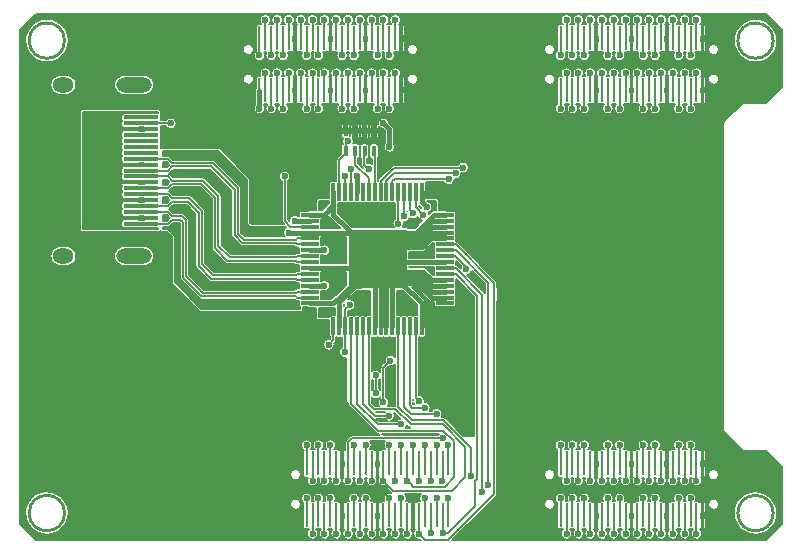
<source format=gbr>
G04 #@! TF.GenerationSoftware,KiCad,Pcbnew,(5.1.2-1)-1*
G04 #@! TF.CreationDate,2020-04-01T22:22:55+05:30*
G04 #@! TF.ProjectId,Alchitry_HDMI_Shield,416c6368-6974-4727-995f-48444d495f53,rev?*
G04 #@! TF.SameCoordinates,Original*
G04 #@! TF.FileFunction,Copper,L1,Top*
G04 #@! TF.FilePolarity,Positive*
%FSLAX46Y46*%
G04 Gerber Fmt 4.6, Leading zero omitted, Abs format (unit mm)*
G04 Created by KiCad (PCBNEW (5.1.2-1)-1) date 2020-04-01 22:22:55*
%MOMM*%
%LPD*%
G04 APERTURE LIST*
%ADD10C,0.254000*%
%ADD11R,1.500000X0.300000*%
%ADD12R,0.300000X1.500000*%
%ADD13R,5.000000X5.000000*%
%ADD14C,0.500000*%
%ADD15R,0.250000X2.000000*%
%ADD16R,0.400000X0.900000*%
%ADD17O,1.800000X1.300000*%
%ADD18O,3.000000X1.300000*%
%ADD19R,3.000000X0.300000*%
%ADD20C,0.600000*%
%ADD21C,0.152400*%
%ADD22C,0.381000*%
%ADD23C,0.127000*%
G04 APERTURE END LIST*
D10*
X16000000Y-54500000D02*
G75*
G03X16000000Y-54500000I-1500000J0D01*
G01*
X16000000Y-14500000D02*
G75*
G03X16000000Y-14500000I-1500000J0D01*
G01*
X76000000Y-14500000D02*
G75*
G03X76000000Y-14500000I-1500000J0D01*
G01*
X76000000Y-54500000D02*
G75*
G03X76000000Y-54500000I-1500000J0D01*
G01*
D11*
X48200000Y-29250000D03*
X48200000Y-29750000D03*
X48200000Y-30250000D03*
X48200000Y-30750000D03*
X48200000Y-31250000D03*
X48200000Y-31750000D03*
X48200000Y-32250000D03*
X48200000Y-32750000D03*
X48200000Y-33250000D03*
X48200000Y-33750000D03*
X48200000Y-34250000D03*
X48200000Y-34750000D03*
X48200000Y-35250000D03*
X48200000Y-35750000D03*
X48200000Y-36250000D03*
X48200000Y-36750000D03*
D12*
X46250000Y-38700000D03*
X45750000Y-38700000D03*
X45250000Y-38700000D03*
X44750000Y-38700000D03*
X44250000Y-38700000D03*
X43750000Y-38700000D03*
X43250000Y-38700000D03*
X42750000Y-38700000D03*
X42250000Y-38700000D03*
X41750000Y-38700000D03*
X41250000Y-38700000D03*
X40750000Y-38700000D03*
X40250000Y-38700000D03*
X39750000Y-38700000D03*
X39250000Y-38700000D03*
X38750000Y-38700000D03*
D11*
X36800000Y-36750000D03*
X36800000Y-36250000D03*
X36800000Y-35750000D03*
X36800000Y-35250000D03*
X36800000Y-34750000D03*
X36800000Y-34250000D03*
X36800000Y-33750000D03*
X36800000Y-33250000D03*
X36800000Y-32750000D03*
X36800000Y-32250000D03*
X36800000Y-31750000D03*
X36800000Y-31250000D03*
X36800000Y-30750000D03*
X36800000Y-30250000D03*
X36800000Y-29750000D03*
X36800000Y-29250000D03*
D12*
X38750000Y-27300000D03*
X39250000Y-27300000D03*
X39750000Y-27300000D03*
X40250000Y-27300000D03*
X40750000Y-27300000D03*
X41250000Y-27300000D03*
X41750000Y-27300000D03*
X42250000Y-27300000D03*
X42750000Y-27300000D03*
X43250000Y-27300000D03*
X43750000Y-27300000D03*
X44250000Y-27300000D03*
X44750000Y-27300000D03*
X45250000Y-27300000D03*
X45750000Y-27300000D03*
X46250000Y-27300000D03*
D13*
X42500000Y-33000000D03*
D14*
X44500000Y-31000000D03*
X44500000Y-32000000D03*
X44500000Y-33000000D03*
X44500000Y-34000000D03*
X44500000Y-35000000D03*
X43500000Y-35000000D03*
X43500000Y-32000000D03*
X43500000Y-31000000D03*
X43500000Y-33000000D03*
X43500000Y-34000000D03*
X42500000Y-35000000D03*
X42500000Y-32000000D03*
X42500000Y-31000000D03*
X42500000Y-33000000D03*
X42500000Y-34000000D03*
X41500000Y-35000000D03*
X41500000Y-32000000D03*
X41500000Y-31000000D03*
X41500000Y-33000000D03*
X41500000Y-34000000D03*
X40500000Y-35000000D03*
X40500000Y-32000000D03*
X40500000Y-31000000D03*
X40500000Y-33000000D03*
X40500000Y-34000000D03*
D15*
X44500000Y-14300000D03*
X44000000Y-14300000D03*
X43500000Y-14300000D03*
X43000000Y-14300000D03*
X42500000Y-14300000D03*
X42000000Y-14300000D03*
X41500000Y-14300000D03*
X41000000Y-14300000D03*
X40500000Y-14300000D03*
X40000000Y-14300000D03*
X39500000Y-14300000D03*
X39000000Y-14300000D03*
X32500000Y-14300000D03*
X33000000Y-14300000D03*
X33500000Y-14300000D03*
X34000000Y-14300000D03*
X34500000Y-14300000D03*
X35000000Y-14300000D03*
X35500000Y-14300000D03*
X36000000Y-14300000D03*
X36500000Y-14300000D03*
X37000000Y-14300000D03*
X37500000Y-14300000D03*
X38000000Y-14300000D03*
X38500000Y-14300000D03*
X32500000Y-18700000D03*
X33000000Y-18700000D03*
X33500000Y-18700000D03*
X34000000Y-18700000D03*
X34500000Y-18700000D03*
X35000000Y-18700000D03*
X35500000Y-18700000D03*
X36000000Y-18700000D03*
X36500000Y-18700000D03*
X37000000Y-18700000D03*
X37500000Y-18700000D03*
X38000000Y-18700000D03*
X44500000Y-18700000D03*
X44000000Y-18700000D03*
X43500000Y-18700000D03*
X43000000Y-18700000D03*
X42500000Y-18700000D03*
X42000000Y-18700000D03*
X41500000Y-18700000D03*
X41000000Y-18700000D03*
X40500000Y-18700000D03*
X40000000Y-18700000D03*
X39500000Y-18700000D03*
X39000000Y-18700000D03*
X38500000Y-18700000D03*
X70000000Y-14300000D03*
X69500000Y-14300000D03*
X69000000Y-14300000D03*
X68500000Y-14300000D03*
X68000000Y-14300000D03*
X67500000Y-14300000D03*
X67000000Y-14300000D03*
X66500000Y-14300000D03*
X66000000Y-14300000D03*
X65500000Y-14300000D03*
X65000000Y-14300000D03*
X64500000Y-14300000D03*
X58000000Y-14300000D03*
X58500000Y-14300000D03*
X59000000Y-14300000D03*
X59500000Y-14300000D03*
X60000000Y-14300000D03*
X60500000Y-14300000D03*
X61000000Y-14300000D03*
X61500000Y-14300000D03*
X62000000Y-14300000D03*
X62500000Y-14300000D03*
X63000000Y-14300000D03*
X63500000Y-14300000D03*
X64000000Y-14300000D03*
X58000000Y-18700000D03*
X58500000Y-18700000D03*
X59000000Y-18700000D03*
X59500000Y-18700000D03*
X60000000Y-18700000D03*
X60500000Y-18700000D03*
X61000000Y-18700000D03*
X61500000Y-18700000D03*
X62000000Y-18700000D03*
X62500000Y-18700000D03*
X63000000Y-18700000D03*
X63500000Y-18700000D03*
X70000000Y-18700000D03*
X69500000Y-18700000D03*
X69000000Y-18700000D03*
X68500000Y-18700000D03*
X68000000Y-18700000D03*
X67500000Y-18700000D03*
X67000000Y-18700000D03*
X66500000Y-18700000D03*
X66000000Y-18700000D03*
X65500000Y-18700000D03*
X65000000Y-18700000D03*
X64500000Y-18700000D03*
X64000000Y-18700000D03*
X48500000Y-50300000D03*
X48000000Y-50300000D03*
X47500000Y-50300000D03*
X47000000Y-50300000D03*
X46500000Y-50300000D03*
X46000000Y-50300000D03*
X45500000Y-50300000D03*
X45000000Y-50300000D03*
X44500000Y-50300000D03*
X44000000Y-50300000D03*
X43500000Y-50300000D03*
X43000000Y-50300000D03*
X36500000Y-50300000D03*
X37000000Y-50300000D03*
X37500000Y-50300000D03*
X38000000Y-50300000D03*
X38500000Y-50300000D03*
X39000000Y-50300000D03*
X39500000Y-50300000D03*
X40000000Y-50300000D03*
X40500000Y-50300000D03*
X41000000Y-50300000D03*
X41500000Y-50300000D03*
X42000000Y-50300000D03*
X42500000Y-50300000D03*
X36500000Y-54700000D03*
X37000000Y-54700000D03*
X37500000Y-54700000D03*
X38000000Y-54700000D03*
X38500000Y-54700000D03*
X39000000Y-54700000D03*
X39500000Y-54700000D03*
X40000000Y-54700000D03*
X40500000Y-54700000D03*
X41000000Y-54700000D03*
X41500000Y-54700000D03*
X42000000Y-54700000D03*
X48500000Y-54700000D03*
X48000000Y-54700000D03*
X47500000Y-54700000D03*
X47000000Y-54700000D03*
X46500000Y-54700000D03*
X46000000Y-54700000D03*
X45500000Y-54700000D03*
X45000000Y-54700000D03*
X44500000Y-54700000D03*
X44000000Y-54700000D03*
X43500000Y-54700000D03*
X43000000Y-54700000D03*
X42500000Y-54700000D03*
X70000000Y-50300000D03*
X69500000Y-50300000D03*
X69000000Y-50300000D03*
X68500000Y-50300000D03*
X68000000Y-50300000D03*
X67500000Y-50300000D03*
X67000000Y-50300000D03*
X66500000Y-50300000D03*
X66000000Y-50300000D03*
X65500000Y-50300000D03*
X65000000Y-50300000D03*
X64500000Y-50300000D03*
X58000000Y-50300000D03*
X58500000Y-50300000D03*
X59000000Y-50300000D03*
X59500000Y-50300000D03*
X60000000Y-50300000D03*
X60500000Y-50300000D03*
X61000000Y-50300000D03*
X61500000Y-50300000D03*
X62000000Y-50300000D03*
X62500000Y-50300000D03*
X63000000Y-50300000D03*
X63500000Y-50300000D03*
X64000000Y-50300000D03*
X58000000Y-54700000D03*
X58500000Y-54700000D03*
X59000000Y-54700000D03*
X59500000Y-54700000D03*
X60000000Y-54700000D03*
X60500000Y-54700000D03*
X61000000Y-54700000D03*
X61500000Y-54700000D03*
X62000000Y-54700000D03*
X62500000Y-54700000D03*
X63000000Y-54700000D03*
X63500000Y-54700000D03*
X70000000Y-54700000D03*
X69500000Y-54700000D03*
X69000000Y-54700000D03*
X68500000Y-54700000D03*
X68000000Y-54700000D03*
X67500000Y-54700000D03*
X67000000Y-54700000D03*
X66500000Y-54700000D03*
X66000000Y-54700000D03*
X65500000Y-54700000D03*
X65000000Y-54700000D03*
X64500000Y-54700000D03*
X64000000Y-54700000D03*
D16*
X39800000Y-23850000D03*
X40600000Y-23850000D03*
X41400000Y-23850000D03*
X42200000Y-23850000D03*
X39800000Y-22150000D03*
X42200000Y-22150000D03*
X40600000Y-22150000D03*
X41400000Y-22150000D03*
D17*
X15900000Y-32750000D03*
X15900000Y-18250000D03*
D18*
X21900000Y-18250000D03*
X21900000Y-32750000D03*
D19*
X22500000Y-21000000D03*
X22500000Y-21500000D03*
X22500000Y-22000000D03*
X22500000Y-22500000D03*
X22500000Y-23000000D03*
X22500000Y-23500000D03*
X22500000Y-24500000D03*
X22500000Y-24000000D03*
X22500000Y-25000000D03*
X22500000Y-25500000D03*
X22500000Y-26000000D03*
X22500000Y-26500000D03*
X22500000Y-27000000D03*
X22500000Y-27500000D03*
X22500000Y-28000000D03*
X22500000Y-28500000D03*
X22500000Y-29000000D03*
X22500000Y-29500000D03*
X22500000Y-30000000D03*
D20*
X68500000Y-51750000D03*
X65500000Y-51750000D03*
X62500000Y-51750000D03*
X59500000Y-51750000D03*
X44000000Y-56250000D03*
X41000000Y-56250000D03*
X38000000Y-56250000D03*
X47000000Y-51750000D03*
X44000000Y-51750000D03*
X41000000Y-51750000D03*
X38000000Y-51750000D03*
X59500000Y-17250000D03*
X62500000Y-17250000D03*
X65500000Y-17250000D03*
X68500000Y-17250000D03*
X68500000Y-12750000D03*
X65500000Y-12750000D03*
X62500000Y-12750000D03*
X59500000Y-12750000D03*
X34000000Y-12750000D03*
X37000000Y-12750000D03*
X40000000Y-12750000D03*
X43000000Y-12750000D03*
X43000000Y-17250000D03*
X40000000Y-17250000D03*
X37000000Y-17250000D03*
X35500000Y-20250000D03*
X38500000Y-20250000D03*
X41500000Y-20250000D03*
X44500000Y-20250000D03*
X44500000Y-15750000D03*
X41500000Y-15750000D03*
X38500000Y-15750000D03*
X35500000Y-15750000D03*
X61000000Y-15750000D03*
X64000000Y-15750000D03*
X67000000Y-15750000D03*
X70000000Y-15750000D03*
X70000000Y-20250000D03*
X67000000Y-20250000D03*
X64000000Y-20250000D03*
X61000000Y-20250000D03*
X45500000Y-53250000D03*
X42500000Y-53250000D03*
X39500000Y-53250000D03*
X45500000Y-48750000D03*
X42500000Y-48750000D03*
X39500000Y-48750000D03*
X70000000Y-48750000D03*
X67000000Y-48750000D03*
X64000000Y-48750000D03*
X61000000Y-48750000D03*
X59500000Y-56250000D03*
X62500000Y-56250000D03*
X65500000Y-56250000D03*
X68500000Y-56250000D03*
X34000000Y-17250000D03*
X47000000Y-56217768D03*
X18000000Y-30000000D03*
X19000000Y-30000000D03*
X20000000Y-30000000D03*
X20000000Y-29000000D03*
X19000000Y-29000000D03*
X18000000Y-29000000D03*
X18000000Y-28000000D03*
X19000000Y-28000000D03*
X20000000Y-28000000D03*
X20000000Y-27000000D03*
X19000000Y-27000000D03*
X18000000Y-27000000D03*
X18000000Y-26000000D03*
X19000000Y-26000000D03*
X20000000Y-26000000D03*
X20000000Y-25000000D03*
X19000000Y-25000000D03*
X18000000Y-25000000D03*
X18000000Y-24000000D03*
X19000000Y-24000000D03*
X20000000Y-24000000D03*
X20000000Y-23000000D03*
X19000000Y-23000000D03*
X18000000Y-23000000D03*
X18000000Y-22000000D03*
X19000000Y-22000000D03*
X20000000Y-22000000D03*
X20000000Y-21000000D03*
X19000000Y-21000000D03*
X18000000Y-21000000D03*
X43500000Y-23500000D03*
X43000000Y-21500000D03*
X35000000Y-30750000D03*
X38375000Y-40250000D03*
X40750006Y-26000000D03*
X46645001Y-28574996D03*
X38000000Y-35250000D03*
X38000000Y-32250000D03*
X35500000Y-29750000D03*
X25000000Y-21500000D03*
X61000000Y-53250000D03*
X64000000Y-53250000D03*
X67000000Y-53250000D03*
X70000000Y-53250000D03*
X48500000Y-53253210D03*
X48468589Y-48744427D03*
X27000000Y-19000000D03*
X45000000Y-22000000D03*
X50500000Y-26000000D03*
X50391601Y-28608399D03*
X50391601Y-31108399D03*
X35500000Y-43000000D03*
X32000000Y-38500000D03*
X30999998Y-24500000D03*
X36500000Y-48750000D03*
X36500000Y-53250000D03*
X58000000Y-48750000D03*
X58000000Y-53250000D03*
X58000000Y-20250000D03*
X58000000Y-15750000D03*
X32500000Y-20250000D03*
X32500000Y-15750000D03*
X49750000Y-25250000D03*
X49099749Y-25740500D03*
X48534795Y-26231000D03*
X39746800Y-40875000D03*
X41759500Y-25375000D03*
X40125000Y-36875000D03*
X34625000Y-26000000D03*
X40250000Y-25375000D03*
X39750000Y-26000000D03*
X45500000Y-29125000D03*
X40000000Y-23027002D03*
X48000000Y-56217764D03*
X47500000Y-53250000D03*
X51375000Y-52750000D03*
X46500000Y-53250000D03*
X51878210Y-52092971D03*
X46000000Y-56250000D03*
X45000000Y-56250000D03*
X44500000Y-53250000D03*
X43500000Y-53250000D03*
X43000000Y-56250000D03*
X37000000Y-56249994D03*
X37500000Y-53250000D03*
X38500000Y-53250004D03*
X39000000Y-56250000D03*
X40000000Y-56250000D03*
X40500000Y-53250000D03*
X41500000Y-53250000D03*
X42000000Y-56250000D03*
X37000000Y-51750000D03*
X37500000Y-48750008D03*
X38500000Y-48750008D03*
X39000000Y-51750000D03*
X40000000Y-51750000D03*
X50000000Y-33875000D03*
X48005049Y-48184367D03*
X40500000Y-48749992D03*
X46375000Y-29250000D03*
X41500000Y-48749994D03*
X42340664Y-42840664D03*
X42375000Y-44375000D03*
X44250000Y-30000000D03*
X42000000Y-51750000D03*
X43589064Y-41592264D03*
X43000000Y-45125000D03*
X44750000Y-29375000D03*
X50431411Y-51393074D03*
X47994844Y-51744844D03*
X47500000Y-48749988D03*
X47500000Y-46096400D03*
X46500000Y-48749992D03*
X46500000Y-45567800D03*
X46000000Y-51750000D03*
X46000000Y-45000000D03*
X45000000Y-51750008D03*
X44500000Y-48749994D03*
X44500000Y-47000000D03*
X43500000Y-48750000D03*
X43500000Y-46250000D03*
X43000000Y-51750000D03*
X69500000Y-56250000D03*
X69000000Y-53250000D03*
X68000000Y-53250000D03*
X67500000Y-56250000D03*
X66500000Y-56250000D03*
X66000000Y-53250000D03*
X65000000Y-53250000D03*
X64500000Y-56250000D03*
X58500000Y-56250000D03*
X59000000Y-53250000D03*
X60000000Y-53250000D03*
X60500000Y-56250000D03*
X61500000Y-56250000D03*
X62000000Y-53250000D03*
X63000000Y-53250000D03*
X63500000Y-56250000D03*
X58500000Y-51749996D03*
X59000000Y-48750000D03*
X60000000Y-48750000D03*
X60500000Y-51750000D03*
X61500000Y-51750000D03*
X62000000Y-48750000D03*
X63000000Y-48750000D03*
X63500000Y-51750000D03*
X69500000Y-51750000D03*
X69000000Y-48750000D03*
X68000000Y-48750000D03*
X67500000Y-51750000D03*
X66500000Y-51750000D03*
X66000000Y-48750000D03*
X65000000Y-48750000D03*
X64500000Y-51750000D03*
X44000000Y-17250000D03*
X43500000Y-20250000D03*
X42500000Y-20250000D03*
X42000000Y-17250000D03*
X41000000Y-17250000D03*
X40500000Y-20250000D03*
X39500000Y-20250000D03*
X39000000Y-17250000D03*
X33000000Y-17250000D03*
X33500000Y-20250000D03*
X34500000Y-20250000D03*
X35000000Y-17250000D03*
X36000000Y-17250000D03*
X36500000Y-20250000D03*
X37500000Y-20250000D03*
X38000000Y-17250000D03*
X33000000Y-12750000D03*
X33500000Y-15750000D03*
X34500000Y-15750000D03*
X35000000Y-12750000D03*
X36000000Y-12750000D03*
X36500000Y-15750000D03*
X37500000Y-15750000D03*
X38000000Y-12750000D03*
X44000000Y-12750000D03*
X43500000Y-15750000D03*
X42500000Y-15750000D03*
X42000000Y-12750000D03*
X41000000Y-12750000D03*
X40500000Y-15750000D03*
X39500000Y-15750000D03*
X39000000Y-12750000D03*
X69500000Y-17250000D03*
X69000000Y-20250000D03*
X68000000Y-20250000D03*
X67500000Y-17250000D03*
X66500000Y-17250000D03*
X66000000Y-20250000D03*
X65000000Y-20250000D03*
X64500000Y-17250000D03*
X58500000Y-17250000D03*
X59000000Y-20250000D03*
X60000000Y-20250000D03*
X60500000Y-17250000D03*
X61500000Y-17250000D03*
X62000000Y-20250000D03*
X63000000Y-20250000D03*
X63500000Y-17250000D03*
X58500000Y-12750000D03*
X59000000Y-15750000D03*
X60000000Y-15750000D03*
X60500000Y-12750000D03*
X61500000Y-12750000D03*
X62000000Y-15750000D03*
X63000000Y-15750000D03*
X63500000Y-12750000D03*
X69500000Y-12750000D03*
X69000000Y-15750000D03*
X68000000Y-15750000D03*
X67500000Y-12750000D03*
X66500000Y-12750000D03*
X66000000Y-15750000D03*
X65000000Y-15750000D03*
X64500000Y-12750000D03*
D21*
X68500000Y-50300000D02*
X68500000Y-51750000D01*
X65500000Y-50300000D02*
X65500000Y-51750000D01*
X62500000Y-50300000D02*
X62500000Y-51750000D01*
X59500000Y-50300000D02*
X59500000Y-51750000D01*
X44000000Y-54800000D02*
X44000000Y-56250000D01*
X41000000Y-54800000D02*
X41000000Y-56250000D01*
X38000000Y-54800000D02*
X38000000Y-56250000D01*
X47000000Y-50300000D02*
X47000000Y-51750000D01*
X44000000Y-50300000D02*
X44000000Y-51750000D01*
X41000000Y-50300000D02*
X41000000Y-51750000D01*
X38000000Y-50300000D02*
X38000000Y-51750000D01*
X59500000Y-18700000D02*
X59500000Y-17250000D01*
X62500000Y-18700000D02*
X62500000Y-17250000D01*
X65500000Y-18700000D02*
X65500000Y-17250000D01*
X68500000Y-18700000D02*
X68500000Y-17250000D01*
X68500000Y-14200000D02*
X68500000Y-12750000D01*
X65500000Y-14200000D02*
X65500000Y-12750000D01*
X62500000Y-14200000D02*
X62500000Y-12750000D01*
X59500000Y-14200000D02*
X59500000Y-12750000D01*
X34000000Y-14200000D02*
X34000000Y-12750000D01*
X37000000Y-14200000D02*
X37000000Y-12750000D01*
X40000000Y-14200000D02*
X40000000Y-12750000D01*
X43000000Y-14200000D02*
X43000000Y-12750000D01*
X43000000Y-18700000D02*
X43000000Y-17250000D01*
X40000000Y-18700000D02*
X40000000Y-17250000D01*
X37000000Y-18700000D02*
X37000000Y-17250000D01*
X35500000Y-18800000D02*
X35500000Y-20250000D01*
X38500000Y-18800000D02*
X38500000Y-20250000D01*
X41500000Y-18800000D02*
X41500000Y-20250000D01*
X44500000Y-18800000D02*
X44500000Y-20250000D01*
X44500000Y-14300000D02*
X44500000Y-15750000D01*
X41500000Y-14300000D02*
X41500000Y-15750000D01*
X38500000Y-14300000D02*
X38500000Y-15750000D01*
X35500000Y-14300000D02*
X35500000Y-15750000D01*
X61000000Y-14300000D02*
X61000000Y-15750000D01*
X64000000Y-14300000D02*
X64000000Y-15750000D01*
X67000000Y-14300000D02*
X67000000Y-15750000D01*
X70000000Y-14300000D02*
X70000000Y-15750000D01*
X70000000Y-18800000D02*
X70000000Y-20250000D01*
X67000000Y-18800000D02*
X67000000Y-20250000D01*
X64000000Y-18800000D02*
X64000000Y-20250000D01*
X61000000Y-18800000D02*
X61000000Y-20250000D01*
X45500000Y-54700000D02*
X45500000Y-53250000D01*
X42500000Y-54700000D02*
X42500000Y-53250000D01*
X39500000Y-54700000D02*
X39500000Y-53250000D01*
X45500000Y-50200000D02*
X45500000Y-48750000D01*
X42500000Y-50200000D02*
X42500000Y-48750000D01*
X39500000Y-50200000D02*
X39500000Y-48750000D01*
X70000000Y-50200000D02*
X70000000Y-48750000D01*
X67000000Y-50200000D02*
X67000000Y-48750000D01*
X64000000Y-50200000D02*
X64000000Y-48750000D01*
X61000000Y-50200000D02*
X61000000Y-48750000D01*
X59500000Y-56250000D02*
X59500000Y-54750000D01*
X62500000Y-56250000D02*
X62500000Y-54750000D01*
X65500000Y-56250000D02*
X65500000Y-54750000D01*
X68500000Y-56250000D02*
X68500000Y-54500000D01*
X34000000Y-18700000D02*
X34000000Y-17250000D01*
X47000000Y-54800000D02*
X47000000Y-56217768D01*
D22*
X42250000Y-38700000D02*
X42250000Y-34875000D01*
X42750000Y-38700000D02*
X42750000Y-35125000D01*
X43250000Y-38700000D02*
X43250000Y-35250000D01*
X43750000Y-38700000D02*
X43750000Y-38500000D01*
X43750000Y-38500000D02*
X43750000Y-35000000D01*
X36800000Y-36750000D02*
X38750000Y-36750000D01*
X38750000Y-36750000D02*
X39375000Y-36125000D01*
X39375000Y-36125000D02*
X40500000Y-35000000D01*
X36800000Y-33750000D02*
X40375000Y-33750000D01*
X36800000Y-30750000D02*
X40500000Y-30750000D01*
X38750000Y-27300000D02*
X38750000Y-29250000D01*
X47288902Y-29250000D02*
X45788902Y-30750000D01*
X48200000Y-29250000D02*
X47288902Y-29250000D01*
X45788902Y-30750000D02*
X43000000Y-30750000D01*
X48200000Y-33250000D02*
X48000000Y-33250000D01*
X48000000Y-33250000D02*
X44500000Y-33250000D01*
X47125000Y-29750000D02*
X45875000Y-31000000D01*
X43875000Y-31000000D02*
X43625000Y-31250000D01*
X48200000Y-29750000D02*
X47125000Y-29750000D01*
X45875000Y-31000000D02*
X43875000Y-31000000D01*
X44000000Y-31375000D02*
X43625000Y-31750000D01*
X46000000Y-31375000D02*
X44000000Y-31375000D01*
X48200000Y-30250000D02*
X47125000Y-30250000D01*
X47125000Y-30250000D02*
X46000000Y-31375000D01*
X47125000Y-30750000D02*
X46125000Y-31750000D01*
X48200000Y-30750000D02*
X47125000Y-30750000D01*
X46125000Y-31750000D02*
X44875000Y-31750000D01*
X44875000Y-31750000D02*
X44375000Y-32250000D01*
X47000000Y-31250000D02*
X46250000Y-32000000D01*
X48200000Y-31250000D02*
X47000000Y-31250000D01*
X46250000Y-32000000D02*
X44375000Y-32000000D01*
X44375000Y-32000000D02*
X44125000Y-32250000D01*
X47069000Y-34750000D02*
X46375000Y-34056000D01*
X48200000Y-34750000D02*
X47069000Y-34750000D01*
X46375000Y-34056000D02*
X44806000Y-34056000D01*
X44806000Y-34056000D02*
X44250000Y-33500000D01*
X45000000Y-34375000D02*
X44625000Y-34000000D01*
X46250000Y-34375000D02*
X45000000Y-34375000D01*
X47125000Y-35250000D02*
X46250000Y-34375000D01*
X48200000Y-35250000D02*
X47125000Y-35250000D01*
X46000000Y-34625000D02*
X44750000Y-34625000D01*
X47125000Y-35750000D02*
X46000000Y-34625000D01*
X48200000Y-35750000D02*
X47125000Y-35750000D01*
X45875000Y-35000000D02*
X45000000Y-35000000D01*
X45000000Y-35000000D02*
X44750000Y-35250000D01*
X47125000Y-36250000D02*
X45875000Y-35000000D01*
X48200000Y-36250000D02*
X47125000Y-36250000D01*
X39250000Y-36625000D02*
X40625000Y-35250000D01*
X40625000Y-35250000D02*
X41000000Y-35250000D01*
X39250000Y-38700000D02*
X39250000Y-36625000D01*
X38750000Y-29250000D02*
X39875000Y-30375000D01*
X39875000Y-30375000D02*
X40500000Y-31000000D01*
X43500000Y-22000000D02*
X43000000Y-21500000D01*
X43500000Y-23500000D02*
X43500000Y-22000000D01*
X46250000Y-38700000D02*
X46250000Y-36750000D01*
X46250000Y-36750000D02*
X44500000Y-35000000D01*
X35000000Y-30750000D02*
X37000000Y-30750000D01*
X37939010Y-29241990D02*
X37010424Y-29241990D01*
X38750000Y-28431000D02*
X37939010Y-29241990D01*
X38750000Y-27300000D02*
X38750000Y-28431000D01*
X37010424Y-29241990D02*
X36750000Y-29241990D01*
D23*
X38750000Y-39875000D02*
X38375000Y-40250000D01*
X38750000Y-38700000D02*
X38750000Y-39875000D01*
D22*
X40750000Y-26000006D02*
X40750006Y-26000000D01*
X40750000Y-27300000D02*
X40750000Y-26000006D01*
X46250000Y-28179995D02*
X46645001Y-28574996D01*
X46250000Y-27300000D02*
X46250000Y-28179995D01*
X36800000Y-35250000D02*
X38000000Y-35250000D01*
X38000000Y-32250000D02*
X36750000Y-32250000D01*
X36800000Y-29750000D02*
X35500000Y-29750000D01*
D23*
X22500000Y-21500000D02*
X25000000Y-21500000D01*
D21*
X25097601Y-24847600D02*
X24750001Y-24500000D01*
X28563128Y-24847600D02*
X25097601Y-24847600D01*
X30700000Y-26984472D02*
X28563128Y-24847600D01*
X24750001Y-24500000D02*
X22500000Y-24500000D01*
X31188128Y-31347600D02*
X30700000Y-30859472D01*
X35577399Y-31347600D02*
X31188128Y-31347600D01*
X35674999Y-31250000D02*
X35577399Y-31347600D01*
X30700000Y-30859472D02*
X30700000Y-26984472D01*
X36800000Y-31250000D02*
X35674999Y-31250000D01*
X24750001Y-25500000D02*
X22500000Y-25500000D01*
X25097601Y-25152400D02*
X24750001Y-25500000D01*
X28436872Y-25152400D02*
X25097601Y-25152400D01*
X30400000Y-27115528D02*
X28436872Y-25152400D01*
X36800000Y-31750000D02*
X35674999Y-31750000D01*
X30400000Y-30990528D02*
X30400000Y-27115528D01*
X31061872Y-31652400D02*
X30400000Y-30990528D01*
X35674999Y-31750000D02*
X35577399Y-31652400D01*
X35577399Y-31652400D02*
X31061872Y-31652400D01*
X24750001Y-26000000D02*
X22500000Y-26000000D01*
X25097601Y-26347600D02*
X24750001Y-26000000D01*
X27688128Y-26347600D02*
X25097601Y-26347600D01*
X29027400Y-27686872D02*
X27688128Y-26347600D01*
X29027400Y-31902400D02*
X29027400Y-27686872D01*
X29972600Y-32847600D02*
X29027400Y-31902400D01*
X35674999Y-32750000D02*
X35577399Y-32847600D01*
X35577399Y-32847600D02*
X29972600Y-32847600D01*
X36800000Y-32750000D02*
X35674999Y-32750000D01*
X24750001Y-27000000D02*
X22500000Y-27000000D01*
X25097601Y-26652400D02*
X24750001Y-27000000D01*
X27561872Y-26652400D02*
X25097601Y-26652400D01*
X29777400Y-33152400D02*
X28722600Y-32097600D01*
X35674999Y-33250000D02*
X35577399Y-33152400D01*
X28722600Y-27813128D02*
X27561872Y-26652400D01*
X28722600Y-32097600D02*
X28722600Y-27813128D01*
X35577399Y-33152400D02*
X29777400Y-33152400D01*
X36800000Y-33250000D02*
X35674999Y-33250000D01*
X25097601Y-27847600D02*
X24750001Y-27500000D01*
X26563128Y-27847600D02*
X25097601Y-27847600D01*
X27652400Y-28936872D02*
X26563128Y-27847600D01*
X24750001Y-27500000D02*
X22500000Y-27500000D01*
X35577399Y-34347600D02*
X28563128Y-34347600D01*
X35674999Y-34250000D02*
X35577399Y-34347600D01*
X27652400Y-33436872D02*
X27652400Y-28936872D01*
X28563128Y-34347600D02*
X27652400Y-33436872D01*
X36800000Y-34250000D02*
X35674999Y-34250000D01*
X24750001Y-28500000D02*
X22500000Y-28500000D01*
X25097601Y-28152400D02*
X24750001Y-28500000D01*
X35577399Y-34652400D02*
X28436872Y-34652400D01*
X27347600Y-29063128D02*
X26436872Y-28152400D01*
X27347600Y-33563128D02*
X27347600Y-29063128D01*
X28436872Y-34652400D02*
X27347600Y-33563128D01*
X26436872Y-28152400D02*
X25097601Y-28152400D01*
X35674999Y-34750000D02*
X35577399Y-34652400D01*
X36800000Y-34750000D02*
X35674999Y-34750000D01*
X24750001Y-29000000D02*
X22500000Y-29000000D01*
X25097601Y-29347600D02*
X24750001Y-29000000D01*
X25938128Y-29347600D02*
X25097601Y-29347600D01*
X26300000Y-29709472D02*
X25938128Y-29347600D01*
X26300000Y-34459472D02*
X26300000Y-29709472D01*
X27688128Y-35847600D02*
X26300000Y-34459472D01*
X35577399Y-35847600D02*
X27688128Y-35847600D01*
X35674999Y-35750000D02*
X35577399Y-35847600D01*
X36800000Y-35750000D02*
X35674999Y-35750000D01*
X24750001Y-30000000D02*
X22500000Y-30000000D01*
X26000000Y-29840528D02*
X25811872Y-29652400D01*
X26000000Y-34590528D02*
X26000000Y-29840528D01*
X27561872Y-36152400D02*
X26000000Y-34590528D01*
X35577399Y-36152400D02*
X27561872Y-36152400D01*
X35674999Y-36250000D02*
X35577399Y-36152400D01*
X25097601Y-29652400D02*
X24750001Y-30000000D01*
X25811872Y-29652400D02*
X25097601Y-29652400D01*
X36800000Y-36250000D02*
X35674999Y-36250000D01*
X61000000Y-54700000D02*
X61000000Y-53250000D01*
X64000000Y-54700000D02*
X64000000Y-53250000D01*
X67000000Y-54700000D02*
X67000000Y-53250000D01*
X70000000Y-54700000D02*
X70000000Y-53250000D01*
X48500000Y-54700000D02*
X48500000Y-53253210D01*
X48468589Y-49168691D02*
X48468589Y-48744427D01*
X48468589Y-50168589D02*
X48468589Y-49168691D01*
X48500000Y-50200000D02*
X48468589Y-50168589D01*
X36500000Y-54700000D02*
X36500000Y-53250000D01*
X58000000Y-48750000D02*
X58000000Y-50500000D01*
X58000000Y-53250000D02*
X58000000Y-54750000D01*
X58000000Y-20250000D02*
X58000000Y-18750000D01*
X58000000Y-15750000D02*
X58000000Y-14250000D01*
D22*
X32500000Y-20250000D02*
X32500000Y-18750000D01*
D21*
X32500000Y-15750000D02*
X32500000Y-14250000D01*
X36500000Y-48750000D02*
X36500000Y-50250000D01*
D23*
X43923000Y-25250000D02*
X49750000Y-25250000D01*
X42750000Y-26423000D02*
X43923000Y-25250000D01*
X42750000Y-27300000D02*
X42750000Y-26423000D01*
X43932500Y-25740500D02*
X49099749Y-25740500D01*
X43250000Y-26423000D02*
X43932500Y-25740500D01*
X43250000Y-27300000D02*
X43250000Y-26423000D01*
X43942000Y-26231000D02*
X48534795Y-26231000D01*
X43750000Y-26423000D02*
X43942000Y-26231000D01*
X43750000Y-27300000D02*
X43750000Y-26423000D01*
X39750000Y-40871800D02*
X39746800Y-40875000D01*
X39750000Y-38700000D02*
X39750000Y-40871800D01*
X41375000Y-24990500D02*
X41375000Y-23750000D01*
X41875000Y-25490500D02*
X41375000Y-24990500D01*
X41875000Y-25500000D02*
X41875000Y-25490500D01*
X39750000Y-37250000D02*
X40125000Y-36875000D01*
X39750000Y-38700000D02*
X39750000Y-37250000D01*
X34625000Y-29750000D02*
X34625000Y-26000000D01*
X35125000Y-30250000D02*
X34625000Y-29750000D01*
X36800000Y-30250000D02*
X35125000Y-30250000D01*
X40250000Y-25375000D02*
X40250000Y-27375000D01*
X39750000Y-26000000D02*
X39750000Y-27500000D01*
X45250000Y-28875000D02*
X45500000Y-29125000D01*
X45250000Y-27300000D02*
X45250000Y-28875000D01*
X39250000Y-24625000D02*
X39750000Y-24125000D01*
X39750000Y-24125000D02*
X39750000Y-23875000D01*
X39250000Y-27300000D02*
X39250000Y-24625000D01*
X39800000Y-23227002D02*
X40000000Y-23027002D01*
X39800000Y-23850000D02*
X39800000Y-23227002D01*
X40625000Y-25000000D02*
X40625000Y-23875000D01*
X41750000Y-26125000D02*
X40625000Y-25000000D01*
X41750000Y-27300000D02*
X41750000Y-26125000D01*
X42250000Y-27300000D02*
X42250000Y-24000000D01*
X42250000Y-24000000D02*
X42125000Y-23875000D01*
D21*
X48000000Y-54700000D02*
X48000000Y-56217764D01*
X48200000Y-34250000D02*
X49102400Y-34250000D01*
X50753201Y-53888827D02*
X48424264Y-56217764D01*
X49102400Y-34250000D02*
X50934612Y-36082212D01*
X50934612Y-51634611D02*
X50753201Y-51816022D01*
X48424264Y-56217764D02*
X48000000Y-56217764D01*
X50934612Y-36082212D02*
X50934612Y-51634611D01*
X50753201Y-51816022D02*
X50753201Y-53888827D01*
X47500000Y-53250000D02*
X47500000Y-54750000D01*
X51375000Y-36022600D02*
X51375000Y-52325736D01*
X49102400Y-33750000D02*
X51375000Y-36022600D01*
X51375000Y-52325736D02*
X51375000Y-52750000D01*
X48200000Y-33750000D02*
X49102400Y-33750000D01*
X46500000Y-54700000D02*
X46500000Y-53250000D01*
X49102400Y-32250000D02*
X51878210Y-35025810D01*
X48200000Y-32250000D02*
X49102400Y-32250000D01*
X51878210Y-35025810D02*
X51878210Y-51668707D01*
X51878210Y-51668707D02*
X51878210Y-52092971D01*
X46000000Y-56250000D02*
X46000000Y-54750000D01*
X48503610Y-56746390D02*
X46496390Y-56746390D01*
X52381411Y-52868589D02*
X48503610Y-56746390D01*
X46299999Y-56549999D02*
X46000000Y-56250000D01*
X46496390Y-56746390D02*
X46299999Y-56549999D01*
X52381411Y-35029011D02*
X52381411Y-52868589D01*
X48200000Y-31750000D02*
X49102400Y-31750000D01*
X49102400Y-31750000D02*
X52381411Y-35029011D01*
X45000000Y-54700000D02*
X45000000Y-56250000D01*
X44500000Y-53250000D02*
X44500000Y-54750000D01*
X43500000Y-54700000D02*
X43500000Y-53250000D01*
X43000000Y-56250000D02*
X43000000Y-54750000D01*
X37000000Y-54500000D02*
X37000000Y-56249994D01*
X37500000Y-54700000D02*
X37500000Y-53250000D01*
X38500000Y-54500000D02*
X38500000Y-53250004D01*
X39000000Y-54700000D02*
X39000000Y-56250000D01*
X40000000Y-54500000D02*
X40000000Y-56250000D01*
X40500000Y-54700000D02*
X40500000Y-53250000D01*
X41500000Y-55000000D02*
X41500000Y-53250000D01*
X42000000Y-54700000D02*
X42000000Y-56250000D01*
X37000000Y-51325736D02*
X37000000Y-51750000D01*
X37000000Y-50500000D02*
X37000000Y-51325736D01*
X37500000Y-50300000D02*
X37500000Y-48750008D01*
X38500000Y-50500000D02*
X38500000Y-48750008D01*
X39000000Y-50300000D02*
X39000000Y-51750000D01*
X40000000Y-50500000D02*
X40000000Y-51750000D01*
D23*
X50000000Y-33673000D02*
X50000000Y-33875000D01*
X49077000Y-32750000D02*
X50000000Y-33673000D01*
X48200000Y-32750000D02*
X49077000Y-32750000D01*
X47580785Y-48184367D02*
X48005049Y-48184367D01*
X40000000Y-50250000D02*
X40000000Y-48524050D01*
X40000000Y-48524050D02*
X40339683Y-48184367D01*
X40339683Y-48184367D02*
X47580785Y-48184367D01*
D21*
X40500000Y-50300000D02*
X40500000Y-48749992D01*
D23*
X45750000Y-28625000D02*
X46375000Y-29250000D01*
X45750000Y-27300000D02*
X45750000Y-28625000D01*
D21*
X41500000Y-50500000D02*
X41500000Y-48749994D01*
D23*
X42340664Y-44340664D02*
X42375000Y-44375000D01*
X42340664Y-42840664D02*
X42340664Y-44340664D01*
X44250000Y-27300000D02*
X44250000Y-30000000D01*
D21*
X42000000Y-50300000D02*
X42000000Y-51750000D01*
D23*
X43000000Y-42181328D02*
X43000000Y-45125000D01*
X43589064Y-41592264D02*
X43000000Y-42181328D01*
X44750000Y-27300000D02*
X44750000Y-29375000D01*
D21*
X50431411Y-49000345D02*
X50431411Y-50968810D01*
X50431411Y-50968810D02*
X50431411Y-51393074D01*
X44250000Y-45500000D02*
X45375000Y-46625000D01*
X44250000Y-38700000D02*
X44250000Y-45500000D01*
X48056066Y-46625000D02*
X50431411Y-49000345D01*
X45375000Y-46625000D02*
X48056066Y-46625000D01*
X48000000Y-50300000D02*
X48000000Y-51739688D01*
X48000000Y-51739688D02*
X47994844Y-51744844D01*
X47500000Y-50500000D02*
X47500000Y-48749988D01*
X44750000Y-45500000D02*
X45346400Y-46096400D01*
X45346400Y-46096400D02*
X47500000Y-46096400D01*
X44750000Y-38700000D02*
X44750000Y-45500000D01*
X46500000Y-50300000D02*
X46500000Y-48749992D01*
X45442800Y-45567800D02*
X46500000Y-45567800D01*
X45250000Y-45375000D02*
X45442800Y-45567800D01*
X45250000Y-38700000D02*
X45250000Y-45375000D01*
X46000000Y-50000000D02*
X46000000Y-51750000D01*
D23*
X45750000Y-44750000D02*
X46000000Y-45000000D01*
X45750000Y-38700000D02*
X45750000Y-44750000D01*
D21*
X45000000Y-50300000D02*
X45000000Y-51750008D01*
X45299999Y-52050007D02*
X45000000Y-51750008D01*
X45528593Y-52278601D02*
X45299999Y-52050007D01*
X48971799Y-51479537D02*
X48172735Y-52278601D01*
X48971799Y-48439469D02*
X48971799Y-51479537D01*
X48172735Y-52278601D02*
X45528593Y-52278601D01*
X48060931Y-47528601D02*
X48971799Y-48439469D01*
X42528601Y-47528601D02*
X48060931Y-47528601D01*
X40250000Y-45250000D02*
X42528601Y-47528601D01*
X40250000Y-38700000D02*
X40250000Y-45250000D01*
X44500000Y-50500000D02*
X44500000Y-48749994D01*
X42500000Y-47000000D02*
X44500000Y-47000000D01*
X40750000Y-45250000D02*
X42500000Y-47000000D01*
X40750000Y-38700000D02*
X40750000Y-45250000D01*
X43500000Y-50300000D02*
X43500000Y-48750000D01*
X41250000Y-45250000D02*
X41250000Y-38700000D01*
X42250000Y-46250000D02*
X41250000Y-45250000D01*
X43500000Y-46250000D02*
X42250000Y-46250000D01*
X43000000Y-50500000D02*
X43000000Y-51750000D01*
X49928201Y-51479537D02*
X48807738Y-52600000D01*
X49928201Y-48928201D02*
X49928201Y-51479537D01*
X43850000Y-52600000D02*
X43000000Y-51750000D01*
X48807738Y-52600000D02*
X43850000Y-52600000D01*
X48000000Y-47000000D02*
X49928201Y-48928201D01*
X44000000Y-45700000D02*
X45300000Y-47000000D01*
X42200000Y-45700000D02*
X44000000Y-45700000D01*
X45300000Y-47000000D02*
X48000000Y-47000000D01*
X41750000Y-45250000D02*
X42200000Y-45700000D01*
X41750000Y-38700000D02*
X41750000Y-45250000D01*
X69500000Y-54700000D02*
X69500000Y-56250000D01*
X69000000Y-53250000D02*
X69000000Y-54750000D01*
X68000000Y-54700000D02*
X68000000Y-53250000D01*
X67500000Y-56250000D02*
X67500000Y-54750000D01*
X66500000Y-54700000D02*
X66500000Y-56250000D01*
X66000000Y-53250000D02*
X66000000Y-54750000D01*
X65000000Y-54700000D02*
X65000000Y-53250000D01*
X64500000Y-56250000D02*
X64500000Y-54750000D01*
X58500000Y-54700000D02*
X58500000Y-56250000D01*
X59000000Y-53250000D02*
X59000000Y-53674264D01*
X59000000Y-53674264D02*
X59000000Y-54750000D01*
X60000000Y-54700000D02*
X60000000Y-53250000D01*
X60500000Y-56250000D02*
X60500000Y-54750000D01*
X61500000Y-54700000D02*
X61500000Y-56250000D01*
X62000000Y-53250000D02*
X62000000Y-53674264D01*
X62000000Y-53674264D02*
X62000000Y-54750000D01*
X63000000Y-54700000D02*
X63000000Y-53250000D01*
X63500000Y-56250000D02*
X63500000Y-54750000D01*
X58500000Y-50250000D02*
X58500000Y-51749996D01*
X59000000Y-50300000D02*
X59000000Y-48750000D01*
X60000000Y-48750000D02*
X60000000Y-50500000D01*
X60500000Y-50300000D02*
X60500000Y-51750000D01*
X61500000Y-51750000D02*
X61500000Y-50250000D01*
X62000000Y-50300000D02*
X62000000Y-48750000D01*
X63000000Y-48750000D02*
X63000000Y-50250000D01*
X63500000Y-50300000D02*
X63500000Y-51750000D01*
X69500000Y-50300000D02*
X69500000Y-51750000D01*
X69000000Y-48750000D02*
X69000000Y-50250000D01*
X68000000Y-50300000D02*
X68000000Y-48750000D01*
X67500000Y-51750000D02*
X67500000Y-51325736D01*
X67500000Y-51325736D02*
X67500000Y-50500000D01*
X67500000Y-50500000D02*
X67500000Y-50250000D01*
X66500000Y-50300000D02*
X66500000Y-51750000D01*
X66000000Y-48750000D02*
X66000000Y-50250000D01*
X65000000Y-50300000D02*
X65000000Y-48750000D01*
X64500000Y-51750000D02*
X64500000Y-50250000D01*
X44000000Y-18700000D02*
X44000000Y-17250000D01*
X43500000Y-20250000D02*
X43500000Y-18750000D01*
X42500000Y-18700000D02*
X42500000Y-20250000D01*
X42000000Y-17250000D02*
X42000000Y-18750000D01*
X41000000Y-18700000D02*
X41000000Y-17250000D01*
X40500000Y-20250000D02*
X40500000Y-18750000D01*
X39500000Y-18700000D02*
X39500000Y-20250000D01*
X39000000Y-17250000D02*
X39000000Y-18750000D01*
X33000000Y-18700000D02*
X33000000Y-17250000D01*
X33500000Y-18700000D02*
X33500000Y-20250000D01*
X34500000Y-20250000D02*
X34500000Y-18750000D01*
X35000000Y-18700000D02*
X35000000Y-17250000D01*
X36000000Y-17250000D02*
X36000000Y-18750000D01*
X36500000Y-18700000D02*
X36500000Y-20250000D01*
X37500000Y-20250000D02*
X37500000Y-18750000D01*
X38000000Y-18700000D02*
X38000000Y-17250000D01*
X33000000Y-14300000D02*
X33000000Y-12750000D01*
X33500000Y-15750000D02*
X33500000Y-14250000D01*
X34500000Y-14300000D02*
X34500000Y-15750000D01*
X35000000Y-12750000D02*
X35000000Y-14250000D01*
X36000000Y-14300000D02*
X36000000Y-12750000D01*
X36500000Y-15750000D02*
X36500000Y-14250000D01*
X37500000Y-14300000D02*
X37500000Y-15750000D01*
X38000000Y-12750000D02*
X38000000Y-14250000D01*
X44000000Y-12750000D02*
X44000000Y-13174264D01*
X44000000Y-13174264D02*
X44000000Y-14250000D01*
X43500000Y-14300000D02*
X43500000Y-15750000D01*
X42500000Y-15750000D02*
X42500000Y-14500000D01*
X42000000Y-14300000D02*
X42000000Y-12750000D01*
X41000000Y-12750000D02*
X41000000Y-14500000D01*
X40500000Y-14300000D02*
X40500000Y-15750000D01*
X39500000Y-15750000D02*
X39500000Y-14250000D01*
X39000000Y-14300000D02*
X39000000Y-12750000D01*
X69500000Y-18700000D02*
X69500000Y-17250000D01*
X69000000Y-20250000D02*
X69000000Y-18750000D01*
X68000000Y-18700000D02*
X68000000Y-20250000D01*
X67500000Y-17250000D02*
X67500000Y-18750000D01*
X66500000Y-18700000D02*
X66500000Y-17250000D01*
X66000000Y-20250000D02*
X66000000Y-18750000D01*
X65000000Y-20250000D02*
X65000000Y-18750000D01*
X64500000Y-18700000D02*
X64500000Y-17250000D01*
X58500000Y-18700000D02*
X58500000Y-17250000D01*
X59000000Y-20250000D02*
X59000000Y-18750000D01*
X60000000Y-18700000D02*
X60000000Y-20250000D01*
X60500000Y-17250000D02*
X60500000Y-18750000D01*
X61500000Y-18700000D02*
X61500000Y-17250000D01*
X62000000Y-20250000D02*
X62000000Y-18500000D01*
X63000000Y-18700000D02*
X63000000Y-20250000D01*
X63500000Y-17250000D02*
X63500000Y-18750000D01*
X58500000Y-14300000D02*
X58500000Y-12750000D01*
X59000000Y-15750000D02*
X59000000Y-14500000D01*
X59000000Y-14500000D02*
X59000000Y-14250000D01*
X60000000Y-14300000D02*
X60000000Y-15750000D01*
X60500000Y-12750000D02*
X60500000Y-14250000D01*
X61500000Y-14300000D02*
X61500000Y-12750000D01*
X62000000Y-15750000D02*
X62000000Y-14250000D01*
X63000000Y-14300000D02*
X63000000Y-15750000D01*
X63500000Y-12750000D02*
X63500000Y-13174264D01*
X63500000Y-13174264D02*
X63500000Y-14250000D01*
X69500000Y-14300000D02*
X69500000Y-12750000D01*
X69000000Y-15750000D02*
X69000000Y-14250000D01*
X68000000Y-15750000D02*
X68000000Y-14250000D01*
X67500000Y-14300000D02*
X67500000Y-12750000D01*
X66500000Y-12750000D02*
X66500000Y-13174264D01*
X66500000Y-13174264D02*
X66500000Y-14250000D01*
X66000000Y-14300000D02*
X66000000Y-15750000D01*
X65000000Y-15750000D02*
X65000000Y-14500000D01*
X65000000Y-14500000D02*
X65000000Y-14250000D01*
X64500000Y-14300000D02*
X64500000Y-12750000D01*
D23*
G36*
X76784501Y-13589264D02*
G01*
X76784500Y-18410737D01*
X75410738Y-19784500D01*
X73510568Y-19784500D01*
X73499999Y-19783459D01*
X73489430Y-19784500D01*
X73489421Y-19784500D01*
X73457755Y-19787619D01*
X73417133Y-19799941D01*
X73379696Y-19819952D01*
X73379694Y-19819953D01*
X73379695Y-19819953D01*
X73360928Y-19835355D01*
X73346882Y-19846882D01*
X73340140Y-19855097D01*
X71855098Y-21340140D01*
X71846883Y-21346882D01*
X71840141Y-21355097D01*
X71840139Y-21355099D01*
X71819953Y-21379696D01*
X71799942Y-21417133D01*
X71787620Y-21457755D01*
X71783459Y-21500000D01*
X71784501Y-21510579D01*
X71784500Y-47489431D01*
X71783459Y-47500000D01*
X71784500Y-47510569D01*
X71784500Y-47510578D01*
X71787619Y-47542244D01*
X71799941Y-47582866D01*
X71819952Y-47620303D01*
X71846882Y-47653118D01*
X71855102Y-47659864D01*
X73340138Y-49144901D01*
X73346882Y-49153118D01*
X73355097Y-49159860D01*
X73355098Y-49159861D01*
X73369212Y-49171444D01*
X73379696Y-49180048D01*
X73417133Y-49200059D01*
X73457755Y-49212381D01*
X73489421Y-49215500D01*
X73489430Y-49215500D01*
X73499999Y-49216541D01*
X73510568Y-49215500D01*
X75410738Y-49215500D01*
X76784501Y-50589264D01*
X76784500Y-55410737D01*
X75410738Y-56784500D01*
X48842670Y-56784500D01*
X51923018Y-53704152D01*
X56584500Y-53704152D01*
X56584500Y-53795848D01*
X56602389Y-53885781D01*
X56637480Y-53970497D01*
X56688423Y-54046739D01*
X56753261Y-54111577D01*
X56829503Y-54162520D01*
X56914219Y-54197611D01*
X57004152Y-54215500D01*
X57095848Y-54215500D01*
X57185781Y-54197611D01*
X57270497Y-54162520D01*
X57346739Y-54111577D01*
X57411577Y-54046739D01*
X57462520Y-53970497D01*
X57497611Y-53885781D01*
X57515500Y-53795848D01*
X57515500Y-53704152D01*
X57497611Y-53614219D01*
X57462520Y-53529503D01*
X57411577Y-53453261D01*
X57346739Y-53388423D01*
X57270497Y-53337480D01*
X57185781Y-53302389D01*
X57095848Y-53284500D01*
X57004152Y-53284500D01*
X56914219Y-53302389D01*
X56829503Y-53337480D01*
X56753261Y-53388423D01*
X56688423Y-53453261D01*
X56637480Y-53529503D01*
X56602389Y-53614219D01*
X56584500Y-53704152D01*
X51923018Y-53704152D01*
X52425480Y-53201690D01*
X57509500Y-53201690D01*
X57509500Y-53298310D01*
X57528350Y-53393073D01*
X57565325Y-53482339D01*
X57619004Y-53562675D01*
X57687325Y-53630996D01*
X57695254Y-53636294D01*
X57687257Y-53662656D01*
X57683579Y-53700000D01*
X57683579Y-55700000D01*
X57687257Y-55737344D01*
X57698150Y-55773254D01*
X57715839Y-55806348D01*
X57739645Y-55835355D01*
X57768652Y-55859161D01*
X57801746Y-55876850D01*
X57837656Y-55887743D01*
X57875000Y-55891421D01*
X58125000Y-55891421D01*
X58162344Y-55887743D01*
X58171304Y-55885025D01*
X58119004Y-55937325D01*
X58065325Y-56017661D01*
X58028350Y-56106927D01*
X58009500Y-56201690D01*
X58009500Y-56298310D01*
X58028350Y-56393073D01*
X58065325Y-56482339D01*
X58119004Y-56562675D01*
X58187325Y-56630996D01*
X58267661Y-56684675D01*
X58356927Y-56721650D01*
X58451690Y-56740500D01*
X58548310Y-56740500D01*
X58643073Y-56721650D01*
X58732339Y-56684675D01*
X58812675Y-56630996D01*
X58880996Y-56562675D01*
X58934675Y-56482339D01*
X58971650Y-56393073D01*
X58990500Y-56298310D01*
X58990500Y-56201690D01*
X58971650Y-56106927D01*
X58934675Y-56017661D01*
X58880996Y-55937325D01*
X58828696Y-55885025D01*
X58837656Y-55887743D01*
X58875000Y-55891421D01*
X59125000Y-55891421D01*
X59162344Y-55887743D01*
X59171304Y-55885025D01*
X59119004Y-55937325D01*
X59065325Y-56017661D01*
X59028350Y-56106927D01*
X59009500Y-56201690D01*
X59009500Y-56298310D01*
X59028350Y-56393073D01*
X59065325Y-56482339D01*
X59119004Y-56562675D01*
X59187325Y-56630996D01*
X59267661Y-56684675D01*
X59356927Y-56721650D01*
X59451690Y-56740500D01*
X59548310Y-56740500D01*
X59643073Y-56721650D01*
X59732339Y-56684675D01*
X59812675Y-56630996D01*
X59880996Y-56562675D01*
X59934675Y-56482339D01*
X59971650Y-56393073D01*
X59990500Y-56298310D01*
X59990500Y-56201690D01*
X59971650Y-56106927D01*
X59934675Y-56017661D01*
X59880996Y-55937325D01*
X59828696Y-55885025D01*
X59837656Y-55887743D01*
X59875000Y-55891421D01*
X60125000Y-55891421D01*
X60162344Y-55887743D01*
X60171304Y-55885025D01*
X60119004Y-55937325D01*
X60065325Y-56017661D01*
X60028350Y-56106927D01*
X60009500Y-56201690D01*
X60009500Y-56298310D01*
X60028350Y-56393073D01*
X60065325Y-56482339D01*
X60119004Y-56562675D01*
X60187325Y-56630996D01*
X60267661Y-56684675D01*
X60356927Y-56721650D01*
X60451690Y-56740500D01*
X60548310Y-56740500D01*
X60643073Y-56721650D01*
X60732339Y-56684675D01*
X60812675Y-56630996D01*
X60880996Y-56562675D01*
X60934675Y-56482339D01*
X60971650Y-56393073D01*
X60990500Y-56298310D01*
X60990500Y-56201690D01*
X61009500Y-56201690D01*
X61009500Y-56298310D01*
X61028350Y-56393073D01*
X61065325Y-56482339D01*
X61119004Y-56562675D01*
X61187325Y-56630996D01*
X61267661Y-56684675D01*
X61356927Y-56721650D01*
X61451690Y-56740500D01*
X61548310Y-56740500D01*
X61643073Y-56721650D01*
X61732339Y-56684675D01*
X61812675Y-56630996D01*
X61880996Y-56562675D01*
X61934675Y-56482339D01*
X61971650Y-56393073D01*
X61990500Y-56298310D01*
X61990500Y-56201690D01*
X61971650Y-56106927D01*
X61934675Y-56017661D01*
X61880996Y-55937325D01*
X61828696Y-55885025D01*
X61837656Y-55887743D01*
X61875000Y-55891421D01*
X62125000Y-55891421D01*
X62162344Y-55887743D01*
X62171304Y-55885025D01*
X62119004Y-55937325D01*
X62065325Y-56017661D01*
X62028350Y-56106927D01*
X62009500Y-56201690D01*
X62009500Y-56298310D01*
X62028350Y-56393073D01*
X62065325Y-56482339D01*
X62119004Y-56562675D01*
X62187325Y-56630996D01*
X62267661Y-56684675D01*
X62356927Y-56721650D01*
X62451690Y-56740500D01*
X62548310Y-56740500D01*
X62643073Y-56721650D01*
X62732339Y-56684675D01*
X62812675Y-56630996D01*
X62880996Y-56562675D01*
X62934675Y-56482339D01*
X62971650Y-56393073D01*
X62990500Y-56298310D01*
X62990500Y-56201690D01*
X62971650Y-56106927D01*
X62934675Y-56017661D01*
X62880996Y-55937325D01*
X62828696Y-55885025D01*
X62837656Y-55887743D01*
X62875000Y-55891421D01*
X63125000Y-55891421D01*
X63162344Y-55887743D01*
X63171304Y-55885025D01*
X63119004Y-55937325D01*
X63065325Y-56017661D01*
X63028350Y-56106927D01*
X63009500Y-56201690D01*
X63009500Y-56298310D01*
X63028350Y-56393073D01*
X63065325Y-56482339D01*
X63119004Y-56562675D01*
X63187325Y-56630996D01*
X63267661Y-56684675D01*
X63356927Y-56721650D01*
X63451690Y-56740500D01*
X63548310Y-56740500D01*
X63643073Y-56721650D01*
X63732339Y-56684675D01*
X63812675Y-56630996D01*
X63880996Y-56562675D01*
X63934675Y-56482339D01*
X63971650Y-56393073D01*
X63990500Y-56298310D01*
X63990500Y-56201690D01*
X64009500Y-56201690D01*
X64009500Y-56298310D01*
X64028350Y-56393073D01*
X64065325Y-56482339D01*
X64119004Y-56562675D01*
X64187325Y-56630996D01*
X64267661Y-56684675D01*
X64356927Y-56721650D01*
X64451690Y-56740500D01*
X64548310Y-56740500D01*
X64643073Y-56721650D01*
X64732339Y-56684675D01*
X64812675Y-56630996D01*
X64880996Y-56562675D01*
X64934675Y-56482339D01*
X64971650Y-56393073D01*
X64990500Y-56298310D01*
X64990500Y-56201690D01*
X64971650Y-56106927D01*
X64934675Y-56017661D01*
X64880996Y-55937325D01*
X64828696Y-55885025D01*
X64837656Y-55887743D01*
X64875000Y-55891421D01*
X65125000Y-55891421D01*
X65162344Y-55887743D01*
X65171304Y-55885025D01*
X65119004Y-55937325D01*
X65065325Y-56017661D01*
X65028350Y-56106927D01*
X65009500Y-56201690D01*
X65009500Y-56298310D01*
X65028350Y-56393073D01*
X65065325Y-56482339D01*
X65119004Y-56562675D01*
X65187325Y-56630996D01*
X65267661Y-56684675D01*
X65356927Y-56721650D01*
X65451690Y-56740500D01*
X65548310Y-56740500D01*
X65643073Y-56721650D01*
X65732339Y-56684675D01*
X65812675Y-56630996D01*
X65880996Y-56562675D01*
X65934675Y-56482339D01*
X65971650Y-56393073D01*
X65990500Y-56298310D01*
X65990500Y-56201690D01*
X65971650Y-56106927D01*
X65934675Y-56017661D01*
X65880996Y-55937325D01*
X65828696Y-55885025D01*
X65837656Y-55887743D01*
X65875000Y-55891421D01*
X66125000Y-55891421D01*
X66162344Y-55887743D01*
X66171304Y-55885025D01*
X66119004Y-55937325D01*
X66065325Y-56017661D01*
X66028350Y-56106927D01*
X66009500Y-56201690D01*
X66009500Y-56298310D01*
X66028350Y-56393073D01*
X66065325Y-56482339D01*
X66119004Y-56562675D01*
X66187325Y-56630996D01*
X66267661Y-56684675D01*
X66356927Y-56721650D01*
X66451690Y-56740500D01*
X66548310Y-56740500D01*
X66643073Y-56721650D01*
X66732339Y-56684675D01*
X66812675Y-56630996D01*
X66880996Y-56562675D01*
X66934675Y-56482339D01*
X66971650Y-56393073D01*
X66990500Y-56298310D01*
X66990500Y-56201690D01*
X67009500Y-56201690D01*
X67009500Y-56298310D01*
X67028350Y-56393073D01*
X67065325Y-56482339D01*
X67119004Y-56562675D01*
X67187325Y-56630996D01*
X67267661Y-56684675D01*
X67356927Y-56721650D01*
X67451690Y-56740500D01*
X67548310Y-56740500D01*
X67643073Y-56721650D01*
X67732339Y-56684675D01*
X67812675Y-56630996D01*
X67880996Y-56562675D01*
X67934675Y-56482339D01*
X67971650Y-56393073D01*
X67990500Y-56298310D01*
X67990500Y-56201690D01*
X67971650Y-56106927D01*
X67934675Y-56017661D01*
X67880996Y-55937325D01*
X67828696Y-55885025D01*
X67837656Y-55887743D01*
X67875000Y-55891421D01*
X68125000Y-55891421D01*
X68162344Y-55887743D01*
X68171304Y-55885025D01*
X68119004Y-55937325D01*
X68065325Y-56017661D01*
X68028350Y-56106927D01*
X68009500Y-56201690D01*
X68009500Y-56298310D01*
X68028350Y-56393073D01*
X68065325Y-56482339D01*
X68119004Y-56562675D01*
X68187325Y-56630996D01*
X68267661Y-56684675D01*
X68356927Y-56721650D01*
X68451690Y-56740500D01*
X68548310Y-56740500D01*
X68643073Y-56721650D01*
X68732339Y-56684675D01*
X68812675Y-56630996D01*
X68880996Y-56562675D01*
X68934675Y-56482339D01*
X68971650Y-56393073D01*
X68990500Y-56298310D01*
X68990500Y-56201690D01*
X68971650Y-56106927D01*
X68934675Y-56017661D01*
X68880996Y-55937325D01*
X68828696Y-55885025D01*
X68837656Y-55887743D01*
X68875000Y-55891421D01*
X69125000Y-55891421D01*
X69162344Y-55887743D01*
X69171304Y-55885025D01*
X69119004Y-55937325D01*
X69065325Y-56017661D01*
X69028350Y-56106927D01*
X69009500Y-56201690D01*
X69009500Y-56298310D01*
X69028350Y-56393073D01*
X69065325Y-56482339D01*
X69119004Y-56562675D01*
X69187325Y-56630996D01*
X69267661Y-56684675D01*
X69356927Y-56721650D01*
X69451690Y-56740500D01*
X69548310Y-56740500D01*
X69643073Y-56721650D01*
X69732339Y-56684675D01*
X69812675Y-56630996D01*
X69880996Y-56562675D01*
X69934675Y-56482339D01*
X69971650Y-56393073D01*
X69990500Y-56298310D01*
X69990500Y-56201690D01*
X69971650Y-56106927D01*
X69934675Y-56017661D01*
X69880996Y-55937325D01*
X69828698Y-55885027D01*
X69837655Y-55887744D01*
X69875000Y-55891422D01*
X69890875Y-55890500D01*
X69938500Y-55842875D01*
X69938500Y-54890500D01*
X70061500Y-54890500D01*
X70061500Y-55842875D01*
X70109125Y-55890500D01*
X70125000Y-55891422D01*
X70162345Y-55887744D01*
X70198254Y-55876851D01*
X70231348Y-55859162D01*
X70260356Y-55835356D01*
X70284162Y-55806348D01*
X70301851Y-55773254D01*
X70312744Y-55737345D01*
X70316422Y-55700000D01*
X70315500Y-54938125D01*
X70267875Y-54890500D01*
X70061500Y-54890500D01*
X69938500Y-54890500D01*
X69875000Y-54890500D01*
X69875000Y-54525656D01*
X72662679Y-54525656D01*
X72702654Y-54882038D01*
X72811089Y-55223868D01*
X72983854Y-55538127D01*
X73214369Y-55812844D01*
X73493853Y-56037554D01*
X73811660Y-56203700D01*
X74155687Y-56304953D01*
X74512828Y-56337455D01*
X74869481Y-56299970D01*
X75212060Y-56193924D01*
X75527517Y-56023357D01*
X75803836Y-55794765D01*
X76030493Y-55516857D01*
X76198853Y-55200217D01*
X76302505Y-54856906D01*
X76337500Y-54500000D01*
X76336784Y-54448694D01*
X76291837Y-54092905D01*
X76178640Y-53752621D01*
X76001504Y-53440806D01*
X75767176Y-53169334D01*
X75484582Y-52948547D01*
X75164485Y-52786855D01*
X74819079Y-52690416D01*
X74461518Y-52662903D01*
X74105424Y-52705365D01*
X73764359Y-52816183D01*
X73451314Y-52991138D01*
X73178213Y-53223565D01*
X72955459Y-53504611D01*
X72791536Y-53823571D01*
X72692687Y-54168296D01*
X72662679Y-54525656D01*
X69875000Y-54525656D01*
X69875000Y-54509500D01*
X69938500Y-54509500D01*
X69938500Y-53557125D01*
X70061500Y-53557125D01*
X70061500Y-54509500D01*
X70267875Y-54509500D01*
X70315500Y-54461875D01*
X70316416Y-53704152D01*
X70484500Y-53704152D01*
X70484500Y-53795848D01*
X70502389Y-53885781D01*
X70537480Y-53970497D01*
X70588423Y-54046739D01*
X70653261Y-54111577D01*
X70729503Y-54162520D01*
X70814219Y-54197611D01*
X70904152Y-54215500D01*
X70995848Y-54215500D01*
X71085781Y-54197611D01*
X71170497Y-54162520D01*
X71246739Y-54111577D01*
X71311577Y-54046739D01*
X71362520Y-53970497D01*
X71397611Y-53885781D01*
X71415500Y-53795848D01*
X71415500Y-53704152D01*
X71397611Y-53614219D01*
X71362520Y-53529503D01*
X71311577Y-53453261D01*
X71246739Y-53388423D01*
X71170497Y-53337480D01*
X71085781Y-53302389D01*
X70995848Y-53284500D01*
X70904152Y-53284500D01*
X70814219Y-53302389D01*
X70729503Y-53337480D01*
X70653261Y-53388423D01*
X70588423Y-53453261D01*
X70537480Y-53529503D01*
X70502389Y-53614219D01*
X70484500Y-53704152D01*
X70316416Y-53704152D01*
X70316422Y-53700000D01*
X70312744Y-53662655D01*
X70301851Y-53626746D01*
X70284162Y-53593652D01*
X70260356Y-53564644D01*
X70231348Y-53540838D01*
X70198254Y-53523149D01*
X70162345Y-53512256D01*
X70125000Y-53508578D01*
X70109125Y-53509500D01*
X70061500Y-53557125D01*
X69938500Y-53557125D01*
X69890875Y-53509500D01*
X69875000Y-53508578D01*
X69837655Y-53512256D01*
X69801746Y-53523149D01*
X69768652Y-53540838D01*
X69749999Y-53556146D01*
X69731348Y-53540839D01*
X69698254Y-53523150D01*
X69662344Y-53512257D01*
X69625000Y-53508579D01*
X69417142Y-53508579D01*
X69434675Y-53482339D01*
X69471650Y-53393073D01*
X69490500Y-53298310D01*
X69490500Y-53201690D01*
X69471650Y-53106927D01*
X69434675Y-53017661D01*
X69380996Y-52937325D01*
X69312675Y-52869004D01*
X69232339Y-52815325D01*
X69143073Y-52778350D01*
X69048310Y-52759500D01*
X68951690Y-52759500D01*
X68856927Y-52778350D01*
X68767661Y-52815325D01*
X68687325Y-52869004D01*
X68619004Y-52937325D01*
X68565325Y-53017661D01*
X68528350Y-53106927D01*
X68509500Y-53201690D01*
X68509500Y-53298310D01*
X68528350Y-53393073D01*
X68565325Y-53482339D01*
X68582858Y-53508579D01*
X68417142Y-53508579D01*
X68434675Y-53482339D01*
X68471650Y-53393073D01*
X68490500Y-53298310D01*
X68490500Y-53201690D01*
X68471650Y-53106927D01*
X68434675Y-53017661D01*
X68380996Y-52937325D01*
X68312675Y-52869004D01*
X68232339Y-52815325D01*
X68143073Y-52778350D01*
X68048310Y-52759500D01*
X67951690Y-52759500D01*
X67856927Y-52778350D01*
X67767661Y-52815325D01*
X67687325Y-52869004D01*
X67619004Y-52937325D01*
X67565325Y-53017661D01*
X67528350Y-53106927D01*
X67509500Y-53201690D01*
X67509500Y-53298310D01*
X67528350Y-53393073D01*
X67565325Y-53482339D01*
X67582858Y-53508579D01*
X67375000Y-53508579D01*
X67337656Y-53512257D01*
X67301746Y-53523150D01*
X67268652Y-53540839D01*
X67250001Y-53556146D01*
X67231348Y-53540838D01*
X67198254Y-53523149D01*
X67162345Y-53512256D01*
X67125000Y-53508578D01*
X67109125Y-53509500D01*
X67061500Y-53557125D01*
X67061500Y-54509500D01*
X67125000Y-54509500D01*
X67125000Y-54890500D01*
X67061500Y-54890500D01*
X67061500Y-55842875D01*
X67109125Y-55890500D01*
X67125000Y-55891422D01*
X67162345Y-55887744D01*
X67171302Y-55885027D01*
X67119004Y-55937325D01*
X67065325Y-56017661D01*
X67028350Y-56106927D01*
X67009500Y-56201690D01*
X66990500Y-56201690D01*
X66971650Y-56106927D01*
X66934675Y-56017661D01*
X66880996Y-55937325D01*
X66828698Y-55885027D01*
X66837655Y-55887744D01*
X66875000Y-55891422D01*
X66890875Y-55890500D01*
X66938500Y-55842875D01*
X66938500Y-54890500D01*
X66875000Y-54890500D01*
X66875000Y-54509500D01*
X66938500Y-54509500D01*
X66938500Y-53557125D01*
X66890875Y-53509500D01*
X66875000Y-53508578D01*
X66837655Y-53512256D01*
X66801746Y-53523149D01*
X66768652Y-53540838D01*
X66749999Y-53556146D01*
X66731348Y-53540839D01*
X66698254Y-53523150D01*
X66662344Y-53512257D01*
X66625000Y-53508579D01*
X66417142Y-53508579D01*
X66434675Y-53482339D01*
X66471650Y-53393073D01*
X66490500Y-53298310D01*
X66490500Y-53201690D01*
X66471650Y-53106927D01*
X66434675Y-53017661D01*
X66380996Y-52937325D01*
X66312675Y-52869004D01*
X66232339Y-52815325D01*
X66143073Y-52778350D01*
X66048310Y-52759500D01*
X65951690Y-52759500D01*
X65856927Y-52778350D01*
X65767661Y-52815325D01*
X65687325Y-52869004D01*
X65619004Y-52937325D01*
X65565325Y-53017661D01*
X65528350Y-53106927D01*
X65509500Y-53201690D01*
X65509500Y-53298310D01*
X65528350Y-53393073D01*
X65565325Y-53482339D01*
X65582858Y-53508579D01*
X65417142Y-53508579D01*
X65434675Y-53482339D01*
X65471650Y-53393073D01*
X65490500Y-53298310D01*
X65490500Y-53201690D01*
X65471650Y-53106927D01*
X65434675Y-53017661D01*
X65380996Y-52937325D01*
X65312675Y-52869004D01*
X65232339Y-52815325D01*
X65143073Y-52778350D01*
X65048310Y-52759500D01*
X64951690Y-52759500D01*
X64856927Y-52778350D01*
X64767661Y-52815325D01*
X64687325Y-52869004D01*
X64619004Y-52937325D01*
X64565325Y-53017661D01*
X64528350Y-53106927D01*
X64509500Y-53201690D01*
X64509500Y-53298310D01*
X64528350Y-53393073D01*
X64565325Y-53482339D01*
X64582858Y-53508579D01*
X64375000Y-53508579D01*
X64337656Y-53512257D01*
X64301746Y-53523150D01*
X64268652Y-53540839D01*
X64250001Y-53556146D01*
X64231348Y-53540838D01*
X64198254Y-53523149D01*
X64162345Y-53512256D01*
X64125000Y-53508578D01*
X64109125Y-53509500D01*
X64061500Y-53557125D01*
X64061500Y-54509500D01*
X64125000Y-54509500D01*
X64125000Y-54890500D01*
X64061500Y-54890500D01*
X64061500Y-55842875D01*
X64109125Y-55890500D01*
X64125000Y-55891422D01*
X64162345Y-55887744D01*
X64171302Y-55885027D01*
X64119004Y-55937325D01*
X64065325Y-56017661D01*
X64028350Y-56106927D01*
X64009500Y-56201690D01*
X63990500Y-56201690D01*
X63971650Y-56106927D01*
X63934675Y-56017661D01*
X63880996Y-55937325D01*
X63828698Y-55885027D01*
X63837655Y-55887744D01*
X63875000Y-55891422D01*
X63890875Y-55890500D01*
X63938500Y-55842875D01*
X63938500Y-54890500D01*
X63875000Y-54890500D01*
X63875000Y-54509500D01*
X63938500Y-54509500D01*
X63938500Y-53557125D01*
X63890875Y-53509500D01*
X63875000Y-53508578D01*
X63837655Y-53512256D01*
X63801746Y-53523149D01*
X63768652Y-53540838D01*
X63749999Y-53556146D01*
X63731348Y-53540839D01*
X63698254Y-53523150D01*
X63662344Y-53512257D01*
X63625000Y-53508579D01*
X63417142Y-53508579D01*
X63434675Y-53482339D01*
X63471650Y-53393073D01*
X63490500Y-53298310D01*
X63490500Y-53201690D01*
X63471650Y-53106927D01*
X63434675Y-53017661D01*
X63380996Y-52937325D01*
X63312675Y-52869004D01*
X63232339Y-52815325D01*
X63143073Y-52778350D01*
X63048310Y-52759500D01*
X62951690Y-52759500D01*
X62856927Y-52778350D01*
X62767661Y-52815325D01*
X62687325Y-52869004D01*
X62619004Y-52937325D01*
X62565325Y-53017661D01*
X62528350Y-53106927D01*
X62509500Y-53201690D01*
X62509500Y-53298310D01*
X62528350Y-53393073D01*
X62565325Y-53482339D01*
X62582858Y-53508579D01*
X62417142Y-53508579D01*
X62434675Y-53482339D01*
X62471650Y-53393073D01*
X62490500Y-53298310D01*
X62490500Y-53201690D01*
X62471650Y-53106927D01*
X62434675Y-53017661D01*
X62380996Y-52937325D01*
X62312675Y-52869004D01*
X62232339Y-52815325D01*
X62143073Y-52778350D01*
X62048310Y-52759500D01*
X61951690Y-52759500D01*
X61856927Y-52778350D01*
X61767661Y-52815325D01*
X61687325Y-52869004D01*
X61619004Y-52937325D01*
X61565325Y-53017661D01*
X61528350Y-53106927D01*
X61509500Y-53201690D01*
X61509500Y-53298310D01*
X61528350Y-53393073D01*
X61565325Y-53482339D01*
X61582858Y-53508579D01*
X61375000Y-53508579D01*
X61337656Y-53512257D01*
X61301746Y-53523150D01*
X61268652Y-53540839D01*
X61250001Y-53556146D01*
X61231348Y-53540838D01*
X61198254Y-53523149D01*
X61162345Y-53512256D01*
X61125000Y-53508578D01*
X61109125Y-53509500D01*
X61061500Y-53557125D01*
X61061500Y-54509500D01*
X61125000Y-54509500D01*
X61125000Y-54890500D01*
X61061500Y-54890500D01*
X61061500Y-55842875D01*
X61109125Y-55890500D01*
X61125000Y-55891422D01*
X61162345Y-55887744D01*
X61171302Y-55885027D01*
X61119004Y-55937325D01*
X61065325Y-56017661D01*
X61028350Y-56106927D01*
X61009500Y-56201690D01*
X60990500Y-56201690D01*
X60971650Y-56106927D01*
X60934675Y-56017661D01*
X60880996Y-55937325D01*
X60828698Y-55885027D01*
X60837655Y-55887744D01*
X60875000Y-55891422D01*
X60890875Y-55890500D01*
X60938500Y-55842875D01*
X60938500Y-54890500D01*
X60875000Y-54890500D01*
X60875000Y-54509500D01*
X60938500Y-54509500D01*
X60938500Y-53557125D01*
X60890875Y-53509500D01*
X60875000Y-53508578D01*
X60837655Y-53512256D01*
X60801746Y-53523149D01*
X60768652Y-53540838D01*
X60749999Y-53556146D01*
X60731348Y-53540839D01*
X60698254Y-53523150D01*
X60662344Y-53512257D01*
X60625000Y-53508579D01*
X60417142Y-53508579D01*
X60434675Y-53482339D01*
X60471650Y-53393073D01*
X60490500Y-53298310D01*
X60490500Y-53201690D01*
X60471650Y-53106927D01*
X60434675Y-53017661D01*
X60380996Y-52937325D01*
X60312675Y-52869004D01*
X60232339Y-52815325D01*
X60143073Y-52778350D01*
X60048310Y-52759500D01*
X59951690Y-52759500D01*
X59856927Y-52778350D01*
X59767661Y-52815325D01*
X59687325Y-52869004D01*
X59619004Y-52937325D01*
X59565325Y-53017661D01*
X59528350Y-53106927D01*
X59509500Y-53201690D01*
X59509500Y-53298310D01*
X59528350Y-53393073D01*
X59565325Y-53482339D01*
X59582858Y-53508579D01*
X59417142Y-53508579D01*
X59434675Y-53482339D01*
X59471650Y-53393073D01*
X59490500Y-53298310D01*
X59490500Y-53201690D01*
X59471650Y-53106927D01*
X59434675Y-53017661D01*
X59380996Y-52937325D01*
X59312675Y-52869004D01*
X59232339Y-52815325D01*
X59143073Y-52778350D01*
X59048310Y-52759500D01*
X58951690Y-52759500D01*
X58856927Y-52778350D01*
X58767661Y-52815325D01*
X58687325Y-52869004D01*
X58619004Y-52937325D01*
X58565325Y-53017661D01*
X58528350Y-53106927D01*
X58509500Y-53201690D01*
X58509500Y-53298310D01*
X58528350Y-53393073D01*
X58565325Y-53482339D01*
X58582858Y-53508579D01*
X58417142Y-53508579D01*
X58434675Y-53482339D01*
X58471650Y-53393073D01*
X58490500Y-53298310D01*
X58490500Y-53201690D01*
X58471650Y-53106927D01*
X58434675Y-53017661D01*
X58380996Y-52937325D01*
X58312675Y-52869004D01*
X58232339Y-52815325D01*
X58143073Y-52778350D01*
X58048310Y-52759500D01*
X57951690Y-52759500D01*
X57856927Y-52778350D01*
X57767661Y-52815325D01*
X57687325Y-52869004D01*
X57619004Y-52937325D01*
X57565325Y-53017661D01*
X57528350Y-53106927D01*
X57509500Y-53201690D01*
X52425480Y-53201690D01*
X52560733Y-53066438D01*
X52570909Y-53058087D01*
X52604237Y-53017476D01*
X52615764Y-52995909D01*
X52629001Y-52971145D01*
X52635856Y-52948547D01*
X52644252Y-52920871D01*
X52648111Y-52881687D01*
X52648111Y-52881685D01*
X52649401Y-52868589D01*
X52648111Y-52855493D01*
X52648111Y-51204152D01*
X56584500Y-51204152D01*
X56584500Y-51295848D01*
X56602389Y-51385781D01*
X56637480Y-51470497D01*
X56688423Y-51546739D01*
X56753261Y-51611577D01*
X56829503Y-51662520D01*
X56914219Y-51697611D01*
X57004152Y-51715500D01*
X57095848Y-51715500D01*
X57185781Y-51697611D01*
X57270497Y-51662520D01*
X57346739Y-51611577D01*
X57411577Y-51546739D01*
X57462520Y-51470497D01*
X57497611Y-51385781D01*
X57515500Y-51295848D01*
X57515500Y-51204152D01*
X57497611Y-51114219D01*
X57462520Y-51029503D01*
X57411577Y-50953261D01*
X57346739Y-50888423D01*
X57270497Y-50837480D01*
X57185781Y-50802389D01*
X57095848Y-50784500D01*
X57004152Y-50784500D01*
X56914219Y-50802389D01*
X56829503Y-50837480D01*
X56753261Y-50888423D01*
X56688423Y-50953261D01*
X56637480Y-51029503D01*
X56602389Y-51114219D01*
X56584500Y-51204152D01*
X52648111Y-51204152D01*
X52648111Y-48701690D01*
X57509500Y-48701690D01*
X57509500Y-48798310D01*
X57528350Y-48893073D01*
X57565325Y-48982339D01*
X57619004Y-49062675D01*
X57687325Y-49130996D01*
X57733300Y-49161716D01*
X57733300Y-49172376D01*
X57715839Y-49193652D01*
X57698150Y-49226746D01*
X57687257Y-49262656D01*
X57683579Y-49300000D01*
X57683579Y-51300000D01*
X57687257Y-51337344D01*
X57698150Y-51373254D01*
X57715839Y-51406348D01*
X57739645Y-51435355D01*
X57768652Y-51459161D01*
X57801746Y-51476850D01*
X57837656Y-51487743D01*
X57875000Y-51491421D01*
X58082855Y-51491421D01*
X58065325Y-51517657D01*
X58028350Y-51606923D01*
X58009500Y-51701686D01*
X58009500Y-51798306D01*
X58028350Y-51893069D01*
X58065325Y-51982335D01*
X58119004Y-52062671D01*
X58187325Y-52130992D01*
X58267661Y-52184671D01*
X58356927Y-52221646D01*
X58451690Y-52240496D01*
X58548310Y-52240496D01*
X58643073Y-52221646D01*
X58732339Y-52184671D01*
X58812675Y-52130992D01*
X58880996Y-52062671D01*
X58934675Y-51982335D01*
X58971650Y-51893069D01*
X58990500Y-51798306D01*
X58990500Y-51701686D01*
X58971650Y-51606923D01*
X58934675Y-51517657D01*
X58917145Y-51491421D01*
X59082858Y-51491421D01*
X59065325Y-51517661D01*
X59028350Y-51606927D01*
X59009500Y-51701690D01*
X59009500Y-51798310D01*
X59028350Y-51893073D01*
X59065325Y-51982339D01*
X59119004Y-52062675D01*
X59187325Y-52130996D01*
X59267661Y-52184675D01*
X59356927Y-52221650D01*
X59451690Y-52240500D01*
X59548310Y-52240500D01*
X59643073Y-52221650D01*
X59732339Y-52184675D01*
X59812675Y-52130996D01*
X59880996Y-52062675D01*
X59934675Y-51982339D01*
X59971650Y-51893073D01*
X59990500Y-51798310D01*
X59990500Y-51701690D01*
X59971650Y-51606927D01*
X59934675Y-51517661D01*
X59917142Y-51491421D01*
X60082858Y-51491421D01*
X60065325Y-51517661D01*
X60028350Y-51606927D01*
X60009500Y-51701690D01*
X60009500Y-51798310D01*
X60028350Y-51893073D01*
X60065325Y-51982339D01*
X60119004Y-52062675D01*
X60187325Y-52130996D01*
X60267661Y-52184675D01*
X60356927Y-52221650D01*
X60451690Y-52240500D01*
X60548310Y-52240500D01*
X60643073Y-52221650D01*
X60732339Y-52184675D01*
X60812675Y-52130996D01*
X60880996Y-52062675D01*
X60934675Y-51982339D01*
X60971650Y-51893073D01*
X60990500Y-51798310D01*
X60990500Y-51701690D01*
X61009500Y-51701690D01*
X61009500Y-51798310D01*
X61028350Y-51893073D01*
X61065325Y-51982339D01*
X61119004Y-52062675D01*
X61187325Y-52130996D01*
X61267661Y-52184675D01*
X61356927Y-52221650D01*
X61451690Y-52240500D01*
X61548310Y-52240500D01*
X61643073Y-52221650D01*
X61732339Y-52184675D01*
X61812675Y-52130996D01*
X61880996Y-52062675D01*
X61934675Y-51982339D01*
X61971650Y-51893073D01*
X61990500Y-51798310D01*
X61990500Y-51701690D01*
X61971650Y-51606927D01*
X61934675Y-51517661D01*
X61917142Y-51491421D01*
X62082858Y-51491421D01*
X62065325Y-51517661D01*
X62028350Y-51606927D01*
X62009500Y-51701690D01*
X62009500Y-51798310D01*
X62028350Y-51893073D01*
X62065325Y-51982339D01*
X62119004Y-52062675D01*
X62187325Y-52130996D01*
X62267661Y-52184675D01*
X62356927Y-52221650D01*
X62451690Y-52240500D01*
X62548310Y-52240500D01*
X62643073Y-52221650D01*
X62732339Y-52184675D01*
X62812675Y-52130996D01*
X62880996Y-52062675D01*
X62934675Y-51982339D01*
X62971650Y-51893073D01*
X62990500Y-51798310D01*
X62990500Y-51701690D01*
X62971650Y-51606927D01*
X62934675Y-51517661D01*
X62917142Y-51491421D01*
X63082858Y-51491421D01*
X63065325Y-51517661D01*
X63028350Y-51606927D01*
X63009500Y-51701690D01*
X63009500Y-51798310D01*
X63028350Y-51893073D01*
X63065325Y-51982339D01*
X63119004Y-52062675D01*
X63187325Y-52130996D01*
X63267661Y-52184675D01*
X63356927Y-52221650D01*
X63451690Y-52240500D01*
X63548310Y-52240500D01*
X63643073Y-52221650D01*
X63732339Y-52184675D01*
X63812675Y-52130996D01*
X63880996Y-52062675D01*
X63934675Y-51982339D01*
X63971650Y-51893073D01*
X63990500Y-51798310D01*
X63990500Y-51701690D01*
X64009500Y-51701690D01*
X64009500Y-51798310D01*
X64028350Y-51893073D01*
X64065325Y-51982339D01*
X64119004Y-52062675D01*
X64187325Y-52130996D01*
X64267661Y-52184675D01*
X64356927Y-52221650D01*
X64451690Y-52240500D01*
X64548310Y-52240500D01*
X64643073Y-52221650D01*
X64732339Y-52184675D01*
X64812675Y-52130996D01*
X64880996Y-52062675D01*
X64934675Y-51982339D01*
X64971650Y-51893073D01*
X64990500Y-51798310D01*
X64990500Y-51701690D01*
X64971650Y-51606927D01*
X64934675Y-51517661D01*
X64917142Y-51491421D01*
X65082858Y-51491421D01*
X65065325Y-51517661D01*
X65028350Y-51606927D01*
X65009500Y-51701690D01*
X65009500Y-51798310D01*
X65028350Y-51893073D01*
X65065325Y-51982339D01*
X65119004Y-52062675D01*
X65187325Y-52130996D01*
X65267661Y-52184675D01*
X65356927Y-52221650D01*
X65451690Y-52240500D01*
X65548310Y-52240500D01*
X65643073Y-52221650D01*
X65732339Y-52184675D01*
X65812675Y-52130996D01*
X65880996Y-52062675D01*
X65934675Y-51982339D01*
X65971650Y-51893073D01*
X65990500Y-51798310D01*
X65990500Y-51701690D01*
X65971650Y-51606927D01*
X65934675Y-51517661D01*
X65917142Y-51491421D01*
X66082858Y-51491421D01*
X66065325Y-51517661D01*
X66028350Y-51606927D01*
X66009500Y-51701690D01*
X66009500Y-51798310D01*
X66028350Y-51893073D01*
X66065325Y-51982339D01*
X66119004Y-52062675D01*
X66187325Y-52130996D01*
X66267661Y-52184675D01*
X66356927Y-52221650D01*
X66451690Y-52240500D01*
X66548310Y-52240500D01*
X66643073Y-52221650D01*
X66732339Y-52184675D01*
X66812675Y-52130996D01*
X66880996Y-52062675D01*
X66934675Y-51982339D01*
X66971650Y-51893073D01*
X66990500Y-51798310D01*
X66990500Y-51701690D01*
X67009500Y-51701690D01*
X67009500Y-51798310D01*
X67028350Y-51893073D01*
X67065325Y-51982339D01*
X67119004Y-52062675D01*
X67187325Y-52130996D01*
X67267661Y-52184675D01*
X67356927Y-52221650D01*
X67451690Y-52240500D01*
X67548310Y-52240500D01*
X67643073Y-52221650D01*
X67732339Y-52184675D01*
X67812675Y-52130996D01*
X67880996Y-52062675D01*
X67934675Y-51982339D01*
X67971650Y-51893073D01*
X67990500Y-51798310D01*
X67990500Y-51701690D01*
X67971650Y-51606927D01*
X67934675Y-51517661D01*
X67917142Y-51491421D01*
X68082858Y-51491421D01*
X68065325Y-51517661D01*
X68028350Y-51606927D01*
X68009500Y-51701690D01*
X68009500Y-51798310D01*
X68028350Y-51893073D01*
X68065325Y-51982339D01*
X68119004Y-52062675D01*
X68187325Y-52130996D01*
X68267661Y-52184675D01*
X68356927Y-52221650D01*
X68451690Y-52240500D01*
X68548310Y-52240500D01*
X68643073Y-52221650D01*
X68732339Y-52184675D01*
X68812675Y-52130996D01*
X68880996Y-52062675D01*
X68934675Y-51982339D01*
X68971650Y-51893073D01*
X68990500Y-51798310D01*
X68990500Y-51701690D01*
X68971650Y-51606927D01*
X68934675Y-51517661D01*
X68917142Y-51491421D01*
X69082858Y-51491421D01*
X69065325Y-51517661D01*
X69028350Y-51606927D01*
X69009500Y-51701690D01*
X69009500Y-51798310D01*
X69028350Y-51893073D01*
X69065325Y-51982339D01*
X69119004Y-52062675D01*
X69187325Y-52130996D01*
X69267661Y-52184675D01*
X69356927Y-52221650D01*
X69451690Y-52240500D01*
X69548310Y-52240500D01*
X69643073Y-52221650D01*
X69732339Y-52184675D01*
X69812675Y-52130996D01*
X69880996Y-52062675D01*
X69934675Y-51982339D01*
X69971650Y-51893073D01*
X69990500Y-51798310D01*
X69990500Y-51701690D01*
X69971650Y-51606927D01*
X69934675Y-51517661D01*
X69906252Y-51475123D01*
X69938500Y-51442875D01*
X69938500Y-50490500D01*
X70061500Y-50490500D01*
X70061500Y-51442875D01*
X70109125Y-51490500D01*
X70125000Y-51491422D01*
X70162345Y-51487744D01*
X70198254Y-51476851D01*
X70231348Y-51459162D01*
X70260356Y-51435356D01*
X70284162Y-51406348D01*
X70301851Y-51373254D01*
X70312744Y-51337345D01*
X70316422Y-51300000D01*
X70316307Y-51204152D01*
X70484500Y-51204152D01*
X70484500Y-51295848D01*
X70502389Y-51385781D01*
X70537480Y-51470497D01*
X70588423Y-51546739D01*
X70653261Y-51611577D01*
X70729503Y-51662520D01*
X70814219Y-51697611D01*
X70904152Y-51715500D01*
X70995848Y-51715500D01*
X71085781Y-51697611D01*
X71170497Y-51662520D01*
X71246739Y-51611577D01*
X71311577Y-51546739D01*
X71362520Y-51470497D01*
X71397611Y-51385781D01*
X71415500Y-51295848D01*
X71415500Y-51204152D01*
X71397611Y-51114219D01*
X71362520Y-51029503D01*
X71311577Y-50953261D01*
X71246739Y-50888423D01*
X71170497Y-50837480D01*
X71085781Y-50802389D01*
X70995848Y-50784500D01*
X70904152Y-50784500D01*
X70814219Y-50802389D01*
X70729503Y-50837480D01*
X70653261Y-50888423D01*
X70588423Y-50953261D01*
X70537480Y-51029503D01*
X70502389Y-51114219D01*
X70484500Y-51204152D01*
X70316307Y-51204152D01*
X70315500Y-50538125D01*
X70267875Y-50490500D01*
X70061500Y-50490500D01*
X69938500Y-50490500D01*
X69875000Y-50490500D01*
X69875000Y-50109500D01*
X69938500Y-50109500D01*
X69938500Y-49157125D01*
X70061500Y-49157125D01*
X70061500Y-50109500D01*
X70267875Y-50109500D01*
X70315500Y-50061875D01*
X70316422Y-49300000D01*
X70312744Y-49262655D01*
X70301851Y-49226746D01*
X70284162Y-49193652D01*
X70260356Y-49164644D01*
X70231348Y-49140838D01*
X70198254Y-49123149D01*
X70162345Y-49112256D01*
X70125000Y-49108578D01*
X70109125Y-49109500D01*
X70061500Y-49157125D01*
X69938500Y-49157125D01*
X69890875Y-49109500D01*
X69875000Y-49108578D01*
X69837655Y-49112256D01*
X69801746Y-49123149D01*
X69768652Y-49140838D01*
X69749999Y-49156146D01*
X69731348Y-49140839D01*
X69698254Y-49123150D01*
X69662344Y-49112257D01*
X69625000Y-49108579D01*
X69375000Y-49108579D01*
X69337656Y-49112257D01*
X69328696Y-49114975D01*
X69380996Y-49062675D01*
X69434675Y-48982339D01*
X69471650Y-48893073D01*
X69490500Y-48798310D01*
X69490500Y-48701690D01*
X69471650Y-48606927D01*
X69434675Y-48517661D01*
X69380996Y-48437325D01*
X69312675Y-48369004D01*
X69232339Y-48315325D01*
X69143073Y-48278350D01*
X69048310Y-48259500D01*
X68951690Y-48259500D01*
X68856927Y-48278350D01*
X68767661Y-48315325D01*
X68687325Y-48369004D01*
X68619004Y-48437325D01*
X68565325Y-48517661D01*
X68528350Y-48606927D01*
X68509500Y-48701690D01*
X68509500Y-48798310D01*
X68528350Y-48893073D01*
X68565325Y-48982339D01*
X68619004Y-49062675D01*
X68671304Y-49114975D01*
X68662344Y-49112257D01*
X68625000Y-49108579D01*
X68375000Y-49108579D01*
X68337656Y-49112257D01*
X68328696Y-49114975D01*
X68380996Y-49062675D01*
X68434675Y-48982339D01*
X68471650Y-48893073D01*
X68490500Y-48798310D01*
X68490500Y-48701690D01*
X68471650Y-48606927D01*
X68434675Y-48517661D01*
X68380996Y-48437325D01*
X68312675Y-48369004D01*
X68232339Y-48315325D01*
X68143073Y-48278350D01*
X68048310Y-48259500D01*
X67951690Y-48259500D01*
X67856927Y-48278350D01*
X67767661Y-48315325D01*
X67687325Y-48369004D01*
X67619004Y-48437325D01*
X67565325Y-48517661D01*
X67528350Y-48606927D01*
X67509500Y-48701690D01*
X67509500Y-48798310D01*
X67528350Y-48893073D01*
X67565325Y-48982339D01*
X67619004Y-49062675D01*
X67671304Y-49114975D01*
X67662344Y-49112257D01*
X67625000Y-49108579D01*
X67375000Y-49108579D01*
X67337656Y-49112257D01*
X67301746Y-49123150D01*
X67268652Y-49140839D01*
X67250001Y-49156146D01*
X67231348Y-49140838D01*
X67198254Y-49123149D01*
X67162345Y-49112256D01*
X67125000Y-49108578D01*
X67109125Y-49109500D01*
X67061500Y-49157125D01*
X67061500Y-50109500D01*
X67125000Y-50109500D01*
X67125000Y-50490500D01*
X67061500Y-50490500D01*
X67061500Y-51442875D01*
X67093748Y-51475123D01*
X67065325Y-51517661D01*
X67028350Y-51606927D01*
X67009500Y-51701690D01*
X66990500Y-51701690D01*
X66971650Y-51606927D01*
X66934675Y-51517661D01*
X66906252Y-51475123D01*
X66938500Y-51442875D01*
X66938500Y-50490500D01*
X66875000Y-50490500D01*
X66875000Y-50109500D01*
X66938500Y-50109500D01*
X66938500Y-49157125D01*
X66890875Y-49109500D01*
X66875000Y-49108578D01*
X66837655Y-49112256D01*
X66801746Y-49123149D01*
X66768652Y-49140838D01*
X66749999Y-49156146D01*
X66731348Y-49140839D01*
X66698254Y-49123150D01*
X66662344Y-49112257D01*
X66625000Y-49108579D01*
X66375000Y-49108579D01*
X66337656Y-49112257D01*
X66328696Y-49114975D01*
X66380996Y-49062675D01*
X66434675Y-48982339D01*
X66471650Y-48893073D01*
X66490500Y-48798310D01*
X66490500Y-48701690D01*
X66471650Y-48606927D01*
X66434675Y-48517661D01*
X66380996Y-48437325D01*
X66312675Y-48369004D01*
X66232339Y-48315325D01*
X66143073Y-48278350D01*
X66048310Y-48259500D01*
X65951690Y-48259500D01*
X65856927Y-48278350D01*
X65767661Y-48315325D01*
X65687325Y-48369004D01*
X65619004Y-48437325D01*
X65565325Y-48517661D01*
X65528350Y-48606927D01*
X65509500Y-48701690D01*
X65509500Y-48798310D01*
X65528350Y-48893073D01*
X65565325Y-48982339D01*
X65619004Y-49062675D01*
X65671304Y-49114975D01*
X65662344Y-49112257D01*
X65625000Y-49108579D01*
X65375000Y-49108579D01*
X65337656Y-49112257D01*
X65328696Y-49114975D01*
X65380996Y-49062675D01*
X65434675Y-48982339D01*
X65471650Y-48893073D01*
X65490500Y-48798310D01*
X65490500Y-48701690D01*
X65471650Y-48606927D01*
X65434675Y-48517661D01*
X65380996Y-48437325D01*
X65312675Y-48369004D01*
X65232339Y-48315325D01*
X65143073Y-48278350D01*
X65048310Y-48259500D01*
X64951690Y-48259500D01*
X64856927Y-48278350D01*
X64767661Y-48315325D01*
X64687325Y-48369004D01*
X64619004Y-48437325D01*
X64565325Y-48517661D01*
X64528350Y-48606927D01*
X64509500Y-48701690D01*
X64509500Y-48798310D01*
X64528350Y-48893073D01*
X64565325Y-48982339D01*
X64619004Y-49062675D01*
X64671304Y-49114975D01*
X64662344Y-49112257D01*
X64625000Y-49108579D01*
X64375000Y-49108579D01*
X64337656Y-49112257D01*
X64301746Y-49123150D01*
X64268652Y-49140839D01*
X64250001Y-49156146D01*
X64231348Y-49140838D01*
X64198254Y-49123149D01*
X64162345Y-49112256D01*
X64125000Y-49108578D01*
X64109125Y-49109500D01*
X64061500Y-49157125D01*
X64061500Y-50109500D01*
X64125000Y-50109500D01*
X64125000Y-50490500D01*
X64061500Y-50490500D01*
X64061500Y-51442875D01*
X64093748Y-51475123D01*
X64065325Y-51517661D01*
X64028350Y-51606927D01*
X64009500Y-51701690D01*
X63990500Y-51701690D01*
X63971650Y-51606927D01*
X63934675Y-51517661D01*
X63906252Y-51475123D01*
X63938500Y-51442875D01*
X63938500Y-50490500D01*
X63875000Y-50490500D01*
X63875000Y-50109500D01*
X63938500Y-50109500D01*
X63938500Y-49157125D01*
X63890875Y-49109500D01*
X63875000Y-49108578D01*
X63837655Y-49112256D01*
X63801746Y-49123149D01*
X63768652Y-49140838D01*
X63749999Y-49156146D01*
X63731348Y-49140839D01*
X63698254Y-49123150D01*
X63662344Y-49112257D01*
X63625000Y-49108579D01*
X63375000Y-49108579D01*
X63337656Y-49112257D01*
X63328696Y-49114975D01*
X63380996Y-49062675D01*
X63434675Y-48982339D01*
X63471650Y-48893073D01*
X63490500Y-48798310D01*
X63490500Y-48701690D01*
X63471650Y-48606927D01*
X63434675Y-48517661D01*
X63380996Y-48437325D01*
X63312675Y-48369004D01*
X63232339Y-48315325D01*
X63143073Y-48278350D01*
X63048310Y-48259500D01*
X62951690Y-48259500D01*
X62856927Y-48278350D01*
X62767661Y-48315325D01*
X62687325Y-48369004D01*
X62619004Y-48437325D01*
X62565325Y-48517661D01*
X62528350Y-48606927D01*
X62509500Y-48701690D01*
X62509500Y-48798310D01*
X62528350Y-48893073D01*
X62565325Y-48982339D01*
X62619004Y-49062675D01*
X62671304Y-49114975D01*
X62662344Y-49112257D01*
X62625000Y-49108579D01*
X62375000Y-49108579D01*
X62337656Y-49112257D01*
X62328696Y-49114975D01*
X62380996Y-49062675D01*
X62434675Y-48982339D01*
X62471650Y-48893073D01*
X62490500Y-48798310D01*
X62490500Y-48701690D01*
X62471650Y-48606927D01*
X62434675Y-48517661D01*
X62380996Y-48437325D01*
X62312675Y-48369004D01*
X62232339Y-48315325D01*
X62143073Y-48278350D01*
X62048310Y-48259500D01*
X61951690Y-48259500D01*
X61856927Y-48278350D01*
X61767661Y-48315325D01*
X61687325Y-48369004D01*
X61619004Y-48437325D01*
X61565325Y-48517661D01*
X61528350Y-48606927D01*
X61509500Y-48701690D01*
X61509500Y-48798310D01*
X61528350Y-48893073D01*
X61565325Y-48982339D01*
X61619004Y-49062675D01*
X61671304Y-49114975D01*
X61662344Y-49112257D01*
X61625000Y-49108579D01*
X61375000Y-49108579D01*
X61337656Y-49112257D01*
X61301746Y-49123150D01*
X61268652Y-49140839D01*
X61250001Y-49156146D01*
X61231348Y-49140838D01*
X61198254Y-49123149D01*
X61162345Y-49112256D01*
X61125000Y-49108578D01*
X61109125Y-49109500D01*
X61061500Y-49157125D01*
X61061500Y-50109500D01*
X61125000Y-50109500D01*
X61125000Y-50490500D01*
X61061500Y-50490500D01*
X61061500Y-51442875D01*
X61093748Y-51475123D01*
X61065325Y-51517661D01*
X61028350Y-51606927D01*
X61009500Y-51701690D01*
X60990500Y-51701690D01*
X60971650Y-51606927D01*
X60934675Y-51517661D01*
X60906252Y-51475123D01*
X60938500Y-51442875D01*
X60938500Y-50490500D01*
X60875000Y-50490500D01*
X60875000Y-50109500D01*
X60938500Y-50109500D01*
X60938500Y-49157125D01*
X60890875Y-49109500D01*
X60875000Y-49108578D01*
X60837655Y-49112256D01*
X60801746Y-49123149D01*
X60768652Y-49140838D01*
X60749999Y-49156146D01*
X60731348Y-49140839D01*
X60698254Y-49123150D01*
X60662344Y-49112257D01*
X60625000Y-49108579D01*
X60375000Y-49108579D01*
X60337656Y-49112257D01*
X60328696Y-49114975D01*
X60380996Y-49062675D01*
X60434675Y-48982339D01*
X60471650Y-48893073D01*
X60490500Y-48798310D01*
X60490500Y-48701690D01*
X60471650Y-48606927D01*
X60434675Y-48517661D01*
X60380996Y-48437325D01*
X60312675Y-48369004D01*
X60232339Y-48315325D01*
X60143073Y-48278350D01*
X60048310Y-48259500D01*
X59951690Y-48259500D01*
X59856927Y-48278350D01*
X59767661Y-48315325D01*
X59687325Y-48369004D01*
X59619004Y-48437325D01*
X59565325Y-48517661D01*
X59528350Y-48606927D01*
X59509500Y-48701690D01*
X59509500Y-48798310D01*
X59528350Y-48893073D01*
X59565325Y-48982339D01*
X59619004Y-49062675D01*
X59671304Y-49114975D01*
X59662344Y-49112257D01*
X59625000Y-49108579D01*
X59375000Y-49108579D01*
X59337656Y-49112257D01*
X59328696Y-49114975D01*
X59380996Y-49062675D01*
X59434675Y-48982339D01*
X59471650Y-48893073D01*
X59490500Y-48798310D01*
X59490500Y-48701690D01*
X59471650Y-48606927D01*
X59434675Y-48517661D01*
X59380996Y-48437325D01*
X59312675Y-48369004D01*
X59232339Y-48315325D01*
X59143073Y-48278350D01*
X59048310Y-48259500D01*
X58951690Y-48259500D01*
X58856927Y-48278350D01*
X58767661Y-48315325D01*
X58687325Y-48369004D01*
X58619004Y-48437325D01*
X58565325Y-48517661D01*
X58528350Y-48606927D01*
X58509500Y-48701690D01*
X58509500Y-48798310D01*
X58528350Y-48893073D01*
X58565325Y-48982339D01*
X58619004Y-49062675D01*
X58671304Y-49114975D01*
X58662344Y-49112257D01*
X58625000Y-49108579D01*
X58375000Y-49108579D01*
X58337656Y-49112257D01*
X58328696Y-49114975D01*
X58380996Y-49062675D01*
X58434675Y-48982339D01*
X58471650Y-48893073D01*
X58490500Y-48798310D01*
X58490500Y-48701690D01*
X58471650Y-48606927D01*
X58434675Y-48517661D01*
X58380996Y-48437325D01*
X58312675Y-48369004D01*
X58232339Y-48315325D01*
X58143073Y-48278350D01*
X58048310Y-48259500D01*
X57951690Y-48259500D01*
X57856927Y-48278350D01*
X57767661Y-48315325D01*
X57687325Y-48369004D01*
X57619004Y-48437325D01*
X57565325Y-48517661D01*
X57528350Y-48606927D01*
X57509500Y-48701690D01*
X52648111Y-48701690D01*
X52648111Y-37621359D01*
X52690462Y-35503809D01*
X52686840Y-35462835D01*
X52675999Y-35427099D01*
X52658395Y-35394164D01*
X52648111Y-35381633D01*
X52648111Y-35042107D01*
X52649401Y-35029011D01*
X52647169Y-35006348D01*
X52644252Y-34976729D01*
X52633364Y-34940839D01*
X52629001Y-34926455D01*
X52615764Y-34901691D01*
X52604237Y-34880124D01*
X52570909Y-34839513D01*
X52560733Y-34831162D01*
X49300254Y-31570684D01*
X49291898Y-31560502D01*
X49251287Y-31527174D01*
X49204955Y-31502410D01*
X49154682Y-31487159D01*
X49121181Y-31483860D01*
X49126850Y-31473254D01*
X49137743Y-31437344D01*
X49141421Y-31400000D01*
X49141421Y-31100000D01*
X49137743Y-31062656D01*
X49126850Y-31026746D01*
X49112554Y-31000000D01*
X49126850Y-30973254D01*
X49137743Y-30937344D01*
X49141421Y-30900000D01*
X49141421Y-30600000D01*
X49137743Y-30562656D01*
X49126850Y-30526746D01*
X49112554Y-30500000D01*
X49126850Y-30473254D01*
X49137743Y-30437344D01*
X49141421Y-30400000D01*
X49141421Y-30100000D01*
X49137743Y-30062656D01*
X49126850Y-30026746D01*
X49112554Y-30000000D01*
X49126850Y-29973254D01*
X49137743Y-29937344D01*
X49141421Y-29900000D01*
X49141421Y-29600000D01*
X49137743Y-29562656D01*
X49126850Y-29526746D01*
X49112554Y-29500000D01*
X49126850Y-29473254D01*
X49137743Y-29437344D01*
X49141421Y-29400000D01*
X49141421Y-29100000D01*
X49137743Y-29062656D01*
X49126850Y-29026746D01*
X49109161Y-28993652D01*
X49085355Y-28964645D01*
X49056348Y-28940839D01*
X49023254Y-28923150D01*
X48987344Y-28912257D01*
X48950000Y-28908579D01*
X48369482Y-28908579D01*
X48346508Y-28896299D01*
X48274689Y-28874513D01*
X48218713Y-28869000D01*
X47690500Y-28869000D01*
X47690500Y-28000000D01*
X47686840Y-27962835D01*
X47675999Y-27927099D01*
X47658395Y-27894164D01*
X47634704Y-27865296D01*
X47605836Y-27841605D01*
X47572901Y-27824001D01*
X47537165Y-27813160D01*
X47500000Y-27809500D01*
X46631000Y-27809500D01*
X46631000Y-27281287D01*
X46625487Y-27225311D01*
X46603701Y-27153492D01*
X46591421Y-27130518D01*
X46591421Y-26550000D01*
X46587743Y-26512656D01*
X46579354Y-26485000D01*
X48114593Y-26485000D01*
X48153799Y-26543675D01*
X48222120Y-26611996D01*
X48302456Y-26665675D01*
X48391722Y-26702650D01*
X48486485Y-26721500D01*
X48583105Y-26721500D01*
X48677868Y-26702650D01*
X48767134Y-26665675D01*
X48847470Y-26611996D01*
X48915791Y-26543675D01*
X48969470Y-26463339D01*
X49006445Y-26374073D01*
X49025295Y-26279310D01*
X49025295Y-26225800D01*
X49051439Y-26231000D01*
X49148059Y-26231000D01*
X49242822Y-26212150D01*
X49332088Y-26175175D01*
X49412424Y-26121496D01*
X49480745Y-26053175D01*
X49534424Y-25972839D01*
X49571399Y-25883573D01*
X49590249Y-25788810D01*
X49590249Y-25714742D01*
X49606927Y-25721650D01*
X49701690Y-25740500D01*
X49798310Y-25740500D01*
X49893073Y-25721650D01*
X49982339Y-25684675D01*
X50062675Y-25630996D01*
X50130996Y-25562675D01*
X50184675Y-25482339D01*
X50221650Y-25393073D01*
X50240500Y-25298310D01*
X50240500Y-25201690D01*
X50221650Y-25106927D01*
X50184675Y-25017661D01*
X50130996Y-24937325D01*
X50062675Y-24869004D01*
X49982339Y-24815325D01*
X49893073Y-24778350D01*
X49798310Y-24759500D01*
X49701690Y-24759500D01*
X49606927Y-24778350D01*
X49517661Y-24815325D01*
X49437325Y-24869004D01*
X49369004Y-24937325D01*
X49329798Y-24996000D01*
X43935458Y-24996000D01*
X43923000Y-24994773D01*
X43910542Y-24996000D01*
X43910531Y-24996000D01*
X43873207Y-24999676D01*
X43825328Y-25014200D01*
X43809958Y-25022415D01*
X43781203Y-25037785D01*
X43752212Y-25061578D01*
X43752209Y-25061581D01*
X43742527Y-25069527D01*
X43734581Y-25079209D01*
X42579204Y-26234586D01*
X42569528Y-26242527D01*
X42561587Y-26252203D01*
X42561578Y-26252212D01*
X42537786Y-26281204D01*
X42514200Y-26325329D01*
X42509319Y-26341421D01*
X42504000Y-26358956D01*
X42504000Y-24460416D01*
X42506348Y-24459161D01*
X42535355Y-24435355D01*
X42559161Y-24406348D01*
X42576850Y-24373254D01*
X42587743Y-24337344D01*
X42591421Y-24300000D01*
X42591421Y-23400000D01*
X42587743Y-23362656D01*
X42576850Y-23326746D01*
X42559161Y-23293652D01*
X42535355Y-23264645D01*
X42506348Y-23240839D01*
X42473254Y-23223150D01*
X42437344Y-23212257D01*
X42400000Y-23208579D01*
X42000000Y-23208579D01*
X41962656Y-23212257D01*
X41926746Y-23223150D01*
X41893652Y-23240839D01*
X41864645Y-23264645D01*
X41840839Y-23293652D01*
X41823150Y-23326746D01*
X41812257Y-23362656D01*
X41808579Y-23400000D01*
X41808579Y-24300000D01*
X41812257Y-24337344D01*
X41823150Y-24373254D01*
X41840839Y-24406348D01*
X41864645Y-24435355D01*
X41893652Y-24459161D01*
X41926746Y-24476850D01*
X41962656Y-24487743D01*
X41996001Y-24491027D01*
X41996001Y-24943106D01*
X41991839Y-24940325D01*
X41902573Y-24903350D01*
X41807810Y-24884500D01*
X41711190Y-24884500D01*
X41641978Y-24898268D01*
X41629000Y-24885290D01*
X41629000Y-24488565D01*
X41637344Y-24487743D01*
X41673254Y-24476850D01*
X41706348Y-24459161D01*
X41735355Y-24435355D01*
X41759161Y-24406348D01*
X41776850Y-24373254D01*
X41787743Y-24337344D01*
X41791421Y-24300000D01*
X41791421Y-23400000D01*
X41787743Y-23362656D01*
X41776850Y-23326746D01*
X41759161Y-23293652D01*
X41735355Y-23264645D01*
X41706348Y-23240839D01*
X41673254Y-23223150D01*
X41637344Y-23212257D01*
X41600000Y-23208579D01*
X41200000Y-23208579D01*
X41162656Y-23212257D01*
X41126746Y-23223150D01*
X41093652Y-23240839D01*
X41064645Y-23264645D01*
X41040839Y-23293652D01*
X41023150Y-23326746D01*
X41012257Y-23362656D01*
X41008579Y-23400000D01*
X41008579Y-24300000D01*
X41012257Y-24337344D01*
X41023150Y-24373254D01*
X41040839Y-24406348D01*
X41064645Y-24435355D01*
X41093652Y-24459161D01*
X41121000Y-24473779D01*
X41121000Y-24978042D01*
X41119773Y-24990500D01*
X41121000Y-25002958D01*
X41121000Y-25002968D01*
X41124676Y-25040292D01*
X41139200Y-25088171D01*
X41162786Y-25132297D01*
X41170582Y-25141796D01*
X41186578Y-25161288D01*
X41186581Y-25161291D01*
X41194527Y-25170973D01*
X41204208Y-25178918D01*
X41282768Y-25257478D01*
X41275952Y-25291742D01*
X40879000Y-24894790D01*
X40879000Y-24473779D01*
X40906348Y-24459161D01*
X40935355Y-24435355D01*
X40959161Y-24406348D01*
X40976850Y-24373254D01*
X40987743Y-24337344D01*
X40991421Y-24300000D01*
X40991421Y-23400000D01*
X40987743Y-23362656D01*
X40976850Y-23326746D01*
X40959161Y-23293652D01*
X40935355Y-23264645D01*
X40906348Y-23240839D01*
X40873254Y-23223150D01*
X40837344Y-23212257D01*
X40800000Y-23208579D01*
X40455701Y-23208579D01*
X40471650Y-23170075D01*
X40490500Y-23075312D01*
X40490500Y-22978692D01*
X40471650Y-22883929D01*
X40434675Y-22794663D01*
X40425477Y-22780898D01*
X40463500Y-22742875D01*
X40463500Y-22340500D01*
X40736500Y-22340500D01*
X40736500Y-22742875D01*
X40784125Y-22790500D01*
X40800000Y-22791422D01*
X40837345Y-22787744D01*
X40873254Y-22776851D01*
X40906348Y-22759162D01*
X40935356Y-22735356D01*
X40959162Y-22706348D01*
X40976851Y-22673254D01*
X40987744Y-22637345D01*
X40991422Y-22600000D01*
X41008578Y-22600000D01*
X41012256Y-22637345D01*
X41023149Y-22673254D01*
X41040838Y-22706348D01*
X41064644Y-22735356D01*
X41093652Y-22759162D01*
X41126746Y-22776851D01*
X41162655Y-22787744D01*
X41200000Y-22791422D01*
X41215875Y-22790500D01*
X41263500Y-22742875D01*
X41263500Y-22340500D01*
X41536500Y-22340500D01*
X41536500Y-22742875D01*
X41584125Y-22790500D01*
X41600000Y-22791422D01*
X41637345Y-22787744D01*
X41673254Y-22776851D01*
X41706348Y-22759162D01*
X41735356Y-22735356D01*
X41759162Y-22706348D01*
X41776851Y-22673254D01*
X41787744Y-22637345D01*
X41791422Y-22600000D01*
X41808578Y-22600000D01*
X41812256Y-22637345D01*
X41823149Y-22673254D01*
X41840838Y-22706348D01*
X41864644Y-22735356D01*
X41893652Y-22759162D01*
X41926746Y-22776851D01*
X41962655Y-22787744D01*
X42000000Y-22791422D01*
X42015875Y-22790500D01*
X42063500Y-22742875D01*
X42063500Y-22340500D01*
X42336500Y-22340500D01*
X42336500Y-22742875D01*
X42384125Y-22790500D01*
X42400000Y-22791422D01*
X42437345Y-22787744D01*
X42473254Y-22776851D01*
X42506348Y-22759162D01*
X42535356Y-22735356D01*
X42559162Y-22706348D01*
X42576851Y-22673254D01*
X42587744Y-22637345D01*
X42591422Y-22600000D01*
X42590500Y-22388125D01*
X42542875Y-22340500D01*
X42336500Y-22340500D01*
X42063500Y-22340500D01*
X41857125Y-22340500D01*
X41809500Y-22388125D01*
X41808578Y-22600000D01*
X41791422Y-22600000D01*
X41790500Y-22388125D01*
X41742875Y-22340500D01*
X41536500Y-22340500D01*
X41263500Y-22340500D01*
X41057125Y-22340500D01*
X41009500Y-22388125D01*
X41008578Y-22600000D01*
X40991422Y-22600000D01*
X40990500Y-22388125D01*
X40942875Y-22340500D01*
X40736500Y-22340500D01*
X40463500Y-22340500D01*
X40257125Y-22340500D01*
X40209500Y-22388125D01*
X40208654Y-22582516D01*
X40191315Y-22575334D01*
X40190500Y-22388125D01*
X40142875Y-22340500D01*
X39936500Y-22340500D01*
X39936500Y-22360500D01*
X39663500Y-22360500D01*
X39663500Y-22340500D01*
X39457125Y-22340500D01*
X39409500Y-22388125D01*
X39408578Y-22600000D01*
X39412256Y-22637345D01*
X39423149Y-22673254D01*
X39440838Y-22706348D01*
X39464644Y-22735356D01*
X39493652Y-22759162D01*
X39526746Y-22776851D01*
X39562655Y-22787744D01*
X39569498Y-22788418D01*
X39565325Y-22794663D01*
X39528350Y-22883929D01*
X39509500Y-22978692D01*
X39509500Y-23075312D01*
X39528350Y-23170075D01*
X39546148Y-23213043D01*
X39545719Y-23217395D01*
X39526746Y-23223150D01*
X39493652Y-23240839D01*
X39464645Y-23264645D01*
X39440839Y-23293652D01*
X39423150Y-23326746D01*
X39412257Y-23362656D01*
X39408579Y-23400000D01*
X39408579Y-24107210D01*
X39079204Y-24436586D01*
X39069528Y-24444527D01*
X39061587Y-24454203D01*
X39061578Y-24454212D01*
X39037786Y-24483204D01*
X39014200Y-24527329D01*
X38999677Y-24575208D01*
X38994773Y-24625000D01*
X38996001Y-24637468D01*
X38996000Y-26385308D01*
X38973254Y-26373150D01*
X38937344Y-26362257D01*
X38900000Y-26358579D01*
X38600000Y-26358579D01*
X38562656Y-26362257D01*
X38526746Y-26373150D01*
X38493652Y-26390839D01*
X38464645Y-26414645D01*
X38440839Y-26443652D01*
X38423150Y-26476746D01*
X38412257Y-26512656D01*
X38408579Y-26550000D01*
X38408579Y-27130519D01*
X38396299Y-27153493D01*
X38374513Y-27225312D01*
X38369000Y-27281288D01*
X38369000Y-27809500D01*
X37500000Y-27809500D01*
X37462835Y-27813160D01*
X37427099Y-27824001D01*
X37394164Y-27841605D01*
X37365296Y-27865296D01*
X37341605Y-27894164D01*
X37324001Y-27927099D01*
X37313160Y-27962835D01*
X37309500Y-28000000D01*
X37309500Y-28860990D01*
X36731287Y-28860990D01*
X36675311Y-28866503D01*
X36603492Y-28888289D01*
X36565533Y-28908579D01*
X36050000Y-28908579D01*
X36012656Y-28912257D01*
X35976746Y-28923150D01*
X35943652Y-28940839D01*
X35914645Y-28964645D01*
X35890839Y-28993652D01*
X35873150Y-29026746D01*
X35862257Y-29062656D01*
X35858579Y-29100000D01*
X35858579Y-29369000D01*
X35812669Y-29369000D01*
X35732339Y-29315325D01*
X35643073Y-29278350D01*
X35548310Y-29259500D01*
X35451690Y-29259500D01*
X35356927Y-29278350D01*
X35267661Y-29315325D01*
X35187325Y-29369004D01*
X35119004Y-29437325D01*
X35065325Y-29517661D01*
X35028350Y-29606927D01*
X35009500Y-29701690D01*
X35009500Y-29775290D01*
X34879000Y-29644790D01*
X34879000Y-26420202D01*
X34937675Y-26380996D01*
X35005996Y-26312675D01*
X35059675Y-26232339D01*
X35096650Y-26143073D01*
X35115500Y-26048310D01*
X35115500Y-25951690D01*
X35096650Y-25856927D01*
X35059675Y-25767661D01*
X35005996Y-25687325D01*
X34937675Y-25619004D01*
X34857339Y-25565325D01*
X34768073Y-25528350D01*
X34673310Y-25509500D01*
X34576690Y-25509500D01*
X34481927Y-25528350D01*
X34392661Y-25565325D01*
X34312325Y-25619004D01*
X34244004Y-25687325D01*
X34190325Y-25767661D01*
X34153350Y-25856927D01*
X34134500Y-25951690D01*
X34134500Y-26048310D01*
X34153350Y-26143073D01*
X34190325Y-26232339D01*
X34244004Y-26312675D01*
X34312325Y-26380996D01*
X34371001Y-26420202D01*
X34371000Y-29737542D01*
X34369773Y-29750000D01*
X34371000Y-29762458D01*
X34371000Y-29762468D01*
X34374676Y-29799792D01*
X34389200Y-29847671D01*
X34412786Y-29891797D01*
X34425524Y-29907318D01*
X34436578Y-29920788D01*
X34436581Y-29920791D01*
X34444527Y-29930473D01*
X34454208Y-29938418D01*
X34575290Y-30059500D01*
X31828908Y-30059500D01*
X31690500Y-29921092D01*
X31690500Y-26250000D01*
X31686840Y-26212835D01*
X31675999Y-26177099D01*
X31658395Y-26144164D01*
X31634704Y-26115296D01*
X29134704Y-23615296D01*
X29105836Y-23591605D01*
X29072901Y-23574001D01*
X29037165Y-23563160D01*
X29000000Y-23559500D01*
X24250000Y-23559500D01*
X24212835Y-23563160D01*
X24191421Y-23569656D01*
X24191421Y-23350000D01*
X24190500Y-23340649D01*
X24190500Y-23159351D01*
X24191421Y-23150000D01*
X24191421Y-22850000D01*
X24190500Y-22840649D01*
X24190500Y-22659351D01*
X24191421Y-22650000D01*
X24191421Y-22350000D01*
X24190500Y-22340649D01*
X24190500Y-22159351D01*
X24191421Y-22150000D01*
X24191421Y-21850000D01*
X24190500Y-21840649D01*
X24190500Y-21754000D01*
X24579798Y-21754000D01*
X24619004Y-21812675D01*
X24687325Y-21880996D01*
X24767661Y-21934675D01*
X24856927Y-21971650D01*
X24951690Y-21990500D01*
X25048310Y-21990500D01*
X25143073Y-21971650D01*
X25232339Y-21934675D01*
X25312675Y-21880996D01*
X25380996Y-21812675D01*
X25434675Y-21732339D01*
X25448070Y-21700000D01*
X39408578Y-21700000D01*
X39409500Y-21911875D01*
X39457125Y-21959500D01*
X39663500Y-21959500D01*
X39663500Y-21557125D01*
X39936500Y-21557125D01*
X39936500Y-21959500D01*
X40142875Y-21959500D01*
X40190500Y-21911875D01*
X40191422Y-21700000D01*
X40208578Y-21700000D01*
X40209500Y-21911875D01*
X40257125Y-21959500D01*
X40463500Y-21959500D01*
X40463500Y-21557125D01*
X40736500Y-21557125D01*
X40736500Y-21959500D01*
X40942875Y-21959500D01*
X40990500Y-21911875D01*
X40991422Y-21700000D01*
X41008578Y-21700000D01*
X41009500Y-21911875D01*
X41057125Y-21959500D01*
X41263500Y-21959500D01*
X41263500Y-21557125D01*
X41536500Y-21557125D01*
X41536500Y-21959500D01*
X41742875Y-21959500D01*
X41790500Y-21911875D01*
X41791422Y-21700000D01*
X41808578Y-21700000D01*
X41809500Y-21911875D01*
X41857125Y-21959500D01*
X42063500Y-21959500D01*
X42063500Y-21557125D01*
X42336500Y-21557125D01*
X42336500Y-21959500D01*
X42542875Y-21959500D01*
X42590500Y-21911875D01*
X42591113Y-21770934D01*
X42619004Y-21812675D01*
X42687325Y-21880996D01*
X42767661Y-21934675D01*
X42856927Y-21971650D01*
X42951684Y-21990499D01*
X43119001Y-22157816D01*
X43119000Y-23187331D01*
X43065325Y-23267661D01*
X43028350Y-23356927D01*
X43009500Y-23451690D01*
X43009500Y-23548310D01*
X43028350Y-23643073D01*
X43065325Y-23732339D01*
X43119004Y-23812675D01*
X43187325Y-23880996D01*
X43267661Y-23934675D01*
X43356927Y-23971650D01*
X43451690Y-23990500D01*
X43548310Y-23990500D01*
X43643073Y-23971650D01*
X43732339Y-23934675D01*
X43812675Y-23880996D01*
X43880996Y-23812675D01*
X43934675Y-23732339D01*
X43971650Y-23643073D01*
X43990500Y-23548310D01*
X43990500Y-23451690D01*
X43971650Y-23356927D01*
X43934675Y-23267661D01*
X43881000Y-23187331D01*
X43881000Y-22018710D01*
X43882843Y-22000000D01*
X43881000Y-21981287D01*
X43875487Y-21925311D01*
X43853701Y-21853492D01*
X43839460Y-21826850D01*
X43818322Y-21787303D01*
X43792775Y-21756175D01*
X43770711Y-21729289D01*
X43756174Y-21717359D01*
X43490499Y-21451684D01*
X43471650Y-21356927D01*
X43434675Y-21267661D01*
X43380996Y-21187325D01*
X43312675Y-21119004D01*
X43232339Y-21065325D01*
X43143073Y-21028350D01*
X43048310Y-21009500D01*
X42951690Y-21009500D01*
X42856927Y-21028350D01*
X42767661Y-21065325D01*
X42687325Y-21119004D01*
X42619004Y-21187325D01*
X42565325Y-21267661D01*
X42528350Y-21356927D01*
X42509500Y-21451690D01*
X42509500Y-21543425D01*
X42506348Y-21540838D01*
X42473254Y-21523149D01*
X42437345Y-21512256D01*
X42400000Y-21508578D01*
X42384125Y-21509500D01*
X42336500Y-21557125D01*
X42063500Y-21557125D01*
X42015875Y-21509500D01*
X42000000Y-21508578D01*
X41962655Y-21512256D01*
X41926746Y-21523149D01*
X41893652Y-21540838D01*
X41864644Y-21564644D01*
X41840838Y-21593652D01*
X41823149Y-21626746D01*
X41812256Y-21662655D01*
X41808578Y-21700000D01*
X41791422Y-21700000D01*
X41787744Y-21662655D01*
X41776851Y-21626746D01*
X41759162Y-21593652D01*
X41735356Y-21564644D01*
X41706348Y-21540838D01*
X41673254Y-21523149D01*
X41637345Y-21512256D01*
X41600000Y-21508578D01*
X41584125Y-21509500D01*
X41536500Y-21557125D01*
X41263500Y-21557125D01*
X41215875Y-21509500D01*
X41200000Y-21508578D01*
X41162655Y-21512256D01*
X41126746Y-21523149D01*
X41093652Y-21540838D01*
X41064644Y-21564644D01*
X41040838Y-21593652D01*
X41023149Y-21626746D01*
X41012256Y-21662655D01*
X41008578Y-21700000D01*
X40991422Y-21700000D01*
X40987744Y-21662655D01*
X40976851Y-21626746D01*
X40959162Y-21593652D01*
X40935356Y-21564644D01*
X40906348Y-21540838D01*
X40873254Y-21523149D01*
X40837345Y-21512256D01*
X40800000Y-21508578D01*
X40784125Y-21509500D01*
X40736500Y-21557125D01*
X40463500Y-21557125D01*
X40415875Y-21509500D01*
X40400000Y-21508578D01*
X40362655Y-21512256D01*
X40326746Y-21523149D01*
X40293652Y-21540838D01*
X40264644Y-21564644D01*
X40240838Y-21593652D01*
X40223149Y-21626746D01*
X40212256Y-21662655D01*
X40208578Y-21700000D01*
X40191422Y-21700000D01*
X40187744Y-21662655D01*
X40176851Y-21626746D01*
X40159162Y-21593652D01*
X40135356Y-21564644D01*
X40106348Y-21540838D01*
X40073254Y-21523149D01*
X40037345Y-21512256D01*
X40000000Y-21508578D01*
X39984125Y-21509500D01*
X39936500Y-21557125D01*
X39663500Y-21557125D01*
X39615875Y-21509500D01*
X39600000Y-21508578D01*
X39562655Y-21512256D01*
X39526746Y-21523149D01*
X39493652Y-21540838D01*
X39464644Y-21564644D01*
X39440838Y-21593652D01*
X39423149Y-21626746D01*
X39412256Y-21662655D01*
X39408578Y-21700000D01*
X25448070Y-21700000D01*
X25471650Y-21643073D01*
X25490500Y-21548310D01*
X25490500Y-21451690D01*
X25471650Y-21356927D01*
X25434675Y-21267661D01*
X25380996Y-21187325D01*
X25312675Y-21119004D01*
X25232339Y-21065325D01*
X25143073Y-21028350D01*
X25048310Y-21009500D01*
X24951690Y-21009500D01*
X24856927Y-21028350D01*
X24767661Y-21065325D01*
X24687325Y-21119004D01*
X24619004Y-21187325D01*
X24579798Y-21246000D01*
X24190500Y-21246000D01*
X24190500Y-21159351D01*
X24191421Y-21150000D01*
X24191421Y-20850000D01*
X24190500Y-20840649D01*
X24190500Y-20500000D01*
X24186840Y-20462835D01*
X24175999Y-20427099D01*
X24158395Y-20394164D01*
X24134704Y-20365296D01*
X24105836Y-20341605D01*
X24072901Y-20324001D01*
X24037165Y-20313160D01*
X24000000Y-20309500D01*
X17500000Y-20309500D01*
X17462835Y-20313160D01*
X17427099Y-20324001D01*
X17394164Y-20341605D01*
X17365296Y-20365296D01*
X17341605Y-20394164D01*
X17324001Y-20427099D01*
X17313160Y-20462835D01*
X17309500Y-20500000D01*
X17309500Y-30500000D01*
X17313160Y-30537165D01*
X17324001Y-30572901D01*
X17341605Y-30605836D01*
X17365296Y-30634704D01*
X17394164Y-30658395D01*
X17427099Y-30675999D01*
X17462835Y-30686840D01*
X17500000Y-30690500D01*
X24000000Y-30690500D01*
X24037165Y-30686840D01*
X24072901Y-30675999D01*
X24105836Y-30658395D01*
X24125000Y-30642668D01*
X24144164Y-30658395D01*
X24177099Y-30675999D01*
X24212835Y-30686840D01*
X24250000Y-30690500D01*
X24671092Y-30690500D01*
X25059500Y-31078908D01*
X25059500Y-35000000D01*
X25063160Y-35037165D01*
X25074001Y-35072901D01*
X25091605Y-35105836D01*
X25115296Y-35134704D01*
X27365296Y-37384704D01*
X27394164Y-37408395D01*
X27427099Y-37425999D01*
X27462835Y-37436840D01*
X27500000Y-37440500D01*
X36000000Y-37440500D01*
X36037165Y-37436840D01*
X36072901Y-37425999D01*
X36105836Y-37408395D01*
X36134704Y-37384704D01*
X36158395Y-37355836D01*
X36175999Y-37322901D01*
X36186840Y-37287165D01*
X36190500Y-37250000D01*
X36190500Y-37091421D01*
X36630518Y-37091421D01*
X36653492Y-37103701D01*
X36725311Y-37125487D01*
X36781287Y-37131000D01*
X37309500Y-37131000D01*
X37309500Y-38000000D01*
X37313160Y-38037165D01*
X37324001Y-38072901D01*
X37341605Y-38105836D01*
X37365296Y-38134704D01*
X37394164Y-38158395D01*
X37427099Y-38175999D01*
X37462835Y-38186840D01*
X37500000Y-38190500D01*
X38408579Y-38190500D01*
X38408579Y-39450000D01*
X38412257Y-39487344D01*
X38423150Y-39523254D01*
X38440839Y-39556348D01*
X38464645Y-39585355D01*
X38493652Y-39609161D01*
X38496001Y-39610416D01*
X38496001Y-39769789D01*
X38492522Y-39773268D01*
X38423310Y-39759500D01*
X38326690Y-39759500D01*
X38231927Y-39778350D01*
X38142661Y-39815325D01*
X38062325Y-39869004D01*
X37994004Y-39937325D01*
X37940325Y-40017661D01*
X37903350Y-40106927D01*
X37884500Y-40201690D01*
X37884500Y-40298310D01*
X37903350Y-40393073D01*
X37940325Y-40482339D01*
X37994004Y-40562675D01*
X38062325Y-40630996D01*
X38142661Y-40684675D01*
X38231927Y-40721650D01*
X38326690Y-40740500D01*
X38423310Y-40740500D01*
X38518073Y-40721650D01*
X38607339Y-40684675D01*
X38687675Y-40630996D01*
X38755996Y-40562675D01*
X38809675Y-40482339D01*
X38846650Y-40393073D01*
X38865500Y-40298310D01*
X38865500Y-40201690D01*
X38851732Y-40132478D01*
X38920791Y-40063419D01*
X38930473Y-40055473D01*
X38962214Y-40016797D01*
X38985800Y-39972672D01*
X39000324Y-39924793D01*
X39004000Y-39887469D01*
X39004000Y-39887459D01*
X39005227Y-39875001D01*
X39004000Y-39862543D01*
X39004000Y-39614692D01*
X39026746Y-39626850D01*
X39062656Y-39637743D01*
X39100000Y-39641421D01*
X39400000Y-39641421D01*
X39437344Y-39637743D01*
X39473254Y-39626850D01*
X39496000Y-39614692D01*
X39496001Y-40452660D01*
X39434125Y-40494004D01*
X39365804Y-40562325D01*
X39312125Y-40642661D01*
X39275150Y-40731927D01*
X39256300Y-40826690D01*
X39256300Y-40923310D01*
X39275150Y-41018073D01*
X39312125Y-41107339D01*
X39365804Y-41187675D01*
X39434125Y-41255996D01*
X39514461Y-41309675D01*
X39603727Y-41346650D01*
X39698490Y-41365500D01*
X39795110Y-41365500D01*
X39809500Y-41362638D01*
X39809500Y-45000000D01*
X39813160Y-45037165D01*
X39824001Y-45072901D01*
X39841605Y-45105836D01*
X39865296Y-45134704D01*
X39982165Y-45251573D01*
X39984687Y-45277175D01*
X39987160Y-45302282D01*
X40002411Y-45352555D01*
X40027175Y-45398887D01*
X40060503Y-45439498D01*
X40070679Y-45447849D01*
X42330752Y-47707923D01*
X42339103Y-47718099D01*
X42364218Y-47738710D01*
X42379712Y-47751426D01*
X42379714Y-47751427D01*
X42426046Y-47776191D01*
X42476319Y-47791442D01*
X42515503Y-47795301D01*
X42515504Y-47795301D01*
X42527028Y-47796436D01*
X42660959Y-47930367D01*
X40352140Y-47930367D01*
X40339682Y-47929140D01*
X40327224Y-47930367D01*
X40327214Y-47930367D01*
X40289890Y-47934043D01*
X40242011Y-47948567D01*
X40197885Y-47972153D01*
X40168894Y-47995946D01*
X40168892Y-47995948D01*
X40159210Y-48003894D01*
X40151264Y-48013576D01*
X39829204Y-48335636D01*
X39819528Y-48343577D01*
X39811587Y-48353253D01*
X39811578Y-48353262D01*
X39787786Y-48382254D01*
X39764200Y-48426379D01*
X39754083Y-48459734D01*
X39749677Y-48474257D01*
X39746001Y-48511581D01*
X39744773Y-48524050D01*
X39746001Y-48536518D01*
X39746001Y-49152863D01*
X39731348Y-49140838D01*
X39698254Y-49123149D01*
X39662345Y-49112256D01*
X39625000Y-49108578D01*
X39609125Y-49109500D01*
X39561500Y-49157125D01*
X39561500Y-50109500D01*
X39625000Y-50109500D01*
X39625000Y-50490500D01*
X39561500Y-50490500D01*
X39561500Y-51442875D01*
X39593748Y-51475123D01*
X39565325Y-51517661D01*
X39528350Y-51606927D01*
X39509500Y-51701690D01*
X39509500Y-51798310D01*
X39528350Y-51893073D01*
X39565325Y-51982339D01*
X39619004Y-52062675D01*
X39687325Y-52130996D01*
X39767661Y-52184675D01*
X39856927Y-52221650D01*
X39951690Y-52240500D01*
X40048310Y-52240500D01*
X40143073Y-52221650D01*
X40232339Y-52184675D01*
X40312675Y-52130996D01*
X40380996Y-52062675D01*
X40434675Y-51982339D01*
X40471650Y-51893073D01*
X40490500Y-51798310D01*
X40490500Y-51701690D01*
X40471650Y-51606927D01*
X40434675Y-51517661D01*
X40417142Y-51491421D01*
X40582858Y-51491421D01*
X40565325Y-51517661D01*
X40528350Y-51606927D01*
X40509500Y-51701690D01*
X40509500Y-51798310D01*
X40528350Y-51893073D01*
X40565325Y-51982339D01*
X40619004Y-52062675D01*
X40687325Y-52130996D01*
X40767661Y-52184675D01*
X40856927Y-52221650D01*
X40951690Y-52240500D01*
X41048310Y-52240500D01*
X41143073Y-52221650D01*
X41232339Y-52184675D01*
X41312675Y-52130996D01*
X41380996Y-52062675D01*
X41434675Y-51982339D01*
X41471650Y-51893073D01*
X41490500Y-51798310D01*
X41490500Y-51701690D01*
X41471650Y-51606927D01*
X41434675Y-51517661D01*
X41417142Y-51491421D01*
X41582858Y-51491421D01*
X41565325Y-51517661D01*
X41528350Y-51606927D01*
X41509500Y-51701690D01*
X41509500Y-51798310D01*
X41528350Y-51893073D01*
X41565325Y-51982339D01*
X41619004Y-52062675D01*
X41687325Y-52130996D01*
X41767661Y-52184675D01*
X41856927Y-52221650D01*
X41951690Y-52240500D01*
X42048310Y-52240500D01*
X42143073Y-52221650D01*
X42232339Y-52184675D01*
X42312675Y-52130996D01*
X42380996Y-52062675D01*
X42434675Y-51982339D01*
X42471650Y-51893073D01*
X42490500Y-51798310D01*
X42490500Y-51701690D01*
X42471650Y-51606927D01*
X42434675Y-51517661D01*
X42406252Y-51475123D01*
X42438500Y-51442875D01*
X42438500Y-50490500D01*
X42375000Y-50490500D01*
X42375000Y-50109500D01*
X42438500Y-50109500D01*
X42438500Y-49157125D01*
X42390875Y-49109500D01*
X42375000Y-49108578D01*
X42337655Y-49112256D01*
X42301746Y-49123149D01*
X42268652Y-49140838D01*
X42249999Y-49156146D01*
X42231348Y-49140839D01*
X42198254Y-49123150D01*
X42162344Y-49112257D01*
X42125000Y-49108579D01*
X41875000Y-49108579D01*
X41837656Y-49112257D01*
X41828687Y-49114978D01*
X41880996Y-49062669D01*
X41934675Y-48982333D01*
X41971650Y-48893067D01*
X41990500Y-48798304D01*
X41990500Y-48701684D01*
X41971650Y-48606921D01*
X41934675Y-48517655D01*
X41881696Y-48438367D01*
X43118308Y-48438367D01*
X43065325Y-48517661D01*
X43028350Y-48606927D01*
X43009500Y-48701690D01*
X43009500Y-48798310D01*
X43028350Y-48893073D01*
X43065325Y-48982339D01*
X43119004Y-49062675D01*
X43171304Y-49114975D01*
X43162344Y-49112257D01*
X43125000Y-49108579D01*
X42875000Y-49108579D01*
X42837656Y-49112257D01*
X42801746Y-49123150D01*
X42768652Y-49140839D01*
X42750001Y-49156146D01*
X42731348Y-49140838D01*
X42698254Y-49123149D01*
X42662345Y-49112256D01*
X42625000Y-49108578D01*
X42609125Y-49109500D01*
X42561500Y-49157125D01*
X42561500Y-50109500D01*
X42625000Y-50109500D01*
X42625000Y-50490500D01*
X42561500Y-50490500D01*
X42561500Y-51442875D01*
X42593748Y-51475123D01*
X42565325Y-51517661D01*
X42528350Y-51606927D01*
X42509500Y-51701690D01*
X42509500Y-51798310D01*
X42528350Y-51893073D01*
X42565325Y-51982339D01*
X42619004Y-52062675D01*
X42687325Y-52130996D01*
X42767661Y-52184675D01*
X42856927Y-52221650D01*
X42951690Y-52240500D01*
X43048310Y-52240500D01*
X43102542Y-52229712D01*
X43652150Y-52779321D01*
X43655617Y-52783546D01*
X43643073Y-52778350D01*
X43548310Y-52759500D01*
X43451690Y-52759500D01*
X43356927Y-52778350D01*
X43267661Y-52815325D01*
X43187325Y-52869004D01*
X43119004Y-52937325D01*
X43065325Y-53017661D01*
X43028350Y-53106927D01*
X43009500Y-53201690D01*
X43009500Y-53298310D01*
X43028350Y-53393073D01*
X43065325Y-53482339D01*
X43082858Y-53508579D01*
X42875000Y-53508579D01*
X42837656Y-53512257D01*
X42801746Y-53523150D01*
X42768652Y-53540839D01*
X42750001Y-53556146D01*
X42731348Y-53540838D01*
X42698254Y-53523149D01*
X42662345Y-53512256D01*
X42625000Y-53508578D01*
X42609125Y-53509500D01*
X42561500Y-53557125D01*
X42561500Y-54509500D01*
X42625000Y-54509500D01*
X42625000Y-54890500D01*
X42561500Y-54890500D01*
X42561500Y-55842875D01*
X42609125Y-55890500D01*
X42625000Y-55891422D01*
X42662345Y-55887744D01*
X42671302Y-55885027D01*
X42619004Y-55937325D01*
X42565325Y-56017661D01*
X42528350Y-56106927D01*
X42509500Y-56201690D01*
X42509500Y-56298310D01*
X42528350Y-56393073D01*
X42565325Y-56482339D01*
X42619004Y-56562675D01*
X42687325Y-56630996D01*
X42767661Y-56684675D01*
X42856927Y-56721650D01*
X42951690Y-56740500D01*
X43048310Y-56740500D01*
X43143073Y-56721650D01*
X43232339Y-56684675D01*
X43312675Y-56630996D01*
X43380996Y-56562675D01*
X43434675Y-56482339D01*
X43471650Y-56393073D01*
X43490500Y-56298310D01*
X43490500Y-56201690D01*
X43471650Y-56106927D01*
X43434675Y-56017661D01*
X43380996Y-55937325D01*
X43328696Y-55885025D01*
X43337656Y-55887743D01*
X43375000Y-55891421D01*
X43625000Y-55891421D01*
X43662344Y-55887743D01*
X43671304Y-55885025D01*
X43619004Y-55937325D01*
X43565325Y-56017661D01*
X43528350Y-56106927D01*
X43509500Y-56201690D01*
X43509500Y-56298310D01*
X43528350Y-56393073D01*
X43565325Y-56482339D01*
X43619004Y-56562675D01*
X43687325Y-56630996D01*
X43767661Y-56684675D01*
X43856927Y-56721650D01*
X43951690Y-56740500D01*
X44048310Y-56740500D01*
X44143073Y-56721650D01*
X44232339Y-56684675D01*
X44312675Y-56630996D01*
X44380996Y-56562675D01*
X44434675Y-56482339D01*
X44471650Y-56393073D01*
X44490500Y-56298310D01*
X44490500Y-56201690D01*
X44471650Y-56106927D01*
X44434675Y-56017661D01*
X44380996Y-55937325D01*
X44328696Y-55885025D01*
X44337656Y-55887743D01*
X44375000Y-55891421D01*
X44625000Y-55891421D01*
X44662344Y-55887743D01*
X44671304Y-55885025D01*
X44619004Y-55937325D01*
X44565325Y-56017661D01*
X44528350Y-56106927D01*
X44509500Y-56201690D01*
X44509500Y-56298310D01*
X44528350Y-56393073D01*
X44565325Y-56482339D01*
X44619004Y-56562675D01*
X44687325Y-56630996D01*
X44767661Y-56684675D01*
X44856927Y-56721650D01*
X44951690Y-56740500D01*
X45048310Y-56740500D01*
X45143073Y-56721650D01*
X45232339Y-56684675D01*
X45312675Y-56630996D01*
X45380996Y-56562675D01*
X45434675Y-56482339D01*
X45471650Y-56393073D01*
X45490500Y-56298310D01*
X45490500Y-56201690D01*
X45471650Y-56106927D01*
X45434675Y-56017661D01*
X45380996Y-55937325D01*
X45328698Y-55885027D01*
X45337655Y-55887744D01*
X45375000Y-55891422D01*
X45390875Y-55890500D01*
X45438500Y-55842875D01*
X45438500Y-54890500D01*
X45375000Y-54890500D01*
X45375000Y-54509500D01*
X45438500Y-54509500D01*
X45438500Y-53557125D01*
X45390875Y-53509500D01*
X45375000Y-53508578D01*
X45337655Y-53512256D01*
X45301746Y-53523149D01*
X45268652Y-53540838D01*
X45249999Y-53556146D01*
X45231348Y-53540839D01*
X45198254Y-53523150D01*
X45162344Y-53512257D01*
X45125000Y-53508579D01*
X44917142Y-53508579D01*
X44934675Y-53482339D01*
X44971650Y-53393073D01*
X44990500Y-53298310D01*
X44990500Y-53201690D01*
X44971650Y-53106927D01*
X44934675Y-53017661D01*
X44880996Y-52937325D01*
X44812675Y-52869004D01*
X44809227Y-52866700D01*
X46190773Y-52866700D01*
X46187325Y-52869004D01*
X46119004Y-52937325D01*
X46065325Y-53017661D01*
X46028350Y-53106927D01*
X46009500Y-53201690D01*
X46009500Y-53298310D01*
X46028350Y-53393073D01*
X46065325Y-53482339D01*
X46082858Y-53508579D01*
X45875000Y-53508579D01*
X45837656Y-53512257D01*
X45801746Y-53523150D01*
X45768652Y-53540839D01*
X45750001Y-53556146D01*
X45731348Y-53540838D01*
X45698254Y-53523149D01*
X45662345Y-53512256D01*
X45625000Y-53508578D01*
X45609125Y-53509500D01*
X45561500Y-53557125D01*
X45561500Y-54509500D01*
X45625000Y-54509500D01*
X45625000Y-54890500D01*
X45561500Y-54890500D01*
X45561500Y-55842875D01*
X45609125Y-55890500D01*
X45625000Y-55891422D01*
X45662345Y-55887744D01*
X45671302Y-55885027D01*
X45619004Y-55937325D01*
X45565325Y-56017661D01*
X45528350Y-56106927D01*
X45509500Y-56201690D01*
X45509500Y-56298310D01*
X45528350Y-56393073D01*
X45565325Y-56482339D01*
X45619004Y-56562675D01*
X45687325Y-56630996D01*
X45767661Y-56684675D01*
X45856927Y-56721650D01*
X45951690Y-56740500D01*
X46048310Y-56740500D01*
X46102541Y-56729712D01*
X46120675Y-56747846D01*
X46120680Y-56747850D01*
X46157330Y-56784500D01*
X13589263Y-56784500D01*
X12215500Y-55410738D01*
X12215500Y-54525656D01*
X12662679Y-54525656D01*
X12702654Y-54882038D01*
X12811089Y-55223868D01*
X12983854Y-55538127D01*
X13214369Y-55812844D01*
X13493853Y-56037554D01*
X13811660Y-56203700D01*
X14155687Y-56304953D01*
X14512828Y-56337455D01*
X14869481Y-56299970D01*
X15212060Y-56193924D01*
X15527517Y-56023357D01*
X15803836Y-55794765D01*
X16030493Y-55516857D01*
X16198853Y-55200217D01*
X16302505Y-54856906D01*
X16337500Y-54500000D01*
X16336784Y-54448694D01*
X16291837Y-54092905D01*
X16178640Y-53752621D01*
X16151106Y-53704152D01*
X35084500Y-53704152D01*
X35084500Y-53795848D01*
X35102389Y-53885781D01*
X35137480Y-53970497D01*
X35188423Y-54046739D01*
X35253261Y-54111577D01*
X35329503Y-54162520D01*
X35414219Y-54197611D01*
X35504152Y-54215500D01*
X35595848Y-54215500D01*
X35685781Y-54197611D01*
X35770497Y-54162520D01*
X35846739Y-54111577D01*
X35911577Y-54046739D01*
X35962520Y-53970497D01*
X35997611Y-53885781D01*
X36015500Y-53795848D01*
X36015500Y-53704152D01*
X35997611Y-53614219D01*
X35962520Y-53529503D01*
X35911577Y-53453261D01*
X35846739Y-53388423D01*
X35770497Y-53337480D01*
X35685781Y-53302389D01*
X35595848Y-53284500D01*
X35504152Y-53284500D01*
X35414219Y-53302389D01*
X35329503Y-53337480D01*
X35253261Y-53388423D01*
X35188423Y-53453261D01*
X35137480Y-53529503D01*
X35102389Y-53614219D01*
X35084500Y-53704152D01*
X16151106Y-53704152D01*
X16001504Y-53440806D01*
X15795105Y-53201690D01*
X36009500Y-53201690D01*
X36009500Y-53298310D01*
X36028350Y-53393073D01*
X36065325Y-53482339D01*
X36119004Y-53562675D01*
X36187325Y-53630996D01*
X36195254Y-53636294D01*
X36187257Y-53662656D01*
X36183579Y-53700000D01*
X36183579Y-55700000D01*
X36187257Y-55737344D01*
X36198150Y-55773254D01*
X36215839Y-55806348D01*
X36239645Y-55835355D01*
X36268652Y-55859161D01*
X36301746Y-55876850D01*
X36337656Y-55887743D01*
X36375000Y-55891421D01*
X36625000Y-55891421D01*
X36662344Y-55887743D01*
X36671295Y-55885028D01*
X36619004Y-55937319D01*
X36565325Y-56017655D01*
X36528350Y-56106921D01*
X36509500Y-56201684D01*
X36509500Y-56298304D01*
X36528350Y-56393067D01*
X36565325Y-56482333D01*
X36619004Y-56562669D01*
X36687325Y-56630990D01*
X36767661Y-56684669D01*
X36856927Y-56721644D01*
X36951690Y-56740494D01*
X37048310Y-56740494D01*
X37143073Y-56721644D01*
X37232339Y-56684669D01*
X37312675Y-56630990D01*
X37380996Y-56562669D01*
X37434675Y-56482333D01*
X37471650Y-56393067D01*
X37490500Y-56298304D01*
X37490500Y-56201684D01*
X37471650Y-56106921D01*
X37434675Y-56017655D01*
X37380996Y-55937319D01*
X37328705Y-55885028D01*
X37337656Y-55887743D01*
X37375000Y-55891421D01*
X37625000Y-55891421D01*
X37662344Y-55887743D01*
X37671304Y-55885025D01*
X37619004Y-55937325D01*
X37565325Y-56017661D01*
X37528350Y-56106927D01*
X37509500Y-56201690D01*
X37509500Y-56298310D01*
X37528350Y-56393073D01*
X37565325Y-56482339D01*
X37619004Y-56562675D01*
X37687325Y-56630996D01*
X37767661Y-56684675D01*
X37856927Y-56721650D01*
X37951690Y-56740500D01*
X38048310Y-56740500D01*
X38143073Y-56721650D01*
X38232339Y-56684675D01*
X38312675Y-56630996D01*
X38380996Y-56562675D01*
X38434675Y-56482339D01*
X38471650Y-56393073D01*
X38490500Y-56298310D01*
X38490500Y-56201690D01*
X38471650Y-56106927D01*
X38434675Y-56017661D01*
X38380996Y-55937325D01*
X38328696Y-55885025D01*
X38337656Y-55887743D01*
X38375000Y-55891421D01*
X38625000Y-55891421D01*
X38662344Y-55887743D01*
X38671304Y-55885025D01*
X38619004Y-55937325D01*
X38565325Y-56017661D01*
X38528350Y-56106927D01*
X38509500Y-56201690D01*
X38509500Y-56298310D01*
X38528350Y-56393073D01*
X38565325Y-56482339D01*
X38619004Y-56562675D01*
X38687325Y-56630996D01*
X38767661Y-56684675D01*
X38856927Y-56721650D01*
X38951690Y-56740500D01*
X39048310Y-56740500D01*
X39143073Y-56721650D01*
X39232339Y-56684675D01*
X39312675Y-56630996D01*
X39380996Y-56562675D01*
X39434675Y-56482339D01*
X39471650Y-56393073D01*
X39490500Y-56298310D01*
X39490500Y-56201690D01*
X39509500Y-56201690D01*
X39509500Y-56298310D01*
X39528350Y-56393073D01*
X39565325Y-56482339D01*
X39619004Y-56562675D01*
X39687325Y-56630996D01*
X39767661Y-56684675D01*
X39856927Y-56721650D01*
X39951690Y-56740500D01*
X40048310Y-56740500D01*
X40143073Y-56721650D01*
X40232339Y-56684675D01*
X40312675Y-56630996D01*
X40380996Y-56562675D01*
X40434675Y-56482339D01*
X40471650Y-56393073D01*
X40490500Y-56298310D01*
X40490500Y-56201690D01*
X40471650Y-56106927D01*
X40434675Y-56017661D01*
X40380996Y-55937325D01*
X40328696Y-55885025D01*
X40337656Y-55887743D01*
X40375000Y-55891421D01*
X40625000Y-55891421D01*
X40662344Y-55887743D01*
X40671304Y-55885025D01*
X40619004Y-55937325D01*
X40565325Y-56017661D01*
X40528350Y-56106927D01*
X40509500Y-56201690D01*
X40509500Y-56298310D01*
X40528350Y-56393073D01*
X40565325Y-56482339D01*
X40619004Y-56562675D01*
X40687325Y-56630996D01*
X40767661Y-56684675D01*
X40856927Y-56721650D01*
X40951690Y-56740500D01*
X41048310Y-56740500D01*
X41143073Y-56721650D01*
X41232339Y-56684675D01*
X41312675Y-56630996D01*
X41380996Y-56562675D01*
X41434675Y-56482339D01*
X41471650Y-56393073D01*
X41490500Y-56298310D01*
X41490500Y-56201690D01*
X41471650Y-56106927D01*
X41434675Y-56017661D01*
X41380996Y-55937325D01*
X41328696Y-55885025D01*
X41337656Y-55887743D01*
X41375000Y-55891421D01*
X41625000Y-55891421D01*
X41662344Y-55887743D01*
X41671304Y-55885025D01*
X41619004Y-55937325D01*
X41565325Y-56017661D01*
X41528350Y-56106927D01*
X41509500Y-56201690D01*
X41509500Y-56298310D01*
X41528350Y-56393073D01*
X41565325Y-56482339D01*
X41619004Y-56562675D01*
X41687325Y-56630996D01*
X41767661Y-56684675D01*
X41856927Y-56721650D01*
X41951690Y-56740500D01*
X42048310Y-56740500D01*
X42143073Y-56721650D01*
X42232339Y-56684675D01*
X42312675Y-56630996D01*
X42380996Y-56562675D01*
X42434675Y-56482339D01*
X42471650Y-56393073D01*
X42490500Y-56298310D01*
X42490500Y-56201690D01*
X42471650Y-56106927D01*
X42434675Y-56017661D01*
X42380996Y-55937325D01*
X42328698Y-55885027D01*
X42337655Y-55887744D01*
X42375000Y-55891422D01*
X42390875Y-55890500D01*
X42438500Y-55842875D01*
X42438500Y-54890500D01*
X42375000Y-54890500D01*
X42375000Y-54509500D01*
X42438500Y-54509500D01*
X42438500Y-53557125D01*
X42390875Y-53509500D01*
X42375000Y-53508578D01*
X42337655Y-53512256D01*
X42301746Y-53523149D01*
X42268652Y-53540838D01*
X42249999Y-53556146D01*
X42231348Y-53540839D01*
X42198254Y-53523150D01*
X42162344Y-53512257D01*
X42125000Y-53508579D01*
X41917142Y-53508579D01*
X41934675Y-53482339D01*
X41971650Y-53393073D01*
X41990500Y-53298310D01*
X41990500Y-53201690D01*
X41971650Y-53106927D01*
X41934675Y-53017661D01*
X41880996Y-52937325D01*
X41812675Y-52869004D01*
X41732339Y-52815325D01*
X41643073Y-52778350D01*
X41548310Y-52759500D01*
X41451690Y-52759500D01*
X41356927Y-52778350D01*
X41267661Y-52815325D01*
X41187325Y-52869004D01*
X41119004Y-52937325D01*
X41065325Y-53017661D01*
X41028350Y-53106927D01*
X41009500Y-53201690D01*
X41009500Y-53298310D01*
X41028350Y-53393073D01*
X41065325Y-53482339D01*
X41082858Y-53508579D01*
X40917142Y-53508579D01*
X40934675Y-53482339D01*
X40971650Y-53393073D01*
X40990500Y-53298310D01*
X40990500Y-53201690D01*
X40971650Y-53106927D01*
X40934675Y-53017661D01*
X40880996Y-52937325D01*
X40812675Y-52869004D01*
X40732339Y-52815325D01*
X40643073Y-52778350D01*
X40548310Y-52759500D01*
X40451690Y-52759500D01*
X40356927Y-52778350D01*
X40267661Y-52815325D01*
X40187325Y-52869004D01*
X40119004Y-52937325D01*
X40065325Y-53017661D01*
X40028350Y-53106927D01*
X40009500Y-53201690D01*
X40009500Y-53298310D01*
X40028350Y-53393073D01*
X40065325Y-53482339D01*
X40082858Y-53508579D01*
X39875000Y-53508579D01*
X39837656Y-53512257D01*
X39801746Y-53523150D01*
X39768652Y-53540839D01*
X39750001Y-53556146D01*
X39731348Y-53540838D01*
X39698254Y-53523149D01*
X39662345Y-53512256D01*
X39625000Y-53508578D01*
X39609125Y-53509500D01*
X39561500Y-53557125D01*
X39561500Y-54509500D01*
X39625000Y-54509500D01*
X39625000Y-54890500D01*
X39561500Y-54890500D01*
X39561500Y-55842875D01*
X39609125Y-55890500D01*
X39625000Y-55891422D01*
X39662345Y-55887744D01*
X39671302Y-55885027D01*
X39619004Y-55937325D01*
X39565325Y-56017661D01*
X39528350Y-56106927D01*
X39509500Y-56201690D01*
X39490500Y-56201690D01*
X39471650Y-56106927D01*
X39434675Y-56017661D01*
X39380996Y-55937325D01*
X39328698Y-55885027D01*
X39337655Y-55887744D01*
X39375000Y-55891422D01*
X39390875Y-55890500D01*
X39438500Y-55842875D01*
X39438500Y-54890500D01*
X39375000Y-54890500D01*
X39375000Y-54509500D01*
X39438500Y-54509500D01*
X39438500Y-53557125D01*
X39390875Y-53509500D01*
X39375000Y-53508578D01*
X39337655Y-53512256D01*
X39301746Y-53523149D01*
X39268652Y-53540838D01*
X39249999Y-53556146D01*
X39231348Y-53540839D01*
X39198254Y-53523150D01*
X39162344Y-53512257D01*
X39125000Y-53508579D01*
X38917145Y-53508579D01*
X38934675Y-53482343D01*
X38971650Y-53393077D01*
X38990500Y-53298314D01*
X38990500Y-53201694D01*
X38971650Y-53106931D01*
X38934675Y-53017665D01*
X38880996Y-52937329D01*
X38812675Y-52869008D01*
X38732339Y-52815329D01*
X38643073Y-52778354D01*
X38548310Y-52759504D01*
X38451690Y-52759504D01*
X38356927Y-52778354D01*
X38267661Y-52815329D01*
X38187325Y-52869008D01*
X38119004Y-52937329D01*
X38065325Y-53017665D01*
X38028350Y-53106931D01*
X38009500Y-53201694D01*
X38009500Y-53298314D01*
X38028350Y-53393077D01*
X38065325Y-53482343D01*
X38082855Y-53508579D01*
X37917142Y-53508579D01*
X37934675Y-53482339D01*
X37971650Y-53393073D01*
X37990500Y-53298310D01*
X37990500Y-53201690D01*
X37971650Y-53106927D01*
X37934675Y-53017661D01*
X37880996Y-52937325D01*
X37812675Y-52869004D01*
X37732339Y-52815325D01*
X37643073Y-52778350D01*
X37548310Y-52759500D01*
X37451690Y-52759500D01*
X37356927Y-52778350D01*
X37267661Y-52815325D01*
X37187325Y-52869004D01*
X37119004Y-52937325D01*
X37065325Y-53017661D01*
X37028350Y-53106927D01*
X37009500Y-53201690D01*
X37009500Y-53298310D01*
X37028350Y-53393073D01*
X37065325Y-53482339D01*
X37082858Y-53508579D01*
X36917142Y-53508579D01*
X36934675Y-53482339D01*
X36971650Y-53393073D01*
X36990500Y-53298310D01*
X36990500Y-53201690D01*
X36971650Y-53106927D01*
X36934675Y-53017661D01*
X36880996Y-52937325D01*
X36812675Y-52869004D01*
X36732339Y-52815325D01*
X36643073Y-52778350D01*
X36548310Y-52759500D01*
X36451690Y-52759500D01*
X36356927Y-52778350D01*
X36267661Y-52815325D01*
X36187325Y-52869004D01*
X36119004Y-52937325D01*
X36065325Y-53017661D01*
X36028350Y-53106927D01*
X36009500Y-53201690D01*
X15795105Y-53201690D01*
X15767176Y-53169334D01*
X15484582Y-52948547D01*
X15164485Y-52786855D01*
X14819079Y-52690416D01*
X14461518Y-52662903D01*
X14105424Y-52705365D01*
X13764359Y-52816183D01*
X13451314Y-52991138D01*
X13178213Y-53223565D01*
X12955459Y-53504611D01*
X12791536Y-53823571D01*
X12692687Y-54168296D01*
X12662679Y-54525656D01*
X12215500Y-54525656D01*
X12215500Y-51204152D01*
X35084500Y-51204152D01*
X35084500Y-51295848D01*
X35102389Y-51385781D01*
X35137480Y-51470497D01*
X35188423Y-51546739D01*
X35253261Y-51611577D01*
X35329503Y-51662520D01*
X35414219Y-51697611D01*
X35504152Y-51715500D01*
X35595848Y-51715500D01*
X35685781Y-51697611D01*
X35770497Y-51662520D01*
X35846739Y-51611577D01*
X35911577Y-51546739D01*
X35962520Y-51470497D01*
X35997611Y-51385781D01*
X36015500Y-51295848D01*
X36015500Y-51204152D01*
X35997611Y-51114219D01*
X35962520Y-51029503D01*
X35911577Y-50953261D01*
X35846739Y-50888423D01*
X35770497Y-50837480D01*
X35685781Y-50802389D01*
X35595848Y-50784500D01*
X35504152Y-50784500D01*
X35414219Y-50802389D01*
X35329503Y-50837480D01*
X35253261Y-50888423D01*
X35188423Y-50953261D01*
X35137480Y-51029503D01*
X35102389Y-51114219D01*
X35084500Y-51204152D01*
X12215500Y-51204152D01*
X12215500Y-48701690D01*
X36009500Y-48701690D01*
X36009500Y-48798310D01*
X36028350Y-48893073D01*
X36065325Y-48982339D01*
X36119004Y-49062675D01*
X36187325Y-49130996D01*
X36233300Y-49161716D01*
X36233300Y-49172376D01*
X36215839Y-49193652D01*
X36198150Y-49226746D01*
X36187257Y-49262656D01*
X36183579Y-49300000D01*
X36183579Y-51300000D01*
X36187257Y-51337344D01*
X36198150Y-51373254D01*
X36215839Y-51406348D01*
X36239645Y-51435355D01*
X36268652Y-51459161D01*
X36301746Y-51476850D01*
X36337656Y-51487743D01*
X36375000Y-51491421D01*
X36582858Y-51491421D01*
X36565325Y-51517661D01*
X36528350Y-51606927D01*
X36509500Y-51701690D01*
X36509500Y-51798310D01*
X36528350Y-51893073D01*
X36565325Y-51982339D01*
X36619004Y-52062675D01*
X36687325Y-52130996D01*
X36767661Y-52184675D01*
X36856927Y-52221650D01*
X36951690Y-52240500D01*
X37048310Y-52240500D01*
X37143073Y-52221650D01*
X37232339Y-52184675D01*
X37312675Y-52130996D01*
X37380996Y-52062675D01*
X37434675Y-51982339D01*
X37471650Y-51893073D01*
X37490500Y-51798310D01*
X37490500Y-51701690D01*
X37471650Y-51606927D01*
X37434675Y-51517661D01*
X37417142Y-51491421D01*
X37582858Y-51491421D01*
X37565325Y-51517661D01*
X37528350Y-51606927D01*
X37509500Y-51701690D01*
X37509500Y-51798310D01*
X37528350Y-51893073D01*
X37565325Y-51982339D01*
X37619004Y-52062675D01*
X37687325Y-52130996D01*
X37767661Y-52184675D01*
X37856927Y-52221650D01*
X37951690Y-52240500D01*
X38048310Y-52240500D01*
X38143073Y-52221650D01*
X38232339Y-52184675D01*
X38312675Y-52130996D01*
X38380996Y-52062675D01*
X38434675Y-51982339D01*
X38471650Y-51893073D01*
X38490500Y-51798310D01*
X38490500Y-51701690D01*
X38471650Y-51606927D01*
X38434675Y-51517661D01*
X38417142Y-51491421D01*
X38582858Y-51491421D01*
X38565325Y-51517661D01*
X38528350Y-51606927D01*
X38509500Y-51701690D01*
X38509500Y-51798310D01*
X38528350Y-51893073D01*
X38565325Y-51982339D01*
X38619004Y-52062675D01*
X38687325Y-52130996D01*
X38767661Y-52184675D01*
X38856927Y-52221650D01*
X38951690Y-52240500D01*
X39048310Y-52240500D01*
X39143073Y-52221650D01*
X39232339Y-52184675D01*
X39312675Y-52130996D01*
X39380996Y-52062675D01*
X39434675Y-51982339D01*
X39471650Y-51893073D01*
X39490500Y-51798310D01*
X39490500Y-51701690D01*
X39471650Y-51606927D01*
X39434675Y-51517661D01*
X39406252Y-51475123D01*
X39438500Y-51442875D01*
X39438500Y-50490500D01*
X39375000Y-50490500D01*
X39375000Y-50109500D01*
X39438500Y-50109500D01*
X39438500Y-49157125D01*
X39390875Y-49109500D01*
X39375000Y-49108578D01*
X39337655Y-49112256D01*
X39301746Y-49123149D01*
X39268652Y-49140838D01*
X39249999Y-49156146D01*
X39231348Y-49140839D01*
X39198254Y-49123150D01*
X39162344Y-49112257D01*
X39125000Y-49108579D01*
X38875000Y-49108579D01*
X38837656Y-49112257D01*
X38828708Y-49114971D01*
X38880996Y-49062683D01*
X38934675Y-48982347D01*
X38971650Y-48893081D01*
X38990500Y-48798318D01*
X38990500Y-48701698D01*
X38971650Y-48606935D01*
X38934675Y-48517669D01*
X38880996Y-48437333D01*
X38812675Y-48369012D01*
X38732339Y-48315333D01*
X38643073Y-48278358D01*
X38548310Y-48259508D01*
X38451690Y-48259508D01*
X38356927Y-48278358D01*
X38267661Y-48315333D01*
X38187325Y-48369012D01*
X38119004Y-48437333D01*
X38065325Y-48517669D01*
X38028350Y-48606935D01*
X38009500Y-48701698D01*
X38009500Y-48798318D01*
X38028350Y-48893081D01*
X38065325Y-48982347D01*
X38119004Y-49062683D01*
X38171292Y-49114971D01*
X38162344Y-49112257D01*
X38125000Y-49108579D01*
X37875000Y-49108579D01*
X37837656Y-49112257D01*
X37828708Y-49114971D01*
X37880996Y-49062683D01*
X37934675Y-48982347D01*
X37971650Y-48893081D01*
X37990500Y-48798318D01*
X37990500Y-48701698D01*
X37971650Y-48606935D01*
X37934675Y-48517669D01*
X37880996Y-48437333D01*
X37812675Y-48369012D01*
X37732339Y-48315333D01*
X37643073Y-48278358D01*
X37548310Y-48259508D01*
X37451690Y-48259508D01*
X37356927Y-48278358D01*
X37267661Y-48315333D01*
X37187325Y-48369012D01*
X37119004Y-48437333D01*
X37065325Y-48517669D01*
X37028350Y-48606935D01*
X37009500Y-48701698D01*
X37009500Y-48798318D01*
X37028350Y-48893081D01*
X37065325Y-48982347D01*
X37119004Y-49062683D01*
X37171292Y-49114971D01*
X37162344Y-49112257D01*
X37125000Y-49108579D01*
X36875000Y-49108579D01*
X36837656Y-49112257D01*
X36828696Y-49114975D01*
X36880996Y-49062675D01*
X36934675Y-48982339D01*
X36971650Y-48893073D01*
X36990500Y-48798310D01*
X36990500Y-48701690D01*
X36971650Y-48606927D01*
X36934675Y-48517661D01*
X36880996Y-48437325D01*
X36812675Y-48369004D01*
X36732339Y-48315325D01*
X36643073Y-48278350D01*
X36548310Y-48259500D01*
X36451690Y-48259500D01*
X36356927Y-48278350D01*
X36267661Y-48315325D01*
X36187325Y-48369004D01*
X36119004Y-48437325D01*
X36065325Y-48517661D01*
X36028350Y-48606927D01*
X36009500Y-48701690D01*
X12215500Y-48701690D01*
X12215500Y-32750000D01*
X14805434Y-32750000D01*
X14821662Y-32914767D01*
X14869723Y-33073201D01*
X14947769Y-33219216D01*
X15052802Y-33347198D01*
X15180784Y-33452231D01*
X15326799Y-33530277D01*
X15485233Y-33578338D01*
X15608717Y-33590500D01*
X16191283Y-33590500D01*
X16314767Y-33578338D01*
X16473201Y-33530277D01*
X16619216Y-33452231D01*
X16747198Y-33347198D01*
X16852231Y-33219216D01*
X16930277Y-33073201D01*
X16978338Y-32914767D01*
X16994566Y-32750000D01*
X20205434Y-32750000D01*
X20221662Y-32914767D01*
X20269723Y-33073201D01*
X20347769Y-33219216D01*
X20452802Y-33347198D01*
X20580784Y-33452231D01*
X20726799Y-33530277D01*
X20885233Y-33578338D01*
X21008717Y-33590500D01*
X22791283Y-33590500D01*
X22914767Y-33578338D01*
X23073201Y-33530277D01*
X23219216Y-33452231D01*
X23347198Y-33347198D01*
X23452231Y-33219216D01*
X23530277Y-33073201D01*
X23578338Y-32914767D01*
X23594566Y-32750000D01*
X23578338Y-32585233D01*
X23530277Y-32426799D01*
X23452231Y-32280784D01*
X23347198Y-32152802D01*
X23219216Y-32047769D01*
X23073201Y-31969723D01*
X22914767Y-31921662D01*
X22791283Y-31909500D01*
X21008717Y-31909500D01*
X20885233Y-31921662D01*
X20726799Y-31969723D01*
X20580784Y-32047769D01*
X20452802Y-32152802D01*
X20347769Y-32280784D01*
X20269723Y-32426799D01*
X20221662Y-32585233D01*
X20205434Y-32750000D01*
X16994566Y-32750000D01*
X16978338Y-32585233D01*
X16930277Y-32426799D01*
X16852231Y-32280784D01*
X16747198Y-32152802D01*
X16619216Y-32047769D01*
X16473201Y-31969723D01*
X16314767Y-31921662D01*
X16191283Y-31909500D01*
X15608717Y-31909500D01*
X15485233Y-31921662D01*
X15326799Y-31969723D01*
X15180784Y-32047769D01*
X15052802Y-32152802D01*
X14947769Y-32280784D01*
X14869723Y-32426799D01*
X14821662Y-32585233D01*
X14805434Y-32750000D01*
X12215500Y-32750000D01*
X12215500Y-20201690D01*
X32009500Y-20201690D01*
X32009500Y-20298310D01*
X32028350Y-20393073D01*
X32065325Y-20482339D01*
X32119004Y-20562675D01*
X32187325Y-20630996D01*
X32267661Y-20684675D01*
X32356927Y-20721650D01*
X32451690Y-20740500D01*
X32548310Y-20740500D01*
X32643073Y-20721650D01*
X32732339Y-20684675D01*
X32812675Y-20630996D01*
X32880996Y-20562675D01*
X32934675Y-20482339D01*
X32971650Y-20393073D01*
X32990500Y-20298310D01*
X32990500Y-20201690D01*
X32971650Y-20106927D01*
X32934675Y-20017661D01*
X32881000Y-19937331D01*
X32881000Y-19891421D01*
X33125000Y-19891421D01*
X33162344Y-19887743D01*
X33171304Y-19885025D01*
X33119004Y-19937325D01*
X33065325Y-20017661D01*
X33028350Y-20106927D01*
X33009500Y-20201690D01*
X33009500Y-20298310D01*
X33028350Y-20393073D01*
X33065325Y-20482339D01*
X33119004Y-20562675D01*
X33187325Y-20630996D01*
X33267661Y-20684675D01*
X33356927Y-20721650D01*
X33451690Y-20740500D01*
X33548310Y-20740500D01*
X33643073Y-20721650D01*
X33732339Y-20684675D01*
X33812675Y-20630996D01*
X33880996Y-20562675D01*
X33934675Y-20482339D01*
X33971650Y-20393073D01*
X33990500Y-20298310D01*
X33990500Y-20201690D01*
X33971650Y-20106927D01*
X33934675Y-20017661D01*
X33880996Y-19937325D01*
X33828696Y-19885025D01*
X33837656Y-19887743D01*
X33875000Y-19891421D01*
X34125000Y-19891421D01*
X34162344Y-19887743D01*
X34171304Y-19885025D01*
X34119004Y-19937325D01*
X34065325Y-20017661D01*
X34028350Y-20106927D01*
X34009500Y-20201690D01*
X34009500Y-20298310D01*
X34028350Y-20393073D01*
X34065325Y-20482339D01*
X34119004Y-20562675D01*
X34187325Y-20630996D01*
X34267661Y-20684675D01*
X34356927Y-20721650D01*
X34451690Y-20740500D01*
X34548310Y-20740500D01*
X34643073Y-20721650D01*
X34732339Y-20684675D01*
X34812675Y-20630996D01*
X34880996Y-20562675D01*
X34934675Y-20482339D01*
X34971650Y-20393073D01*
X34990500Y-20298310D01*
X34990500Y-20201690D01*
X34971650Y-20106927D01*
X34934675Y-20017661D01*
X34880996Y-19937325D01*
X34828696Y-19885025D01*
X34837656Y-19887743D01*
X34875000Y-19891421D01*
X35125000Y-19891421D01*
X35162344Y-19887743D01*
X35198254Y-19876850D01*
X35231348Y-19859161D01*
X35249999Y-19843854D01*
X35268652Y-19859162D01*
X35301746Y-19876851D01*
X35337655Y-19887744D01*
X35375000Y-19891422D01*
X35390875Y-19890500D01*
X35438500Y-19842875D01*
X35438500Y-18890500D01*
X35375000Y-18890500D01*
X35375000Y-18509500D01*
X35438500Y-18509500D01*
X35438500Y-17557125D01*
X35406252Y-17524877D01*
X35434675Y-17482339D01*
X35471650Y-17393073D01*
X35490500Y-17298310D01*
X35490500Y-17201690D01*
X35509500Y-17201690D01*
X35509500Y-17298310D01*
X35528350Y-17393073D01*
X35565325Y-17482339D01*
X35593748Y-17524877D01*
X35561500Y-17557125D01*
X35561500Y-18509500D01*
X35625000Y-18509500D01*
X35625000Y-18890500D01*
X35561500Y-18890500D01*
X35561500Y-19842875D01*
X35609125Y-19890500D01*
X35625000Y-19891422D01*
X35662345Y-19887744D01*
X35698254Y-19876851D01*
X35731348Y-19859162D01*
X35750001Y-19843854D01*
X35768652Y-19859161D01*
X35801746Y-19876850D01*
X35837656Y-19887743D01*
X35875000Y-19891421D01*
X36125000Y-19891421D01*
X36162344Y-19887743D01*
X36171304Y-19885025D01*
X36119004Y-19937325D01*
X36065325Y-20017661D01*
X36028350Y-20106927D01*
X36009500Y-20201690D01*
X36009500Y-20298310D01*
X36028350Y-20393073D01*
X36065325Y-20482339D01*
X36119004Y-20562675D01*
X36187325Y-20630996D01*
X36267661Y-20684675D01*
X36356927Y-20721650D01*
X36451690Y-20740500D01*
X36548310Y-20740500D01*
X36643073Y-20721650D01*
X36732339Y-20684675D01*
X36812675Y-20630996D01*
X36880996Y-20562675D01*
X36934675Y-20482339D01*
X36971650Y-20393073D01*
X36990500Y-20298310D01*
X36990500Y-20201690D01*
X36971650Y-20106927D01*
X36934675Y-20017661D01*
X36880996Y-19937325D01*
X36828696Y-19885025D01*
X36837656Y-19887743D01*
X36875000Y-19891421D01*
X37125000Y-19891421D01*
X37162344Y-19887743D01*
X37171304Y-19885025D01*
X37119004Y-19937325D01*
X37065325Y-20017661D01*
X37028350Y-20106927D01*
X37009500Y-20201690D01*
X37009500Y-20298310D01*
X37028350Y-20393073D01*
X37065325Y-20482339D01*
X37119004Y-20562675D01*
X37187325Y-20630996D01*
X37267661Y-20684675D01*
X37356927Y-20721650D01*
X37451690Y-20740500D01*
X37548310Y-20740500D01*
X37643073Y-20721650D01*
X37732339Y-20684675D01*
X37812675Y-20630996D01*
X37880996Y-20562675D01*
X37934675Y-20482339D01*
X37971650Y-20393073D01*
X37990500Y-20298310D01*
X37990500Y-20201690D01*
X37971650Y-20106927D01*
X37934675Y-20017661D01*
X37880996Y-19937325D01*
X37828696Y-19885025D01*
X37837656Y-19887743D01*
X37875000Y-19891421D01*
X38125000Y-19891421D01*
X38162344Y-19887743D01*
X38198254Y-19876850D01*
X38231348Y-19859161D01*
X38249999Y-19843854D01*
X38268652Y-19859162D01*
X38301746Y-19876851D01*
X38337655Y-19887744D01*
X38375000Y-19891422D01*
X38390875Y-19890500D01*
X38438500Y-19842875D01*
X38438500Y-18890500D01*
X38375000Y-18890500D01*
X38375000Y-18509500D01*
X38438500Y-18509500D01*
X38438500Y-17557125D01*
X38406252Y-17524877D01*
X38434675Y-17482339D01*
X38471650Y-17393073D01*
X38490500Y-17298310D01*
X38490500Y-17201690D01*
X38509500Y-17201690D01*
X38509500Y-17298310D01*
X38528350Y-17393073D01*
X38565325Y-17482339D01*
X38593748Y-17524877D01*
X38561500Y-17557125D01*
X38561500Y-18509500D01*
X38625000Y-18509500D01*
X38625000Y-18890500D01*
X38561500Y-18890500D01*
X38561500Y-19842875D01*
X38609125Y-19890500D01*
X38625000Y-19891422D01*
X38662345Y-19887744D01*
X38698254Y-19876851D01*
X38731348Y-19859162D01*
X38750001Y-19843854D01*
X38768652Y-19859161D01*
X38801746Y-19876850D01*
X38837656Y-19887743D01*
X38875000Y-19891421D01*
X39125000Y-19891421D01*
X39162344Y-19887743D01*
X39171304Y-19885025D01*
X39119004Y-19937325D01*
X39065325Y-20017661D01*
X39028350Y-20106927D01*
X39009500Y-20201690D01*
X39009500Y-20298310D01*
X39028350Y-20393073D01*
X39065325Y-20482339D01*
X39119004Y-20562675D01*
X39187325Y-20630996D01*
X39267661Y-20684675D01*
X39356927Y-20721650D01*
X39451690Y-20740500D01*
X39548310Y-20740500D01*
X39643073Y-20721650D01*
X39732339Y-20684675D01*
X39812675Y-20630996D01*
X39880996Y-20562675D01*
X39934675Y-20482339D01*
X39971650Y-20393073D01*
X39990500Y-20298310D01*
X39990500Y-20201690D01*
X39971650Y-20106927D01*
X39934675Y-20017661D01*
X39880996Y-19937325D01*
X39828696Y-19885025D01*
X39837656Y-19887743D01*
X39875000Y-19891421D01*
X40125000Y-19891421D01*
X40162344Y-19887743D01*
X40171304Y-19885025D01*
X40119004Y-19937325D01*
X40065325Y-20017661D01*
X40028350Y-20106927D01*
X40009500Y-20201690D01*
X40009500Y-20298310D01*
X40028350Y-20393073D01*
X40065325Y-20482339D01*
X40119004Y-20562675D01*
X40187325Y-20630996D01*
X40267661Y-20684675D01*
X40356927Y-20721650D01*
X40451690Y-20740500D01*
X40548310Y-20740500D01*
X40643073Y-20721650D01*
X40732339Y-20684675D01*
X40812675Y-20630996D01*
X40880996Y-20562675D01*
X40934675Y-20482339D01*
X40971650Y-20393073D01*
X40990500Y-20298310D01*
X40990500Y-20201690D01*
X40971650Y-20106927D01*
X40934675Y-20017661D01*
X40880996Y-19937325D01*
X40828696Y-19885025D01*
X40837656Y-19887743D01*
X40875000Y-19891421D01*
X41125000Y-19891421D01*
X41162344Y-19887743D01*
X41198254Y-19876850D01*
X41231348Y-19859161D01*
X41249999Y-19843854D01*
X41268652Y-19859162D01*
X41301746Y-19876851D01*
X41337655Y-19887744D01*
X41375000Y-19891422D01*
X41390875Y-19890500D01*
X41438500Y-19842875D01*
X41438500Y-18890500D01*
X41375000Y-18890500D01*
X41375000Y-18509500D01*
X41438500Y-18509500D01*
X41438500Y-17557125D01*
X41406252Y-17524877D01*
X41434675Y-17482339D01*
X41471650Y-17393073D01*
X41490500Y-17298310D01*
X41490500Y-17201690D01*
X41509500Y-17201690D01*
X41509500Y-17298310D01*
X41528350Y-17393073D01*
X41565325Y-17482339D01*
X41593748Y-17524877D01*
X41561500Y-17557125D01*
X41561500Y-18509500D01*
X41625000Y-18509500D01*
X41625000Y-18890500D01*
X41561500Y-18890500D01*
X41561500Y-19842875D01*
X41609125Y-19890500D01*
X41625000Y-19891422D01*
X41662345Y-19887744D01*
X41698254Y-19876851D01*
X41731348Y-19859162D01*
X41750001Y-19843854D01*
X41768652Y-19859161D01*
X41801746Y-19876850D01*
X41837656Y-19887743D01*
X41875000Y-19891421D01*
X42125000Y-19891421D01*
X42162344Y-19887743D01*
X42171304Y-19885025D01*
X42119004Y-19937325D01*
X42065325Y-20017661D01*
X42028350Y-20106927D01*
X42009500Y-20201690D01*
X42009500Y-20298310D01*
X42028350Y-20393073D01*
X42065325Y-20482339D01*
X42119004Y-20562675D01*
X42187325Y-20630996D01*
X42267661Y-20684675D01*
X42356927Y-20721650D01*
X42451690Y-20740500D01*
X42548310Y-20740500D01*
X42643073Y-20721650D01*
X42732339Y-20684675D01*
X42812675Y-20630996D01*
X42880996Y-20562675D01*
X42934675Y-20482339D01*
X42971650Y-20393073D01*
X42990500Y-20298310D01*
X42990500Y-20201690D01*
X42971650Y-20106927D01*
X42934675Y-20017661D01*
X42880996Y-19937325D01*
X42828696Y-19885025D01*
X42837656Y-19887743D01*
X42875000Y-19891421D01*
X43125000Y-19891421D01*
X43162344Y-19887743D01*
X43171304Y-19885025D01*
X43119004Y-19937325D01*
X43065325Y-20017661D01*
X43028350Y-20106927D01*
X43009500Y-20201690D01*
X43009500Y-20298310D01*
X43028350Y-20393073D01*
X43065325Y-20482339D01*
X43119004Y-20562675D01*
X43187325Y-20630996D01*
X43267661Y-20684675D01*
X43356927Y-20721650D01*
X43451690Y-20740500D01*
X43548310Y-20740500D01*
X43643073Y-20721650D01*
X43732339Y-20684675D01*
X43812675Y-20630996D01*
X43880996Y-20562675D01*
X43934675Y-20482339D01*
X43971650Y-20393073D01*
X43990500Y-20298310D01*
X43990500Y-20201690D01*
X57509500Y-20201690D01*
X57509500Y-20298310D01*
X57528350Y-20393073D01*
X57565325Y-20482339D01*
X57619004Y-20562675D01*
X57687325Y-20630996D01*
X57767661Y-20684675D01*
X57856927Y-20721650D01*
X57951690Y-20740500D01*
X58048310Y-20740500D01*
X58143073Y-20721650D01*
X58232339Y-20684675D01*
X58312675Y-20630996D01*
X58380996Y-20562675D01*
X58434675Y-20482339D01*
X58471650Y-20393073D01*
X58490500Y-20298310D01*
X58490500Y-20201690D01*
X58471650Y-20106927D01*
X58434675Y-20017661D01*
X58380996Y-19937325D01*
X58328696Y-19885025D01*
X58337656Y-19887743D01*
X58375000Y-19891421D01*
X58625000Y-19891421D01*
X58662344Y-19887743D01*
X58671304Y-19885025D01*
X58619004Y-19937325D01*
X58565325Y-20017661D01*
X58528350Y-20106927D01*
X58509500Y-20201690D01*
X58509500Y-20298310D01*
X58528350Y-20393073D01*
X58565325Y-20482339D01*
X58619004Y-20562675D01*
X58687325Y-20630996D01*
X58767661Y-20684675D01*
X58856927Y-20721650D01*
X58951690Y-20740500D01*
X59048310Y-20740500D01*
X59143073Y-20721650D01*
X59232339Y-20684675D01*
X59312675Y-20630996D01*
X59380996Y-20562675D01*
X59434675Y-20482339D01*
X59471650Y-20393073D01*
X59490500Y-20298310D01*
X59490500Y-20201690D01*
X59471650Y-20106927D01*
X59434675Y-20017661D01*
X59380996Y-19937325D01*
X59328696Y-19885025D01*
X59337656Y-19887743D01*
X59375000Y-19891421D01*
X59625000Y-19891421D01*
X59662344Y-19887743D01*
X59671304Y-19885025D01*
X59619004Y-19937325D01*
X59565325Y-20017661D01*
X59528350Y-20106927D01*
X59509500Y-20201690D01*
X59509500Y-20298310D01*
X59528350Y-20393073D01*
X59565325Y-20482339D01*
X59619004Y-20562675D01*
X59687325Y-20630996D01*
X59767661Y-20684675D01*
X59856927Y-20721650D01*
X59951690Y-20740500D01*
X60048310Y-20740500D01*
X60143073Y-20721650D01*
X60232339Y-20684675D01*
X60312675Y-20630996D01*
X60380996Y-20562675D01*
X60434675Y-20482339D01*
X60471650Y-20393073D01*
X60490500Y-20298310D01*
X60490500Y-20201690D01*
X60471650Y-20106927D01*
X60434675Y-20017661D01*
X60380996Y-19937325D01*
X60328696Y-19885025D01*
X60337656Y-19887743D01*
X60375000Y-19891421D01*
X60625000Y-19891421D01*
X60662344Y-19887743D01*
X60698254Y-19876850D01*
X60731348Y-19859161D01*
X60749999Y-19843854D01*
X60768652Y-19859162D01*
X60801746Y-19876851D01*
X60837655Y-19887744D01*
X60875000Y-19891422D01*
X60890875Y-19890500D01*
X60938500Y-19842875D01*
X60938500Y-18890500D01*
X60875000Y-18890500D01*
X60875000Y-18509500D01*
X60938500Y-18509500D01*
X60938500Y-17557125D01*
X60906252Y-17524877D01*
X60934675Y-17482339D01*
X60971650Y-17393073D01*
X60990500Y-17298310D01*
X60990500Y-17201690D01*
X61009500Y-17201690D01*
X61009500Y-17298310D01*
X61028350Y-17393073D01*
X61065325Y-17482339D01*
X61093748Y-17524877D01*
X61061500Y-17557125D01*
X61061500Y-18509500D01*
X61125000Y-18509500D01*
X61125000Y-18890500D01*
X61061500Y-18890500D01*
X61061500Y-19842875D01*
X61109125Y-19890500D01*
X61125000Y-19891422D01*
X61162345Y-19887744D01*
X61198254Y-19876851D01*
X61231348Y-19859162D01*
X61250001Y-19843854D01*
X61268652Y-19859161D01*
X61301746Y-19876850D01*
X61337656Y-19887743D01*
X61375000Y-19891421D01*
X61625000Y-19891421D01*
X61662344Y-19887743D01*
X61671304Y-19885025D01*
X61619004Y-19937325D01*
X61565325Y-20017661D01*
X61528350Y-20106927D01*
X61509500Y-20201690D01*
X61509500Y-20298310D01*
X61528350Y-20393073D01*
X61565325Y-20482339D01*
X61619004Y-20562675D01*
X61687325Y-20630996D01*
X61767661Y-20684675D01*
X61856927Y-20721650D01*
X61951690Y-20740500D01*
X62048310Y-20740500D01*
X62143073Y-20721650D01*
X62232339Y-20684675D01*
X62312675Y-20630996D01*
X62380996Y-20562675D01*
X62434675Y-20482339D01*
X62471650Y-20393073D01*
X62490500Y-20298310D01*
X62490500Y-20201690D01*
X62471650Y-20106927D01*
X62434675Y-20017661D01*
X62380996Y-19937325D01*
X62328696Y-19885025D01*
X62337656Y-19887743D01*
X62375000Y-19891421D01*
X62625000Y-19891421D01*
X62662344Y-19887743D01*
X62671304Y-19885025D01*
X62619004Y-19937325D01*
X62565325Y-20017661D01*
X62528350Y-20106927D01*
X62509500Y-20201690D01*
X62509500Y-20298310D01*
X62528350Y-20393073D01*
X62565325Y-20482339D01*
X62619004Y-20562675D01*
X62687325Y-20630996D01*
X62767661Y-20684675D01*
X62856927Y-20721650D01*
X62951690Y-20740500D01*
X63048310Y-20740500D01*
X63143073Y-20721650D01*
X63232339Y-20684675D01*
X63312675Y-20630996D01*
X63380996Y-20562675D01*
X63434675Y-20482339D01*
X63471650Y-20393073D01*
X63490500Y-20298310D01*
X63490500Y-20201690D01*
X63471650Y-20106927D01*
X63434675Y-20017661D01*
X63380996Y-19937325D01*
X63328696Y-19885025D01*
X63337656Y-19887743D01*
X63375000Y-19891421D01*
X63625000Y-19891421D01*
X63662344Y-19887743D01*
X63698254Y-19876850D01*
X63731348Y-19859161D01*
X63749999Y-19843854D01*
X63768652Y-19859162D01*
X63801746Y-19876851D01*
X63837655Y-19887744D01*
X63875000Y-19891422D01*
X63890875Y-19890500D01*
X63938500Y-19842875D01*
X63938500Y-18890500D01*
X63875000Y-18890500D01*
X63875000Y-18509500D01*
X63938500Y-18509500D01*
X63938500Y-17557125D01*
X63906252Y-17524877D01*
X63934675Y-17482339D01*
X63971650Y-17393073D01*
X63990500Y-17298310D01*
X63990500Y-17201690D01*
X64009500Y-17201690D01*
X64009500Y-17298310D01*
X64028350Y-17393073D01*
X64065325Y-17482339D01*
X64093748Y-17524877D01*
X64061500Y-17557125D01*
X64061500Y-18509500D01*
X64125000Y-18509500D01*
X64125000Y-18890500D01*
X64061500Y-18890500D01*
X64061500Y-19842875D01*
X64109125Y-19890500D01*
X64125000Y-19891422D01*
X64162345Y-19887744D01*
X64198254Y-19876851D01*
X64231348Y-19859162D01*
X64250001Y-19843854D01*
X64268652Y-19859161D01*
X64301746Y-19876850D01*
X64337656Y-19887743D01*
X64375000Y-19891421D01*
X64625000Y-19891421D01*
X64662344Y-19887743D01*
X64671304Y-19885025D01*
X64619004Y-19937325D01*
X64565325Y-20017661D01*
X64528350Y-20106927D01*
X64509500Y-20201690D01*
X64509500Y-20298310D01*
X64528350Y-20393073D01*
X64565325Y-20482339D01*
X64619004Y-20562675D01*
X64687325Y-20630996D01*
X64767661Y-20684675D01*
X64856927Y-20721650D01*
X64951690Y-20740500D01*
X65048310Y-20740500D01*
X65143073Y-20721650D01*
X65232339Y-20684675D01*
X65312675Y-20630996D01*
X65380996Y-20562675D01*
X65434675Y-20482339D01*
X65471650Y-20393073D01*
X65490500Y-20298310D01*
X65490500Y-20201690D01*
X65471650Y-20106927D01*
X65434675Y-20017661D01*
X65380996Y-19937325D01*
X65328696Y-19885025D01*
X65337656Y-19887743D01*
X65375000Y-19891421D01*
X65625000Y-19891421D01*
X65662344Y-19887743D01*
X65671304Y-19885025D01*
X65619004Y-19937325D01*
X65565325Y-20017661D01*
X65528350Y-20106927D01*
X65509500Y-20201690D01*
X65509500Y-20298310D01*
X65528350Y-20393073D01*
X65565325Y-20482339D01*
X65619004Y-20562675D01*
X65687325Y-20630996D01*
X65767661Y-20684675D01*
X65856927Y-20721650D01*
X65951690Y-20740500D01*
X66048310Y-20740500D01*
X66143073Y-20721650D01*
X66232339Y-20684675D01*
X66312675Y-20630996D01*
X66380996Y-20562675D01*
X66434675Y-20482339D01*
X66471650Y-20393073D01*
X66490500Y-20298310D01*
X66490500Y-20201690D01*
X66471650Y-20106927D01*
X66434675Y-20017661D01*
X66380996Y-19937325D01*
X66328696Y-19885025D01*
X66337656Y-19887743D01*
X66375000Y-19891421D01*
X66625000Y-19891421D01*
X66662344Y-19887743D01*
X66698254Y-19876850D01*
X66731348Y-19859161D01*
X66749999Y-19843854D01*
X66768652Y-19859162D01*
X66801746Y-19876851D01*
X66837655Y-19887744D01*
X66875000Y-19891422D01*
X66890875Y-19890500D01*
X66938500Y-19842875D01*
X66938500Y-18890500D01*
X66875000Y-18890500D01*
X66875000Y-18509500D01*
X66938500Y-18509500D01*
X66938500Y-17557125D01*
X66906252Y-17524877D01*
X66934675Y-17482339D01*
X66971650Y-17393073D01*
X66990500Y-17298310D01*
X66990500Y-17201690D01*
X67009500Y-17201690D01*
X67009500Y-17298310D01*
X67028350Y-17393073D01*
X67065325Y-17482339D01*
X67093748Y-17524877D01*
X67061500Y-17557125D01*
X67061500Y-18509500D01*
X67125000Y-18509500D01*
X67125000Y-18890500D01*
X67061500Y-18890500D01*
X67061500Y-19842875D01*
X67109125Y-19890500D01*
X67125000Y-19891422D01*
X67162345Y-19887744D01*
X67198254Y-19876851D01*
X67231348Y-19859162D01*
X67250001Y-19843854D01*
X67268652Y-19859161D01*
X67301746Y-19876850D01*
X67337656Y-19887743D01*
X67375000Y-19891421D01*
X67625000Y-19891421D01*
X67662344Y-19887743D01*
X67671304Y-19885025D01*
X67619004Y-19937325D01*
X67565325Y-20017661D01*
X67528350Y-20106927D01*
X67509500Y-20201690D01*
X67509500Y-20298310D01*
X67528350Y-20393073D01*
X67565325Y-20482339D01*
X67619004Y-20562675D01*
X67687325Y-20630996D01*
X67767661Y-20684675D01*
X67856927Y-20721650D01*
X67951690Y-20740500D01*
X68048310Y-20740500D01*
X68143073Y-20721650D01*
X68232339Y-20684675D01*
X68312675Y-20630996D01*
X68380996Y-20562675D01*
X68434675Y-20482339D01*
X68471650Y-20393073D01*
X68490500Y-20298310D01*
X68490500Y-20201690D01*
X68471650Y-20106927D01*
X68434675Y-20017661D01*
X68380996Y-19937325D01*
X68328696Y-19885025D01*
X68337656Y-19887743D01*
X68375000Y-19891421D01*
X68625000Y-19891421D01*
X68662344Y-19887743D01*
X68671304Y-19885025D01*
X68619004Y-19937325D01*
X68565325Y-20017661D01*
X68528350Y-20106927D01*
X68509500Y-20201690D01*
X68509500Y-20298310D01*
X68528350Y-20393073D01*
X68565325Y-20482339D01*
X68619004Y-20562675D01*
X68687325Y-20630996D01*
X68767661Y-20684675D01*
X68856927Y-20721650D01*
X68951690Y-20740500D01*
X69048310Y-20740500D01*
X69143073Y-20721650D01*
X69232339Y-20684675D01*
X69312675Y-20630996D01*
X69380996Y-20562675D01*
X69434675Y-20482339D01*
X69471650Y-20393073D01*
X69490500Y-20298310D01*
X69490500Y-20201690D01*
X69471650Y-20106927D01*
X69434675Y-20017661D01*
X69380996Y-19937325D01*
X69328696Y-19885025D01*
X69337656Y-19887743D01*
X69375000Y-19891421D01*
X69625000Y-19891421D01*
X69662344Y-19887743D01*
X69698254Y-19876850D01*
X69731348Y-19859161D01*
X69749999Y-19843854D01*
X69768652Y-19859162D01*
X69801746Y-19876851D01*
X69837655Y-19887744D01*
X69875000Y-19891422D01*
X69890875Y-19890500D01*
X69938500Y-19842875D01*
X69938500Y-18890500D01*
X70061500Y-18890500D01*
X70061500Y-19842875D01*
X70109125Y-19890500D01*
X70125000Y-19891422D01*
X70162345Y-19887744D01*
X70198254Y-19876851D01*
X70231348Y-19859162D01*
X70260356Y-19835356D01*
X70284162Y-19806348D01*
X70301851Y-19773254D01*
X70312744Y-19737345D01*
X70316422Y-19700000D01*
X70315500Y-18938125D01*
X70267875Y-18890500D01*
X70061500Y-18890500D01*
X69938500Y-18890500D01*
X69875000Y-18890500D01*
X69875000Y-18509500D01*
X69938500Y-18509500D01*
X69938500Y-17557125D01*
X70061500Y-17557125D01*
X70061500Y-18509500D01*
X70267875Y-18509500D01*
X70315500Y-18461875D01*
X70316416Y-17704152D01*
X70484500Y-17704152D01*
X70484500Y-17795848D01*
X70502389Y-17885781D01*
X70537480Y-17970497D01*
X70588423Y-18046739D01*
X70653261Y-18111577D01*
X70729503Y-18162520D01*
X70814219Y-18197611D01*
X70904152Y-18215500D01*
X70995848Y-18215500D01*
X71085781Y-18197611D01*
X71170497Y-18162520D01*
X71246739Y-18111577D01*
X71311577Y-18046739D01*
X71362520Y-17970497D01*
X71397611Y-17885781D01*
X71415500Y-17795848D01*
X71415500Y-17704152D01*
X71397611Y-17614219D01*
X71362520Y-17529503D01*
X71311577Y-17453261D01*
X71246739Y-17388423D01*
X71170497Y-17337480D01*
X71085781Y-17302389D01*
X70995848Y-17284500D01*
X70904152Y-17284500D01*
X70814219Y-17302389D01*
X70729503Y-17337480D01*
X70653261Y-17388423D01*
X70588423Y-17453261D01*
X70537480Y-17529503D01*
X70502389Y-17614219D01*
X70484500Y-17704152D01*
X70316416Y-17704152D01*
X70316422Y-17700000D01*
X70312744Y-17662655D01*
X70301851Y-17626746D01*
X70284162Y-17593652D01*
X70260356Y-17564644D01*
X70231348Y-17540838D01*
X70198254Y-17523149D01*
X70162345Y-17512256D01*
X70125000Y-17508578D01*
X70109125Y-17509500D01*
X70061500Y-17557125D01*
X69938500Y-17557125D01*
X69906252Y-17524877D01*
X69934675Y-17482339D01*
X69971650Y-17393073D01*
X69990500Y-17298310D01*
X69990500Y-17201690D01*
X69971650Y-17106927D01*
X69934675Y-17017661D01*
X69880996Y-16937325D01*
X69812675Y-16869004D01*
X69732339Y-16815325D01*
X69643073Y-16778350D01*
X69548310Y-16759500D01*
X69451690Y-16759500D01*
X69356927Y-16778350D01*
X69267661Y-16815325D01*
X69187325Y-16869004D01*
X69119004Y-16937325D01*
X69065325Y-17017661D01*
X69028350Y-17106927D01*
X69009500Y-17201690D01*
X69009500Y-17298310D01*
X69028350Y-17393073D01*
X69065325Y-17482339D01*
X69082858Y-17508579D01*
X68917142Y-17508579D01*
X68934675Y-17482339D01*
X68971650Y-17393073D01*
X68990500Y-17298310D01*
X68990500Y-17201690D01*
X68971650Y-17106927D01*
X68934675Y-17017661D01*
X68880996Y-16937325D01*
X68812675Y-16869004D01*
X68732339Y-16815325D01*
X68643073Y-16778350D01*
X68548310Y-16759500D01*
X68451690Y-16759500D01*
X68356927Y-16778350D01*
X68267661Y-16815325D01*
X68187325Y-16869004D01*
X68119004Y-16937325D01*
X68065325Y-17017661D01*
X68028350Y-17106927D01*
X68009500Y-17201690D01*
X68009500Y-17298310D01*
X68028350Y-17393073D01*
X68065325Y-17482339D01*
X68082858Y-17508579D01*
X67917142Y-17508579D01*
X67934675Y-17482339D01*
X67971650Y-17393073D01*
X67990500Y-17298310D01*
X67990500Y-17201690D01*
X67971650Y-17106927D01*
X67934675Y-17017661D01*
X67880996Y-16937325D01*
X67812675Y-16869004D01*
X67732339Y-16815325D01*
X67643073Y-16778350D01*
X67548310Y-16759500D01*
X67451690Y-16759500D01*
X67356927Y-16778350D01*
X67267661Y-16815325D01*
X67187325Y-16869004D01*
X67119004Y-16937325D01*
X67065325Y-17017661D01*
X67028350Y-17106927D01*
X67009500Y-17201690D01*
X66990500Y-17201690D01*
X66971650Y-17106927D01*
X66934675Y-17017661D01*
X66880996Y-16937325D01*
X66812675Y-16869004D01*
X66732339Y-16815325D01*
X66643073Y-16778350D01*
X66548310Y-16759500D01*
X66451690Y-16759500D01*
X66356927Y-16778350D01*
X66267661Y-16815325D01*
X66187325Y-16869004D01*
X66119004Y-16937325D01*
X66065325Y-17017661D01*
X66028350Y-17106927D01*
X66009500Y-17201690D01*
X66009500Y-17298310D01*
X66028350Y-17393073D01*
X66065325Y-17482339D01*
X66082858Y-17508579D01*
X65917142Y-17508579D01*
X65934675Y-17482339D01*
X65971650Y-17393073D01*
X65990500Y-17298310D01*
X65990500Y-17201690D01*
X65971650Y-17106927D01*
X65934675Y-17017661D01*
X65880996Y-16937325D01*
X65812675Y-16869004D01*
X65732339Y-16815325D01*
X65643073Y-16778350D01*
X65548310Y-16759500D01*
X65451690Y-16759500D01*
X65356927Y-16778350D01*
X65267661Y-16815325D01*
X65187325Y-16869004D01*
X65119004Y-16937325D01*
X65065325Y-17017661D01*
X65028350Y-17106927D01*
X65009500Y-17201690D01*
X65009500Y-17298310D01*
X65028350Y-17393073D01*
X65065325Y-17482339D01*
X65082858Y-17508579D01*
X64917142Y-17508579D01*
X64934675Y-17482339D01*
X64971650Y-17393073D01*
X64990500Y-17298310D01*
X64990500Y-17201690D01*
X64971650Y-17106927D01*
X64934675Y-17017661D01*
X64880996Y-16937325D01*
X64812675Y-16869004D01*
X64732339Y-16815325D01*
X64643073Y-16778350D01*
X64548310Y-16759500D01*
X64451690Y-16759500D01*
X64356927Y-16778350D01*
X64267661Y-16815325D01*
X64187325Y-16869004D01*
X64119004Y-16937325D01*
X64065325Y-17017661D01*
X64028350Y-17106927D01*
X64009500Y-17201690D01*
X63990500Y-17201690D01*
X63971650Y-17106927D01*
X63934675Y-17017661D01*
X63880996Y-16937325D01*
X63812675Y-16869004D01*
X63732339Y-16815325D01*
X63643073Y-16778350D01*
X63548310Y-16759500D01*
X63451690Y-16759500D01*
X63356927Y-16778350D01*
X63267661Y-16815325D01*
X63187325Y-16869004D01*
X63119004Y-16937325D01*
X63065325Y-17017661D01*
X63028350Y-17106927D01*
X63009500Y-17201690D01*
X63009500Y-17298310D01*
X63028350Y-17393073D01*
X63065325Y-17482339D01*
X63082858Y-17508579D01*
X62917142Y-17508579D01*
X62934675Y-17482339D01*
X62971650Y-17393073D01*
X62990500Y-17298310D01*
X62990500Y-17201690D01*
X62971650Y-17106927D01*
X62934675Y-17017661D01*
X62880996Y-16937325D01*
X62812675Y-16869004D01*
X62732339Y-16815325D01*
X62643073Y-16778350D01*
X62548310Y-16759500D01*
X62451690Y-16759500D01*
X62356927Y-16778350D01*
X62267661Y-16815325D01*
X62187325Y-16869004D01*
X62119004Y-16937325D01*
X62065325Y-17017661D01*
X62028350Y-17106927D01*
X62009500Y-17201690D01*
X62009500Y-17298310D01*
X62028350Y-17393073D01*
X62065325Y-17482339D01*
X62082858Y-17508579D01*
X61917142Y-17508579D01*
X61934675Y-17482339D01*
X61971650Y-17393073D01*
X61990500Y-17298310D01*
X61990500Y-17201690D01*
X61971650Y-17106927D01*
X61934675Y-17017661D01*
X61880996Y-16937325D01*
X61812675Y-16869004D01*
X61732339Y-16815325D01*
X61643073Y-16778350D01*
X61548310Y-16759500D01*
X61451690Y-16759500D01*
X61356927Y-16778350D01*
X61267661Y-16815325D01*
X61187325Y-16869004D01*
X61119004Y-16937325D01*
X61065325Y-17017661D01*
X61028350Y-17106927D01*
X61009500Y-17201690D01*
X60990500Y-17201690D01*
X60971650Y-17106927D01*
X60934675Y-17017661D01*
X60880996Y-16937325D01*
X60812675Y-16869004D01*
X60732339Y-16815325D01*
X60643073Y-16778350D01*
X60548310Y-16759500D01*
X60451690Y-16759500D01*
X60356927Y-16778350D01*
X60267661Y-16815325D01*
X60187325Y-16869004D01*
X60119004Y-16937325D01*
X60065325Y-17017661D01*
X60028350Y-17106927D01*
X60009500Y-17201690D01*
X60009500Y-17298310D01*
X60028350Y-17393073D01*
X60065325Y-17482339D01*
X60082858Y-17508579D01*
X59917142Y-17508579D01*
X59934675Y-17482339D01*
X59971650Y-17393073D01*
X59990500Y-17298310D01*
X59990500Y-17201690D01*
X59971650Y-17106927D01*
X59934675Y-17017661D01*
X59880996Y-16937325D01*
X59812675Y-16869004D01*
X59732339Y-16815325D01*
X59643073Y-16778350D01*
X59548310Y-16759500D01*
X59451690Y-16759500D01*
X59356927Y-16778350D01*
X59267661Y-16815325D01*
X59187325Y-16869004D01*
X59119004Y-16937325D01*
X59065325Y-17017661D01*
X59028350Y-17106927D01*
X59009500Y-17201690D01*
X59009500Y-17298310D01*
X59028350Y-17393073D01*
X59065325Y-17482339D01*
X59082858Y-17508579D01*
X58917142Y-17508579D01*
X58934675Y-17482339D01*
X58971650Y-17393073D01*
X58990500Y-17298310D01*
X58990500Y-17201690D01*
X58971650Y-17106927D01*
X58934675Y-17017661D01*
X58880996Y-16937325D01*
X58812675Y-16869004D01*
X58732339Y-16815325D01*
X58643073Y-16778350D01*
X58548310Y-16759500D01*
X58451690Y-16759500D01*
X58356927Y-16778350D01*
X58267661Y-16815325D01*
X58187325Y-16869004D01*
X58119004Y-16937325D01*
X58065325Y-17017661D01*
X58028350Y-17106927D01*
X58009500Y-17201690D01*
X58009500Y-17298310D01*
X58028350Y-17393073D01*
X58065325Y-17482339D01*
X58082858Y-17508579D01*
X57875000Y-17508579D01*
X57837656Y-17512257D01*
X57801746Y-17523150D01*
X57768652Y-17540839D01*
X57739645Y-17564645D01*
X57715839Y-17593652D01*
X57698150Y-17626746D01*
X57687257Y-17662656D01*
X57683579Y-17700000D01*
X57683579Y-19700000D01*
X57687257Y-19737344D01*
X57698150Y-19773254D01*
X57715839Y-19806348D01*
X57733300Y-19827624D01*
X57733300Y-19838284D01*
X57687325Y-19869004D01*
X57619004Y-19937325D01*
X57565325Y-20017661D01*
X57528350Y-20106927D01*
X57509500Y-20201690D01*
X43990500Y-20201690D01*
X43971650Y-20106927D01*
X43934675Y-20017661D01*
X43880996Y-19937325D01*
X43828696Y-19885025D01*
X43837656Y-19887743D01*
X43875000Y-19891421D01*
X44125000Y-19891421D01*
X44162344Y-19887743D01*
X44198254Y-19876850D01*
X44231348Y-19859161D01*
X44249999Y-19843854D01*
X44268652Y-19859162D01*
X44301746Y-19876851D01*
X44337655Y-19887744D01*
X44375000Y-19891422D01*
X44390875Y-19890500D01*
X44438500Y-19842875D01*
X44438500Y-18890500D01*
X44561500Y-18890500D01*
X44561500Y-19842875D01*
X44609125Y-19890500D01*
X44625000Y-19891422D01*
X44662345Y-19887744D01*
X44698254Y-19876851D01*
X44731348Y-19859162D01*
X44760356Y-19835356D01*
X44784162Y-19806348D01*
X44801851Y-19773254D01*
X44812744Y-19737345D01*
X44816422Y-19700000D01*
X44815500Y-18938125D01*
X44767875Y-18890500D01*
X44561500Y-18890500D01*
X44438500Y-18890500D01*
X44375000Y-18890500D01*
X44375000Y-18509500D01*
X44438500Y-18509500D01*
X44438500Y-17557125D01*
X44561500Y-17557125D01*
X44561500Y-18509500D01*
X44767875Y-18509500D01*
X44815500Y-18461875D01*
X44816416Y-17704152D01*
X44984500Y-17704152D01*
X44984500Y-17795848D01*
X45002389Y-17885781D01*
X45037480Y-17970497D01*
X45088423Y-18046739D01*
X45153261Y-18111577D01*
X45229503Y-18162520D01*
X45314219Y-18197611D01*
X45404152Y-18215500D01*
X45495848Y-18215500D01*
X45585781Y-18197611D01*
X45670497Y-18162520D01*
X45746739Y-18111577D01*
X45811577Y-18046739D01*
X45862520Y-17970497D01*
X45897611Y-17885781D01*
X45915500Y-17795848D01*
X45915500Y-17704152D01*
X56584500Y-17704152D01*
X56584500Y-17795848D01*
X56602389Y-17885781D01*
X56637480Y-17970497D01*
X56688423Y-18046739D01*
X56753261Y-18111577D01*
X56829503Y-18162520D01*
X56914219Y-18197611D01*
X57004152Y-18215500D01*
X57095848Y-18215500D01*
X57185781Y-18197611D01*
X57270497Y-18162520D01*
X57346739Y-18111577D01*
X57411577Y-18046739D01*
X57462520Y-17970497D01*
X57497611Y-17885781D01*
X57515500Y-17795848D01*
X57515500Y-17704152D01*
X57497611Y-17614219D01*
X57462520Y-17529503D01*
X57411577Y-17453261D01*
X57346739Y-17388423D01*
X57270497Y-17337480D01*
X57185781Y-17302389D01*
X57095848Y-17284500D01*
X57004152Y-17284500D01*
X56914219Y-17302389D01*
X56829503Y-17337480D01*
X56753261Y-17388423D01*
X56688423Y-17453261D01*
X56637480Y-17529503D01*
X56602389Y-17614219D01*
X56584500Y-17704152D01*
X45915500Y-17704152D01*
X45897611Y-17614219D01*
X45862520Y-17529503D01*
X45811577Y-17453261D01*
X45746739Y-17388423D01*
X45670497Y-17337480D01*
X45585781Y-17302389D01*
X45495848Y-17284500D01*
X45404152Y-17284500D01*
X45314219Y-17302389D01*
X45229503Y-17337480D01*
X45153261Y-17388423D01*
X45088423Y-17453261D01*
X45037480Y-17529503D01*
X45002389Y-17614219D01*
X44984500Y-17704152D01*
X44816416Y-17704152D01*
X44816422Y-17700000D01*
X44812744Y-17662655D01*
X44801851Y-17626746D01*
X44784162Y-17593652D01*
X44760356Y-17564644D01*
X44731348Y-17540838D01*
X44698254Y-17523149D01*
X44662345Y-17512256D01*
X44625000Y-17508578D01*
X44609125Y-17509500D01*
X44561500Y-17557125D01*
X44438500Y-17557125D01*
X44406252Y-17524877D01*
X44434675Y-17482339D01*
X44471650Y-17393073D01*
X44490500Y-17298310D01*
X44490500Y-17201690D01*
X44471650Y-17106927D01*
X44434675Y-17017661D01*
X44380996Y-16937325D01*
X44312675Y-16869004D01*
X44232339Y-16815325D01*
X44143073Y-16778350D01*
X44048310Y-16759500D01*
X43951690Y-16759500D01*
X43856927Y-16778350D01*
X43767661Y-16815325D01*
X43687325Y-16869004D01*
X43619004Y-16937325D01*
X43565325Y-17017661D01*
X43528350Y-17106927D01*
X43509500Y-17201690D01*
X43509500Y-17298310D01*
X43528350Y-17393073D01*
X43565325Y-17482339D01*
X43582858Y-17508579D01*
X43417142Y-17508579D01*
X43434675Y-17482339D01*
X43471650Y-17393073D01*
X43490500Y-17298310D01*
X43490500Y-17201690D01*
X43471650Y-17106927D01*
X43434675Y-17017661D01*
X43380996Y-16937325D01*
X43312675Y-16869004D01*
X43232339Y-16815325D01*
X43143073Y-16778350D01*
X43048310Y-16759500D01*
X42951690Y-16759500D01*
X42856927Y-16778350D01*
X42767661Y-16815325D01*
X42687325Y-16869004D01*
X42619004Y-16937325D01*
X42565325Y-17017661D01*
X42528350Y-17106927D01*
X42509500Y-17201690D01*
X42509500Y-17298310D01*
X42528350Y-17393073D01*
X42565325Y-17482339D01*
X42582858Y-17508579D01*
X42417142Y-17508579D01*
X42434675Y-17482339D01*
X42471650Y-17393073D01*
X42490500Y-17298310D01*
X42490500Y-17201690D01*
X42471650Y-17106927D01*
X42434675Y-17017661D01*
X42380996Y-16937325D01*
X42312675Y-16869004D01*
X42232339Y-16815325D01*
X42143073Y-16778350D01*
X42048310Y-16759500D01*
X41951690Y-16759500D01*
X41856927Y-16778350D01*
X41767661Y-16815325D01*
X41687325Y-16869004D01*
X41619004Y-16937325D01*
X41565325Y-17017661D01*
X41528350Y-17106927D01*
X41509500Y-17201690D01*
X41490500Y-17201690D01*
X41471650Y-17106927D01*
X41434675Y-17017661D01*
X41380996Y-16937325D01*
X41312675Y-16869004D01*
X41232339Y-16815325D01*
X41143073Y-16778350D01*
X41048310Y-16759500D01*
X40951690Y-16759500D01*
X40856927Y-16778350D01*
X40767661Y-16815325D01*
X40687325Y-16869004D01*
X40619004Y-16937325D01*
X40565325Y-17017661D01*
X40528350Y-17106927D01*
X40509500Y-17201690D01*
X40509500Y-17298310D01*
X40528350Y-17393073D01*
X40565325Y-17482339D01*
X40582858Y-17508579D01*
X40417142Y-17508579D01*
X40434675Y-17482339D01*
X40471650Y-17393073D01*
X40490500Y-17298310D01*
X40490500Y-17201690D01*
X40471650Y-17106927D01*
X40434675Y-17017661D01*
X40380996Y-16937325D01*
X40312675Y-16869004D01*
X40232339Y-16815325D01*
X40143073Y-16778350D01*
X40048310Y-16759500D01*
X39951690Y-16759500D01*
X39856927Y-16778350D01*
X39767661Y-16815325D01*
X39687325Y-16869004D01*
X39619004Y-16937325D01*
X39565325Y-17017661D01*
X39528350Y-17106927D01*
X39509500Y-17201690D01*
X39509500Y-17298310D01*
X39528350Y-17393073D01*
X39565325Y-17482339D01*
X39582858Y-17508579D01*
X39417142Y-17508579D01*
X39434675Y-17482339D01*
X39471650Y-17393073D01*
X39490500Y-17298310D01*
X39490500Y-17201690D01*
X39471650Y-17106927D01*
X39434675Y-17017661D01*
X39380996Y-16937325D01*
X39312675Y-16869004D01*
X39232339Y-16815325D01*
X39143073Y-16778350D01*
X39048310Y-16759500D01*
X38951690Y-16759500D01*
X38856927Y-16778350D01*
X38767661Y-16815325D01*
X38687325Y-16869004D01*
X38619004Y-16937325D01*
X38565325Y-17017661D01*
X38528350Y-17106927D01*
X38509500Y-17201690D01*
X38490500Y-17201690D01*
X38471650Y-17106927D01*
X38434675Y-17017661D01*
X38380996Y-16937325D01*
X38312675Y-16869004D01*
X38232339Y-16815325D01*
X38143073Y-16778350D01*
X38048310Y-16759500D01*
X37951690Y-16759500D01*
X37856927Y-16778350D01*
X37767661Y-16815325D01*
X37687325Y-16869004D01*
X37619004Y-16937325D01*
X37565325Y-17017661D01*
X37528350Y-17106927D01*
X37509500Y-17201690D01*
X37509500Y-17298310D01*
X37528350Y-17393073D01*
X37565325Y-17482339D01*
X37582858Y-17508579D01*
X37417142Y-17508579D01*
X37434675Y-17482339D01*
X37471650Y-17393073D01*
X37490500Y-17298310D01*
X37490500Y-17201690D01*
X37471650Y-17106927D01*
X37434675Y-17017661D01*
X37380996Y-16937325D01*
X37312675Y-16869004D01*
X37232339Y-16815325D01*
X37143073Y-16778350D01*
X37048310Y-16759500D01*
X36951690Y-16759500D01*
X36856927Y-16778350D01*
X36767661Y-16815325D01*
X36687325Y-16869004D01*
X36619004Y-16937325D01*
X36565325Y-17017661D01*
X36528350Y-17106927D01*
X36509500Y-17201690D01*
X36509500Y-17298310D01*
X36528350Y-17393073D01*
X36565325Y-17482339D01*
X36582858Y-17508579D01*
X36417142Y-17508579D01*
X36434675Y-17482339D01*
X36471650Y-17393073D01*
X36490500Y-17298310D01*
X36490500Y-17201690D01*
X36471650Y-17106927D01*
X36434675Y-17017661D01*
X36380996Y-16937325D01*
X36312675Y-16869004D01*
X36232339Y-16815325D01*
X36143073Y-16778350D01*
X36048310Y-16759500D01*
X35951690Y-16759500D01*
X35856927Y-16778350D01*
X35767661Y-16815325D01*
X35687325Y-16869004D01*
X35619004Y-16937325D01*
X35565325Y-17017661D01*
X35528350Y-17106927D01*
X35509500Y-17201690D01*
X35490500Y-17201690D01*
X35471650Y-17106927D01*
X35434675Y-17017661D01*
X35380996Y-16937325D01*
X35312675Y-16869004D01*
X35232339Y-16815325D01*
X35143073Y-16778350D01*
X35048310Y-16759500D01*
X34951690Y-16759500D01*
X34856927Y-16778350D01*
X34767661Y-16815325D01*
X34687325Y-16869004D01*
X34619004Y-16937325D01*
X34565325Y-17017661D01*
X34528350Y-17106927D01*
X34509500Y-17201690D01*
X34509500Y-17298310D01*
X34528350Y-17393073D01*
X34565325Y-17482339D01*
X34582858Y-17508579D01*
X34417142Y-17508579D01*
X34434675Y-17482339D01*
X34471650Y-17393073D01*
X34490500Y-17298310D01*
X34490500Y-17201690D01*
X34471650Y-17106927D01*
X34434675Y-17017661D01*
X34380996Y-16937325D01*
X34312675Y-16869004D01*
X34232339Y-16815325D01*
X34143073Y-16778350D01*
X34048310Y-16759500D01*
X33951690Y-16759500D01*
X33856927Y-16778350D01*
X33767661Y-16815325D01*
X33687325Y-16869004D01*
X33619004Y-16937325D01*
X33565325Y-17017661D01*
X33528350Y-17106927D01*
X33509500Y-17201690D01*
X33509500Y-17298310D01*
X33528350Y-17393073D01*
X33565325Y-17482339D01*
X33582858Y-17508579D01*
X33417142Y-17508579D01*
X33434675Y-17482339D01*
X33471650Y-17393073D01*
X33490500Y-17298310D01*
X33490500Y-17201690D01*
X33471650Y-17106927D01*
X33434675Y-17017661D01*
X33380996Y-16937325D01*
X33312675Y-16869004D01*
X33232339Y-16815325D01*
X33143073Y-16778350D01*
X33048310Y-16759500D01*
X32951690Y-16759500D01*
X32856927Y-16778350D01*
X32767661Y-16815325D01*
X32687325Y-16869004D01*
X32619004Y-16937325D01*
X32565325Y-17017661D01*
X32528350Y-17106927D01*
X32509500Y-17201690D01*
X32509500Y-17298310D01*
X32528350Y-17393073D01*
X32565325Y-17482339D01*
X32582858Y-17508579D01*
X32375000Y-17508579D01*
X32337656Y-17512257D01*
X32301746Y-17523150D01*
X32268652Y-17540839D01*
X32239645Y-17564645D01*
X32215839Y-17593652D01*
X32198150Y-17626746D01*
X32187257Y-17662656D01*
X32183579Y-17700000D01*
X32183579Y-18534989D01*
X32181679Y-18537304D01*
X32146300Y-18603492D01*
X32124514Y-18675311D01*
X32119001Y-18731287D01*
X32119000Y-19937331D01*
X32065325Y-20017661D01*
X32028350Y-20106927D01*
X32009500Y-20201690D01*
X12215500Y-20201690D01*
X12215500Y-18250000D01*
X14805434Y-18250000D01*
X14821662Y-18414767D01*
X14869723Y-18573201D01*
X14947769Y-18719216D01*
X15052802Y-18847198D01*
X15180784Y-18952231D01*
X15326799Y-19030277D01*
X15485233Y-19078338D01*
X15608717Y-19090500D01*
X16191283Y-19090500D01*
X16314767Y-19078338D01*
X16473201Y-19030277D01*
X16619216Y-18952231D01*
X16747198Y-18847198D01*
X16852231Y-18719216D01*
X16930277Y-18573201D01*
X16978338Y-18414767D01*
X16994566Y-18250000D01*
X20205434Y-18250000D01*
X20221662Y-18414767D01*
X20269723Y-18573201D01*
X20347769Y-18719216D01*
X20452802Y-18847198D01*
X20580784Y-18952231D01*
X20726799Y-19030277D01*
X20885233Y-19078338D01*
X21008717Y-19090500D01*
X22791283Y-19090500D01*
X22914767Y-19078338D01*
X23073201Y-19030277D01*
X23219216Y-18952231D01*
X23347198Y-18847198D01*
X23452231Y-18719216D01*
X23530277Y-18573201D01*
X23578338Y-18414767D01*
X23594566Y-18250000D01*
X23578338Y-18085233D01*
X23530277Y-17926799D01*
X23452231Y-17780784D01*
X23389341Y-17704152D01*
X31084500Y-17704152D01*
X31084500Y-17795848D01*
X31102389Y-17885781D01*
X31137480Y-17970497D01*
X31188423Y-18046739D01*
X31253261Y-18111577D01*
X31329503Y-18162520D01*
X31414219Y-18197611D01*
X31504152Y-18215500D01*
X31595848Y-18215500D01*
X31685781Y-18197611D01*
X31770497Y-18162520D01*
X31846739Y-18111577D01*
X31911577Y-18046739D01*
X31962520Y-17970497D01*
X31997611Y-17885781D01*
X32015500Y-17795848D01*
X32015500Y-17704152D01*
X31997611Y-17614219D01*
X31962520Y-17529503D01*
X31911577Y-17453261D01*
X31846739Y-17388423D01*
X31770497Y-17337480D01*
X31685781Y-17302389D01*
X31595848Y-17284500D01*
X31504152Y-17284500D01*
X31414219Y-17302389D01*
X31329503Y-17337480D01*
X31253261Y-17388423D01*
X31188423Y-17453261D01*
X31137480Y-17529503D01*
X31102389Y-17614219D01*
X31084500Y-17704152D01*
X23389341Y-17704152D01*
X23347198Y-17652802D01*
X23219216Y-17547769D01*
X23073201Y-17469723D01*
X22914767Y-17421662D01*
X22791283Y-17409500D01*
X21008717Y-17409500D01*
X20885233Y-17421662D01*
X20726799Y-17469723D01*
X20580784Y-17547769D01*
X20452802Y-17652802D01*
X20347769Y-17780784D01*
X20269723Y-17926799D01*
X20221662Y-18085233D01*
X20205434Y-18250000D01*
X16994566Y-18250000D01*
X16978338Y-18085233D01*
X16930277Y-17926799D01*
X16852231Y-17780784D01*
X16747198Y-17652802D01*
X16619216Y-17547769D01*
X16473201Y-17469723D01*
X16314767Y-17421662D01*
X16191283Y-17409500D01*
X15608717Y-17409500D01*
X15485233Y-17421662D01*
X15326799Y-17469723D01*
X15180784Y-17547769D01*
X15052802Y-17652802D01*
X14947769Y-17780784D01*
X14869723Y-17926799D01*
X14821662Y-18085233D01*
X14805434Y-18250000D01*
X12215500Y-18250000D01*
X12215500Y-14525656D01*
X12662679Y-14525656D01*
X12702654Y-14882038D01*
X12811089Y-15223868D01*
X12983854Y-15538127D01*
X13214369Y-15812844D01*
X13493853Y-16037554D01*
X13811660Y-16203700D01*
X14155687Y-16304953D01*
X14512828Y-16337455D01*
X14869481Y-16299970D01*
X15212060Y-16193924D01*
X15527517Y-16023357D01*
X15803836Y-15794765D01*
X16030493Y-15516857D01*
X16196760Y-15204152D01*
X31084500Y-15204152D01*
X31084500Y-15295848D01*
X31102389Y-15385781D01*
X31137480Y-15470497D01*
X31188423Y-15546739D01*
X31253261Y-15611577D01*
X31329503Y-15662520D01*
X31414219Y-15697611D01*
X31504152Y-15715500D01*
X31595848Y-15715500D01*
X31665274Y-15701690D01*
X32009500Y-15701690D01*
X32009500Y-15798310D01*
X32028350Y-15893073D01*
X32065325Y-15982339D01*
X32119004Y-16062675D01*
X32187325Y-16130996D01*
X32267661Y-16184675D01*
X32356927Y-16221650D01*
X32451690Y-16240500D01*
X32548310Y-16240500D01*
X32643073Y-16221650D01*
X32732339Y-16184675D01*
X32812675Y-16130996D01*
X32880996Y-16062675D01*
X32934675Y-15982339D01*
X32971650Y-15893073D01*
X32990500Y-15798310D01*
X32990500Y-15701690D01*
X32971650Y-15606927D01*
X32934675Y-15517661D01*
X32917142Y-15491421D01*
X33082858Y-15491421D01*
X33065325Y-15517661D01*
X33028350Y-15606927D01*
X33009500Y-15701690D01*
X33009500Y-15798310D01*
X33028350Y-15893073D01*
X33065325Y-15982339D01*
X33119004Y-16062675D01*
X33187325Y-16130996D01*
X33267661Y-16184675D01*
X33356927Y-16221650D01*
X33451690Y-16240500D01*
X33548310Y-16240500D01*
X33643073Y-16221650D01*
X33732339Y-16184675D01*
X33812675Y-16130996D01*
X33880996Y-16062675D01*
X33934675Y-15982339D01*
X33971650Y-15893073D01*
X33990500Y-15798310D01*
X33990500Y-15701690D01*
X33971650Y-15606927D01*
X33934675Y-15517661D01*
X33917142Y-15491421D01*
X34082858Y-15491421D01*
X34065325Y-15517661D01*
X34028350Y-15606927D01*
X34009500Y-15701690D01*
X34009500Y-15798310D01*
X34028350Y-15893073D01*
X34065325Y-15982339D01*
X34119004Y-16062675D01*
X34187325Y-16130996D01*
X34267661Y-16184675D01*
X34356927Y-16221650D01*
X34451690Y-16240500D01*
X34548310Y-16240500D01*
X34643073Y-16221650D01*
X34732339Y-16184675D01*
X34812675Y-16130996D01*
X34880996Y-16062675D01*
X34934675Y-15982339D01*
X34971650Y-15893073D01*
X34990500Y-15798310D01*
X34990500Y-15701690D01*
X34971650Y-15606927D01*
X34934675Y-15517661D01*
X34917142Y-15491421D01*
X35125000Y-15491421D01*
X35162344Y-15487743D01*
X35198254Y-15476850D01*
X35231348Y-15459161D01*
X35249999Y-15443854D01*
X35268652Y-15459162D01*
X35301746Y-15476851D01*
X35337655Y-15487744D01*
X35375000Y-15491422D01*
X35390875Y-15490500D01*
X35438500Y-15442875D01*
X35438500Y-14490500D01*
X35375000Y-14490500D01*
X35375000Y-14109500D01*
X35438500Y-14109500D01*
X35438500Y-13157125D01*
X35390875Y-13109500D01*
X35375000Y-13108578D01*
X35337655Y-13112256D01*
X35328698Y-13114973D01*
X35380996Y-13062675D01*
X35434675Y-12982339D01*
X35471650Y-12893073D01*
X35490500Y-12798310D01*
X35490500Y-12701690D01*
X35509500Y-12701690D01*
X35509500Y-12798310D01*
X35528350Y-12893073D01*
X35565325Y-12982339D01*
X35619004Y-13062675D01*
X35671302Y-13114973D01*
X35662345Y-13112256D01*
X35625000Y-13108578D01*
X35609125Y-13109500D01*
X35561500Y-13157125D01*
X35561500Y-14109500D01*
X35625000Y-14109500D01*
X35625000Y-14490500D01*
X35561500Y-14490500D01*
X35561500Y-15442875D01*
X35609125Y-15490500D01*
X35625000Y-15491422D01*
X35662345Y-15487744D01*
X35698254Y-15476851D01*
X35731348Y-15459162D01*
X35750001Y-15443854D01*
X35768652Y-15459161D01*
X35801746Y-15476850D01*
X35837656Y-15487743D01*
X35875000Y-15491421D01*
X36082858Y-15491421D01*
X36065325Y-15517661D01*
X36028350Y-15606927D01*
X36009500Y-15701690D01*
X36009500Y-15798310D01*
X36028350Y-15893073D01*
X36065325Y-15982339D01*
X36119004Y-16062675D01*
X36187325Y-16130996D01*
X36267661Y-16184675D01*
X36356927Y-16221650D01*
X36451690Y-16240500D01*
X36548310Y-16240500D01*
X36643073Y-16221650D01*
X36732339Y-16184675D01*
X36812675Y-16130996D01*
X36880996Y-16062675D01*
X36934675Y-15982339D01*
X36971650Y-15893073D01*
X36990500Y-15798310D01*
X36990500Y-15701690D01*
X36971650Y-15606927D01*
X36934675Y-15517661D01*
X36917142Y-15491421D01*
X37082858Y-15491421D01*
X37065325Y-15517661D01*
X37028350Y-15606927D01*
X37009500Y-15701690D01*
X37009500Y-15798310D01*
X37028350Y-15893073D01*
X37065325Y-15982339D01*
X37119004Y-16062675D01*
X37187325Y-16130996D01*
X37267661Y-16184675D01*
X37356927Y-16221650D01*
X37451690Y-16240500D01*
X37548310Y-16240500D01*
X37643073Y-16221650D01*
X37732339Y-16184675D01*
X37812675Y-16130996D01*
X37880996Y-16062675D01*
X37934675Y-15982339D01*
X37971650Y-15893073D01*
X37990500Y-15798310D01*
X37990500Y-15701690D01*
X37971650Y-15606927D01*
X37934675Y-15517661D01*
X37917142Y-15491421D01*
X38125000Y-15491421D01*
X38162344Y-15487743D01*
X38198254Y-15476850D01*
X38231348Y-15459161D01*
X38249999Y-15443854D01*
X38268652Y-15459162D01*
X38301746Y-15476851D01*
X38337655Y-15487744D01*
X38375000Y-15491422D01*
X38390875Y-15490500D01*
X38438500Y-15442875D01*
X38438500Y-14490500D01*
X38375000Y-14490500D01*
X38375000Y-14109500D01*
X38438500Y-14109500D01*
X38438500Y-13157125D01*
X38390875Y-13109500D01*
X38375000Y-13108578D01*
X38337655Y-13112256D01*
X38328698Y-13114973D01*
X38380996Y-13062675D01*
X38434675Y-12982339D01*
X38471650Y-12893073D01*
X38490500Y-12798310D01*
X38490500Y-12701690D01*
X38509500Y-12701690D01*
X38509500Y-12798310D01*
X38528350Y-12893073D01*
X38565325Y-12982339D01*
X38619004Y-13062675D01*
X38671302Y-13114973D01*
X38662345Y-13112256D01*
X38625000Y-13108578D01*
X38609125Y-13109500D01*
X38561500Y-13157125D01*
X38561500Y-14109500D01*
X38625000Y-14109500D01*
X38625000Y-14490500D01*
X38561500Y-14490500D01*
X38561500Y-15442875D01*
X38609125Y-15490500D01*
X38625000Y-15491422D01*
X38662345Y-15487744D01*
X38698254Y-15476851D01*
X38731348Y-15459162D01*
X38750001Y-15443854D01*
X38768652Y-15459161D01*
X38801746Y-15476850D01*
X38837656Y-15487743D01*
X38875000Y-15491421D01*
X39082858Y-15491421D01*
X39065325Y-15517661D01*
X39028350Y-15606927D01*
X39009500Y-15701690D01*
X39009500Y-15798310D01*
X39028350Y-15893073D01*
X39065325Y-15982339D01*
X39119004Y-16062675D01*
X39187325Y-16130996D01*
X39267661Y-16184675D01*
X39356927Y-16221650D01*
X39451690Y-16240500D01*
X39548310Y-16240500D01*
X39643073Y-16221650D01*
X39732339Y-16184675D01*
X39812675Y-16130996D01*
X39880996Y-16062675D01*
X39934675Y-15982339D01*
X39971650Y-15893073D01*
X39990500Y-15798310D01*
X39990500Y-15701690D01*
X39971650Y-15606927D01*
X39934675Y-15517661D01*
X39917142Y-15491421D01*
X40082858Y-15491421D01*
X40065325Y-15517661D01*
X40028350Y-15606927D01*
X40009500Y-15701690D01*
X40009500Y-15798310D01*
X40028350Y-15893073D01*
X40065325Y-15982339D01*
X40119004Y-16062675D01*
X40187325Y-16130996D01*
X40267661Y-16184675D01*
X40356927Y-16221650D01*
X40451690Y-16240500D01*
X40548310Y-16240500D01*
X40643073Y-16221650D01*
X40732339Y-16184675D01*
X40812675Y-16130996D01*
X40880996Y-16062675D01*
X40934675Y-15982339D01*
X40971650Y-15893073D01*
X40990500Y-15798310D01*
X40990500Y-15701690D01*
X40971650Y-15606927D01*
X40934675Y-15517661D01*
X40917142Y-15491421D01*
X41125000Y-15491421D01*
X41162344Y-15487743D01*
X41198254Y-15476850D01*
X41231348Y-15459161D01*
X41249999Y-15443854D01*
X41268652Y-15459162D01*
X41301746Y-15476851D01*
X41337655Y-15487744D01*
X41375000Y-15491422D01*
X41390875Y-15490500D01*
X41438500Y-15442875D01*
X41438500Y-14490500D01*
X41375000Y-14490500D01*
X41375000Y-14109500D01*
X41438500Y-14109500D01*
X41438500Y-13157125D01*
X41390875Y-13109500D01*
X41375000Y-13108578D01*
X41337655Y-13112256D01*
X41328698Y-13114973D01*
X41380996Y-13062675D01*
X41434675Y-12982339D01*
X41471650Y-12893073D01*
X41490500Y-12798310D01*
X41490500Y-12701690D01*
X41509500Y-12701690D01*
X41509500Y-12798310D01*
X41528350Y-12893073D01*
X41565325Y-12982339D01*
X41619004Y-13062675D01*
X41671302Y-13114973D01*
X41662345Y-13112256D01*
X41625000Y-13108578D01*
X41609125Y-13109500D01*
X41561500Y-13157125D01*
X41561500Y-14109500D01*
X41625000Y-14109500D01*
X41625000Y-14490500D01*
X41561500Y-14490500D01*
X41561500Y-15442875D01*
X41609125Y-15490500D01*
X41625000Y-15491422D01*
X41662345Y-15487744D01*
X41698254Y-15476851D01*
X41731348Y-15459162D01*
X41750001Y-15443854D01*
X41768652Y-15459161D01*
X41801746Y-15476850D01*
X41837656Y-15487743D01*
X41875000Y-15491421D01*
X42082858Y-15491421D01*
X42065325Y-15517661D01*
X42028350Y-15606927D01*
X42009500Y-15701690D01*
X42009500Y-15798310D01*
X42028350Y-15893073D01*
X42065325Y-15982339D01*
X42119004Y-16062675D01*
X42187325Y-16130996D01*
X42267661Y-16184675D01*
X42356927Y-16221650D01*
X42451690Y-16240500D01*
X42548310Y-16240500D01*
X42643073Y-16221650D01*
X42732339Y-16184675D01*
X42812675Y-16130996D01*
X42880996Y-16062675D01*
X42934675Y-15982339D01*
X42971650Y-15893073D01*
X42990500Y-15798310D01*
X42990500Y-15701690D01*
X42971650Y-15606927D01*
X42934675Y-15517661D01*
X42917142Y-15491421D01*
X43082858Y-15491421D01*
X43065325Y-15517661D01*
X43028350Y-15606927D01*
X43009500Y-15701690D01*
X43009500Y-15798310D01*
X43028350Y-15893073D01*
X43065325Y-15982339D01*
X43119004Y-16062675D01*
X43187325Y-16130996D01*
X43267661Y-16184675D01*
X43356927Y-16221650D01*
X43451690Y-16240500D01*
X43548310Y-16240500D01*
X43643073Y-16221650D01*
X43732339Y-16184675D01*
X43812675Y-16130996D01*
X43880996Y-16062675D01*
X43934675Y-15982339D01*
X43971650Y-15893073D01*
X43990500Y-15798310D01*
X43990500Y-15701690D01*
X43971650Y-15606927D01*
X43934675Y-15517661D01*
X43917142Y-15491421D01*
X44125000Y-15491421D01*
X44162344Y-15487743D01*
X44198254Y-15476850D01*
X44231348Y-15459161D01*
X44249999Y-15443854D01*
X44268652Y-15459162D01*
X44301746Y-15476851D01*
X44337655Y-15487744D01*
X44375000Y-15491422D01*
X44390875Y-15490500D01*
X44438500Y-15442875D01*
X44438500Y-14490500D01*
X44561500Y-14490500D01*
X44561500Y-15442875D01*
X44609125Y-15490500D01*
X44625000Y-15491422D01*
X44662345Y-15487744D01*
X44698254Y-15476851D01*
X44731348Y-15459162D01*
X44760356Y-15435356D01*
X44784162Y-15406348D01*
X44801851Y-15373254D01*
X44812744Y-15337345D01*
X44816422Y-15300000D01*
X44816307Y-15204152D01*
X44984500Y-15204152D01*
X44984500Y-15295848D01*
X45002389Y-15385781D01*
X45037480Y-15470497D01*
X45088423Y-15546739D01*
X45153261Y-15611577D01*
X45229503Y-15662520D01*
X45314219Y-15697611D01*
X45404152Y-15715500D01*
X45495848Y-15715500D01*
X45585781Y-15697611D01*
X45670497Y-15662520D01*
X45746739Y-15611577D01*
X45811577Y-15546739D01*
X45862520Y-15470497D01*
X45897611Y-15385781D01*
X45915500Y-15295848D01*
X45915500Y-15204152D01*
X56584500Y-15204152D01*
X56584500Y-15295848D01*
X56602389Y-15385781D01*
X56637480Y-15470497D01*
X56688423Y-15546739D01*
X56753261Y-15611577D01*
X56829503Y-15662520D01*
X56914219Y-15697611D01*
X57004152Y-15715500D01*
X57095848Y-15715500D01*
X57165274Y-15701690D01*
X57509500Y-15701690D01*
X57509500Y-15798310D01*
X57528350Y-15893073D01*
X57565325Y-15982339D01*
X57619004Y-16062675D01*
X57687325Y-16130996D01*
X57767661Y-16184675D01*
X57856927Y-16221650D01*
X57951690Y-16240500D01*
X58048310Y-16240500D01*
X58143073Y-16221650D01*
X58232339Y-16184675D01*
X58312675Y-16130996D01*
X58380996Y-16062675D01*
X58434675Y-15982339D01*
X58471650Y-15893073D01*
X58490500Y-15798310D01*
X58490500Y-15701690D01*
X58471650Y-15606927D01*
X58434675Y-15517661D01*
X58417142Y-15491421D01*
X58582858Y-15491421D01*
X58565325Y-15517661D01*
X58528350Y-15606927D01*
X58509500Y-15701690D01*
X58509500Y-15798310D01*
X58528350Y-15893073D01*
X58565325Y-15982339D01*
X58619004Y-16062675D01*
X58687325Y-16130996D01*
X58767661Y-16184675D01*
X58856927Y-16221650D01*
X58951690Y-16240500D01*
X59048310Y-16240500D01*
X59143073Y-16221650D01*
X59232339Y-16184675D01*
X59312675Y-16130996D01*
X59380996Y-16062675D01*
X59434675Y-15982339D01*
X59471650Y-15893073D01*
X59490500Y-15798310D01*
X59490500Y-15701690D01*
X59471650Y-15606927D01*
X59434675Y-15517661D01*
X59417142Y-15491421D01*
X59582858Y-15491421D01*
X59565325Y-15517661D01*
X59528350Y-15606927D01*
X59509500Y-15701690D01*
X59509500Y-15798310D01*
X59528350Y-15893073D01*
X59565325Y-15982339D01*
X59619004Y-16062675D01*
X59687325Y-16130996D01*
X59767661Y-16184675D01*
X59856927Y-16221650D01*
X59951690Y-16240500D01*
X60048310Y-16240500D01*
X60143073Y-16221650D01*
X60232339Y-16184675D01*
X60312675Y-16130996D01*
X60380996Y-16062675D01*
X60434675Y-15982339D01*
X60471650Y-15893073D01*
X60490500Y-15798310D01*
X60490500Y-15701690D01*
X60471650Y-15606927D01*
X60434675Y-15517661D01*
X60417142Y-15491421D01*
X60625000Y-15491421D01*
X60662344Y-15487743D01*
X60698254Y-15476850D01*
X60731348Y-15459161D01*
X60749999Y-15443854D01*
X60768652Y-15459162D01*
X60801746Y-15476851D01*
X60837655Y-15487744D01*
X60875000Y-15491422D01*
X60890875Y-15490500D01*
X60938500Y-15442875D01*
X60938500Y-14490500D01*
X60875000Y-14490500D01*
X60875000Y-14109500D01*
X60938500Y-14109500D01*
X60938500Y-13157125D01*
X60890875Y-13109500D01*
X60875000Y-13108578D01*
X60837655Y-13112256D01*
X60828698Y-13114973D01*
X60880996Y-13062675D01*
X60934675Y-12982339D01*
X60971650Y-12893073D01*
X60990500Y-12798310D01*
X60990500Y-12701690D01*
X61009500Y-12701690D01*
X61009500Y-12798310D01*
X61028350Y-12893073D01*
X61065325Y-12982339D01*
X61119004Y-13062675D01*
X61171302Y-13114973D01*
X61162345Y-13112256D01*
X61125000Y-13108578D01*
X61109125Y-13109500D01*
X61061500Y-13157125D01*
X61061500Y-14109500D01*
X61125000Y-14109500D01*
X61125000Y-14490500D01*
X61061500Y-14490500D01*
X61061500Y-15442875D01*
X61109125Y-15490500D01*
X61125000Y-15491422D01*
X61162345Y-15487744D01*
X61198254Y-15476851D01*
X61231348Y-15459162D01*
X61250001Y-15443854D01*
X61268652Y-15459161D01*
X61301746Y-15476850D01*
X61337656Y-15487743D01*
X61375000Y-15491421D01*
X61582858Y-15491421D01*
X61565325Y-15517661D01*
X61528350Y-15606927D01*
X61509500Y-15701690D01*
X61509500Y-15798310D01*
X61528350Y-15893073D01*
X61565325Y-15982339D01*
X61619004Y-16062675D01*
X61687325Y-16130996D01*
X61767661Y-16184675D01*
X61856927Y-16221650D01*
X61951690Y-16240500D01*
X62048310Y-16240500D01*
X62143073Y-16221650D01*
X62232339Y-16184675D01*
X62312675Y-16130996D01*
X62380996Y-16062675D01*
X62434675Y-15982339D01*
X62471650Y-15893073D01*
X62490500Y-15798310D01*
X62490500Y-15701690D01*
X62471650Y-15606927D01*
X62434675Y-15517661D01*
X62417142Y-15491421D01*
X62582858Y-15491421D01*
X62565325Y-15517661D01*
X62528350Y-15606927D01*
X62509500Y-15701690D01*
X62509500Y-15798310D01*
X62528350Y-15893073D01*
X62565325Y-15982339D01*
X62619004Y-16062675D01*
X62687325Y-16130996D01*
X62767661Y-16184675D01*
X62856927Y-16221650D01*
X62951690Y-16240500D01*
X63048310Y-16240500D01*
X63143073Y-16221650D01*
X63232339Y-16184675D01*
X63312675Y-16130996D01*
X63380996Y-16062675D01*
X63434675Y-15982339D01*
X63471650Y-15893073D01*
X63490500Y-15798310D01*
X63490500Y-15701690D01*
X63471650Y-15606927D01*
X63434675Y-15517661D01*
X63417142Y-15491421D01*
X63625000Y-15491421D01*
X63662344Y-15487743D01*
X63698254Y-15476850D01*
X63731348Y-15459161D01*
X63749999Y-15443854D01*
X63768652Y-15459162D01*
X63801746Y-15476851D01*
X63837655Y-15487744D01*
X63875000Y-15491422D01*
X63890875Y-15490500D01*
X63938500Y-15442875D01*
X63938500Y-14490500D01*
X63875000Y-14490500D01*
X63875000Y-14109500D01*
X63938500Y-14109500D01*
X63938500Y-13157125D01*
X63890875Y-13109500D01*
X63875000Y-13108578D01*
X63837655Y-13112256D01*
X63828698Y-13114973D01*
X63880996Y-13062675D01*
X63934675Y-12982339D01*
X63971650Y-12893073D01*
X63990500Y-12798310D01*
X63990500Y-12701690D01*
X64009500Y-12701690D01*
X64009500Y-12798310D01*
X64028350Y-12893073D01*
X64065325Y-12982339D01*
X64119004Y-13062675D01*
X64171302Y-13114973D01*
X64162345Y-13112256D01*
X64125000Y-13108578D01*
X64109125Y-13109500D01*
X64061500Y-13157125D01*
X64061500Y-14109500D01*
X64125000Y-14109500D01*
X64125000Y-14490500D01*
X64061500Y-14490500D01*
X64061500Y-15442875D01*
X64109125Y-15490500D01*
X64125000Y-15491422D01*
X64162345Y-15487744D01*
X64198254Y-15476851D01*
X64231348Y-15459162D01*
X64250001Y-15443854D01*
X64268652Y-15459161D01*
X64301746Y-15476850D01*
X64337656Y-15487743D01*
X64375000Y-15491421D01*
X64582858Y-15491421D01*
X64565325Y-15517661D01*
X64528350Y-15606927D01*
X64509500Y-15701690D01*
X64509500Y-15798310D01*
X64528350Y-15893073D01*
X64565325Y-15982339D01*
X64619004Y-16062675D01*
X64687325Y-16130996D01*
X64767661Y-16184675D01*
X64856927Y-16221650D01*
X64951690Y-16240500D01*
X65048310Y-16240500D01*
X65143073Y-16221650D01*
X65232339Y-16184675D01*
X65312675Y-16130996D01*
X65380996Y-16062675D01*
X65434675Y-15982339D01*
X65471650Y-15893073D01*
X65490500Y-15798310D01*
X65490500Y-15701690D01*
X65471650Y-15606927D01*
X65434675Y-15517661D01*
X65417142Y-15491421D01*
X65582858Y-15491421D01*
X65565325Y-15517661D01*
X65528350Y-15606927D01*
X65509500Y-15701690D01*
X65509500Y-15798310D01*
X65528350Y-15893073D01*
X65565325Y-15982339D01*
X65619004Y-16062675D01*
X65687325Y-16130996D01*
X65767661Y-16184675D01*
X65856927Y-16221650D01*
X65951690Y-16240500D01*
X66048310Y-16240500D01*
X66143073Y-16221650D01*
X66232339Y-16184675D01*
X66312675Y-16130996D01*
X66380996Y-16062675D01*
X66434675Y-15982339D01*
X66471650Y-15893073D01*
X66490500Y-15798310D01*
X66490500Y-15701690D01*
X66471650Y-15606927D01*
X66434675Y-15517661D01*
X66417142Y-15491421D01*
X66625000Y-15491421D01*
X66662344Y-15487743D01*
X66698254Y-15476850D01*
X66731348Y-15459161D01*
X66749999Y-15443854D01*
X66768652Y-15459162D01*
X66801746Y-15476851D01*
X66837655Y-15487744D01*
X66875000Y-15491422D01*
X66890875Y-15490500D01*
X66938500Y-15442875D01*
X66938500Y-14490500D01*
X66875000Y-14490500D01*
X66875000Y-14109500D01*
X66938500Y-14109500D01*
X66938500Y-13157125D01*
X66890875Y-13109500D01*
X66875000Y-13108578D01*
X66837655Y-13112256D01*
X66828698Y-13114973D01*
X66880996Y-13062675D01*
X66934675Y-12982339D01*
X66971650Y-12893073D01*
X66990500Y-12798310D01*
X66990500Y-12701690D01*
X67009500Y-12701690D01*
X67009500Y-12798310D01*
X67028350Y-12893073D01*
X67065325Y-12982339D01*
X67119004Y-13062675D01*
X67171302Y-13114973D01*
X67162345Y-13112256D01*
X67125000Y-13108578D01*
X67109125Y-13109500D01*
X67061500Y-13157125D01*
X67061500Y-14109500D01*
X67125000Y-14109500D01*
X67125000Y-14490500D01*
X67061500Y-14490500D01*
X67061500Y-15442875D01*
X67109125Y-15490500D01*
X67125000Y-15491422D01*
X67162345Y-15487744D01*
X67198254Y-15476851D01*
X67231348Y-15459162D01*
X67250001Y-15443854D01*
X67268652Y-15459161D01*
X67301746Y-15476850D01*
X67337656Y-15487743D01*
X67375000Y-15491421D01*
X67582858Y-15491421D01*
X67565325Y-15517661D01*
X67528350Y-15606927D01*
X67509500Y-15701690D01*
X67509500Y-15798310D01*
X67528350Y-15893073D01*
X67565325Y-15982339D01*
X67619004Y-16062675D01*
X67687325Y-16130996D01*
X67767661Y-16184675D01*
X67856927Y-16221650D01*
X67951690Y-16240500D01*
X68048310Y-16240500D01*
X68143073Y-16221650D01*
X68232339Y-16184675D01*
X68312675Y-16130996D01*
X68380996Y-16062675D01*
X68434675Y-15982339D01*
X68471650Y-15893073D01*
X68490500Y-15798310D01*
X68490500Y-15701690D01*
X68471650Y-15606927D01*
X68434675Y-15517661D01*
X68417142Y-15491421D01*
X68582858Y-15491421D01*
X68565325Y-15517661D01*
X68528350Y-15606927D01*
X68509500Y-15701690D01*
X68509500Y-15798310D01*
X68528350Y-15893073D01*
X68565325Y-15982339D01*
X68619004Y-16062675D01*
X68687325Y-16130996D01*
X68767661Y-16184675D01*
X68856927Y-16221650D01*
X68951690Y-16240500D01*
X69048310Y-16240500D01*
X69143073Y-16221650D01*
X69232339Y-16184675D01*
X69312675Y-16130996D01*
X69380996Y-16062675D01*
X69434675Y-15982339D01*
X69471650Y-15893073D01*
X69490500Y-15798310D01*
X69490500Y-15701690D01*
X69471650Y-15606927D01*
X69434675Y-15517661D01*
X69417142Y-15491421D01*
X69625000Y-15491421D01*
X69662344Y-15487743D01*
X69698254Y-15476850D01*
X69731348Y-15459161D01*
X69749999Y-15443854D01*
X69768652Y-15459162D01*
X69801746Y-15476851D01*
X69837655Y-15487744D01*
X69875000Y-15491422D01*
X69890875Y-15490500D01*
X69938500Y-15442875D01*
X69938500Y-14490500D01*
X70061500Y-14490500D01*
X70061500Y-15442875D01*
X70109125Y-15490500D01*
X70125000Y-15491422D01*
X70162345Y-15487744D01*
X70198254Y-15476851D01*
X70231348Y-15459162D01*
X70260356Y-15435356D01*
X70284162Y-15406348D01*
X70301851Y-15373254D01*
X70312744Y-15337345D01*
X70316422Y-15300000D01*
X70316307Y-15204152D01*
X70484500Y-15204152D01*
X70484500Y-15295848D01*
X70502389Y-15385781D01*
X70537480Y-15470497D01*
X70588423Y-15546739D01*
X70653261Y-15611577D01*
X70729503Y-15662520D01*
X70814219Y-15697611D01*
X70904152Y-15715500D01*
X70995848Y-15715500D01*
X71085781Y-15697611D01*
X71170497Y-15662520D01*
X71246739Y-15611577D01*
X71311577Y-15546739D01*
X71362520Y-15470497D01*
X71397611Y-15385781D01*
X71415500Y-15295848D01*
X71415500Y-15204152D01*
X71397611Y-15114219D01*
X71362520Y-15029503D01*
X71311577Y-14953261D01*
X71246739Y-14888423D01*
X71170497Y-14837480D01*
X71085781Y-14802389D01*
X70995848Y-14784500D01*
X70904152Y-14784500D01*
X70814219Y-14802389D01*
X70729503Y-14837480D01*
X70653261Y-14888423D01*
X70588423Y-14953261D01*
X70537480Y-15029503D01*
X70502389Y-15114219D01*
X70484500Y-15204152D01*
X70316307Y-15204152D01*
X70315500Y-14538125D01*
X70303031Y-14525656D01*
X72662679Y-14525656D01*
X72702654Y-14882038D01*
X72811089Y-15223868D01*
X72983854Y-15538127D01*
X73214369Y-15812844D01*
X73493853Y-16037554D01*
X73811660Y-16203700D01*
X74155687Y-16304953D01*
X74512828Y-16337455D01*
X74869481Y-16299970D01*
X75212060Y-16193924D01*
X75527517Y-16023357D01*
X75803836Y-15794765D01*
X76030493Y-15516857D01*
X76198853Y-15200217D01*
X76302505Y-14856906D01*
X76337500Y-14500000D01*
X76336784Y-14448694D01*
X76291837Y-14092905D01*
X76178640Y-13752621D01*
X76001504Y-13440806D01*
X75767176Y-13169334D01*
X75484582Y-12948547D01*
X75164485Y-12786855D01*
X74819079Y-12690416D01*
X74461518Y-12662903D01*
X74105424Y-12705365D01*
X73764359Y-12816183D01*
X73451314Y-12991138D01*
X73178213Y-13223565D01*
X72955459Y-13504611D01*
X72791536Y-13823571D01*
X72692687Y-14168296D01*
X72662679Y-14525656D01*
X70303031Y-14525656D01*
X70267875Y-14490500D01*
X70061500Y-14490500D01*
X69938500Y-14490500D01*
X69875000Y-14490500D01*
X69875000Y-14109500D01*
X69938500Y-14109500D01*
X69938500Y-13157125D01*
X70061500Y-13157125D01*
X70061500Y-14109500D01*
X70267875Y-14109500D01*
X70315500Y-14061875D01*
X70316422Y-13300000D01*
X70312744Y-13262655D01*
X70301851Y-13226746D01*
X70284162Y-13193652D01*
X70260356Y-13164644D01*
X70231348Y-13140838D01*
X70198254Y-13123149D01*
X70162345Y-13112256D01*
X70125000Y-13108578D01*
X70109125Y-13109500D01*
X70061500Y-13157125D01*
X69938500Y-13157125D01*
X69890875Y-13109500D01*
X69875000Y-13108578D01*
X69837655Y-13112256D01*
X69828698Y-13114973D01*
X69880996Y-13062675D01*
X69934675Y-12982339D01*
X69971650Y-12893073D01*
X69990500Y-12798310D01*
X69990500Y-12701690D01*
X69971650Y-12606927D01*
X69934675Y-12517661D01*
X69880996Y-12437325D01*
X69812675Y-12369004D01*
X69732339Y-12315325D01*
X69643073Y-12278350D01*
X69548310Y-12259500D01*
X69451690Y-12259500D01*
X69356927Y-12278350D01*
X69267661Y-12315325D01*
X69187325Y-12369004D01*
X69119004Y-12437325D01*
X69065325Y-12517661D01*
X69028350Y-12606927D01*
X69009500Y-12701690D01*
X69009500Y-12798310D01*
X69028350Y-12893073D01*
X69065325Y-12982339D01*
X69119004Y-13062675D01*
X69171304Y-13114975D01*
X69162344Y-13112257D01*
X69125000Y-13108579D01*
X68875000Y-13108579D01*
X68837656Y-13112257D01*
X68828696Y-13114975D01*
X68880996Y-13062675D01*
X68934675Y-12982339D01*
X68971650Y-12893073D01*
X68990500Y-12798310D01*
X68990500Y-12701690D01*
X68971650Y-12606927D01*
X68934675Y-12517661D01*
X68880996Y-12437325D01*
X68812675Y-12369004D01*
X68732339Y-12315325D01*
X68643073Y-12278350D01*
X68548310Y-12259500D01*
X68451690Y-12259500D01*
X68356927Y-12278350D01*
X68267661Y-12315325D01*
X68187325Y-12369004D01*
X68119004Y-12437325D01*
X68065325Y-12517661D01*
X68028350Y-12606927D01*
X68009500Y-12701690D01*
X68009500Y-12798310D01*
X68028350Y-12893073D01*
X68065325Y-12982339D01*
X68119004Y-13062675D01*
X68171304Y-13114975D01*
X68162344Y-13112257D01*
X68125000Y-13108579D01*
X67875000Y-13108579D01*
X67837656Y-13112257D01*
X67828696Y-13114975D01*
X67880996Y-13062675D01*
X67934675Y-12982339D01*
X67971650Y-12893073D01*
X67990500Y-12798310D01*
X67990500Y-12701690D01*
X67971650Y-12606927D01*
X67934675Y-12517661D01*
X67880996Y-12437325D01*
X67812675Y-12369004D01*
X67732339Y-12315325D01*
X67643073Y-12278350D01*
X67548310Y-12259500D01*
X67451690Y-12259500D01*
X67356927Y-12278350D01*
X67267661Y-12315325D01*
X67187325Y-12369004D01*
X67119004Y-12437325D01*
X67065325Y-12517661D01*
X67028350Y-12606927D01*
X67009500Y-12701690D01*
X66990500Y-12701690D01*
X66971650Y-12606927D01*
X66934675Y-12517661D01*
X66880996Y-12437325D01*
X66812675Y-12369004D01*
X66732339Y-12315325D01*
X66643073Y-12278350D01*
X66548310Y-12259500D01*
X66451690Y-12259500D01*
X66356927Y-12278350D01*
X66267661Y-12315325D01*
X66187325Y-12369004D01*
X66119004Y-12437325D01*
X66065325Y-12517661D01*
X66028350Y-12606927D01*
X66009500Y-12701690D01*
X66009500Y-12798310D01*
X66028350Y-12893073D01*
X66065325Y-12982339D01*
X66119004Y-13062675D01*
X66171304Y-13114975D01*
X66162344Y-13112257D01*
X66125000Y-13108579D01*
X65875000Y-13108579D01*
X65837656Y-13112257D01*
X65828696Y-13114975D01*
X65880996Y-13062675D01*
X65934675Y-12982339D01*
X65971650Y-12893073D01*
X65990500Y-12798310D01*
X65990500Y-12701690D01*
X65971650Y-12606927D01*
X65934675Y-12517661D01*
X65880996Y-12437325D01*
X65812675Y-12369004D01*
X65732339Y-12315325D01*
X65643073Y-12278350D01*
X65548310Y-12259500D01*
X65451690Y-12259500D01*
X65356927Y-12278350D01*
X65267661Y-12315325D01*
X65187325Y-12369004D01*
X65119004Y-12437325D01*
X65065325Y-12517661D01*
X65028350Y-12606927D01*
X65009500Y-12701690D01*
X65009500Y-12798310D01*
X65028350Y-12893073D01*
X65065325Y-12982339D01*
X65119004Y-13062675D01*
X65171304Y-13114975D01*
X65162344Y-13112257D01*
X65125000Y-13108579D01*
X64875000Y-13108579D01*
X64837656Y-13112257D01*
X64828696Y-13114975D01*
X64880996Y-13062675D01*
X64934675Y-12982339D01*
X64971650Y-12893073D01*
X64990500Y-12798310D01*
X64990500Y-12701690D01*
X64971650Y-12606927D01*
X64934675Y-12517661D01*
X64880996Y-12437325D01*
X64812675Y-12369004D01*
X64732339Y-12315325D01*
X64643073Y-12278350D01*
X64548310Y-12259500D01*
X64451690Y-12259500D01*
X64356927Y-12278350D01*
X64267661Y-12315325D01*
X64187325Y-12369004D01*
X64119004Y-12437325D01*
X64065325Y-12517661D01*
X64028350Y-12606927D01*
X64009500Y-12701690D01*
X63990500Y-12701690D01*
X63971650Y-12606927D01*
X63934675Y-12517661D01*
X63880996Y-12437325D01*
X63812675Y-12369004D01*
X63732339Y-12315325D01*
X63643073Y-12278350D01*
X63548310Y-12259500D01*
X63451690Y-12259500D01*
X63356927Y-12278350D01*
X63267661Y-12315325D01*
X63187325Y-12369004D01*
X63119004Y-12437325D01*
X63065325Y-12517661D01*
X63028350Y-12606927D01*
X63009500Y-12701690D01*
X63009500Y-12798310D01*
X63028350Y-12893073D01*
X63065325Y-12982339D01*
X63119004Y-13062675D01*
X63171304Y-13114975D01*
X63162344Y-13112257D01*
X63125000Y-13108579D01*
X62875000Y-13108579D01*
X62837656Y-13112257D01*
X62828696Y-13114975D01*
X62880996Y-13062675D01*
X62934675Y-12982339D01*
X62971650Y-12893073D01*
X62990500Y-12798310D01*
X62990500Y-12701690D01*
X62971650Y-12606927D01*
X62934675Y-12517661D01*
X62880996Y-12437325D01*
X62812675Y-12369004D01*
X62732339Y-12315325D01*
X62643073Y-12278350D01*
X62548310Y-12259500D01*
X62451690Y-12259500D01*
X62356927Y-12278350D01*
X62267661Y-12315325D01*
X62187325Y-12369004D01*
X62119004Y-12437325D01*
X62065325Y-12517661D01*
X62028350Y-12606927D01*
X62009500Y-12701690D01*
X62009500Y-12798310D01*
X62028350Y-12893073D01*
X62065325Y-12982339D01*
X62119004Y-13062675D01*
X62171304Y-13114975D01*
X62162344Y-13112257D01*
X62125000Y-13108579D01*
X61875000Y-13108579D01*
X61837656Y-13112257D01*
X61828696Y-13114975D01*
X61880996Y-13062675D01*
X61934675Y-12982339D01*
X61971650Y-12893073D01*
X61990500Y-12798310D01*
X61990500Y-12701690D01*
X61971650Y-12606927D01*
X61934675Y-12517661D01*
X61880996Y-12437325D01*
X61812675Y-12369004D01*
X61732339Y-12315325D01*
X61643073Y-12278350D01*
X61548310Y-12259500D01*
X61451690Y-12259500D01*
X61356927Y-12278350D01*
X61267661Y-12315325D01*
X61187325Y-12369004D01*
X61119004Y-12437325D01*
X61065325Y-12517661D01*
X61028350Y-12606927D01*
X61009500Y-12701690D01*
X60990500Y-12701690D01*
X60971650Y-12606927D01*
X60934675Y-12517661D01*
X60880996Y-12437325D01*
X60812675Y-12369004D01*
X60732339Y-12315325D01*
X60643073Y-12278350D01*
X60548310Y-12259500D01*
X60451690Y-12259500D01*
X60356927Y-12278350D01*
X60267661Y-12315325D01*
X60187325Y-12369004D01*
X60119004Y-12437325D01*
X60065325Y-12517661D01*
X60028350Y-12606927D01*
X60009500Y-12701690D01*
X60009500Y-12798310D01*
X60028350Y-12893073D01*
X60065325Y-12982339D01*
X60119004Y-13062675D01*
X60171304Y-13114975D01*
X60162344Y-13112257D01*
X60125000Y-13108579D01*
X59875000Y-13108579D01*
X59837656Y-13112257D01*
X59828696Y-13114975D01*
X59880996Y-13062675D01*
X59934675Y-12982339D01*
X59971650Y-12893073D01*
X59990500Y-12798310D01*
X59990500Y-12701690D01*
X59971650Y-12606927D01*
X59934675Y-12517661D01*
X59880996Y-12437325D01*
X59812675Y-12369004D01*
X59732339Y-12315325D01*
X59643073Y-12278350D01*
X59548310Y-12259500D01*
X59451690Y-12259500D01*
X59356927Y-12278350D01*
X59267661Y-12315325D01*
X59187325Y-12369004D01*
X59119004Y-12437325D01*
X59065325Y-12517661D01*
X59028350Y-12606927D01*
X59009500Y-12701690D01*
X59009500Y-12798310D01*
X59028350Y-12893073D01*
X59065325Y-12982339D01*
X59119004Y-13062675D01*
X59171304Y-13114975D01*
X59162344Y-13112257D01*
X59125000Y-13108579D01*
X58875000Y-13108579D01*
X58837656Y-13112257D01*
X58828696Y-13114975D01*
X58880996Y-13062675D01*
X58934675Y-12982339D01*
X58971650Y-12893073D01*
X58990500Y-12798310D01*
X58990500Y-12701690D01*
X58971650Y-12606927D01*
X58934675Y-12517661D01*
X58880996Y-12437325D01*
X58812675Y-12369004D01*
X58732339Y-12315325D01*
X58643073Y-12278350D01*
X58548310Y-12259500D01*
X58451690Y-12259500D01*
X58356927Y-12278350D01*
X58267661Y-12315325D01*
X58187325Y-12369004D01*
X58119004Y-12437325D01*
X58065325Y-12517661D01*
X58028350Y-12606927D01*
X58009500Y-12701690D01*
X58009500Y-12798310D01*
X58028350Y-12893073D01*
X58065325Y-12982339D01*
X58119004Y-13062675D01*
X58171304Y-13114975D01*
X58162344Y-13112257D01*
X58125000Y-13108579D01*
X57875000Y-13108579D01*
X57837656Y-13112257D01*
X57801746Y-13123150D01*
X57768652Y-13140839D01*
X57739645Y-13164645D01*
X57715839Y-13193652D01*
X57698150Y-13226746D01*
X57687257Y-13262656D01*
X57683579Y-13300000D01*
X57683579Y-15300000D01*
X57687257Y-15337344D01*
X57695254Y-15363706D01*
X57687325Y-15369004D01*
X57619004Y-15437325D01*
X57565325Y-15517661D01*
X57528350Y-15606927D01*
X57509500Y-15701690D01*
X57165274Y-15701690D01*
X57185781Y-15697611D01*
X57270497Y-15662520D01*
X57346739Y-15611577D01*
X57411577Y-15546739D01*
X57462520Y-15470497D01*
X57497611Y-15385781D01*
X57515500Y-15295848D01*
X57515500Y-15204152D01*
X57497611Y-15114219D01*
X57462520Y-15029503D01*
X57411577Y-14953261D01*
X57346739Y-14888423D01*
X57270497Y-14837480D01*
X57185781Y-14802389D01*
X57095848Y-14784500D01*
X57004152Y-14784500D01*
X56914219Y-14802389D01*
X56829503Y-14837480D01*
X56753261Y-14888423D01*
X56688423Y-14953261D01*
X56637480Y-15029503D01*
X56602389Y-15114219D01*
X56584500Y-15204152D01*
X45915500Y-15204152D01*
X45897611Y-15114219D01*
X45862520Y-15029503D01*
X45811577Y-14953261D01*
X45746739Y-14888423D01*
X45670497Y-14837480D01*
X45585781Y-14802389D01*
X45495848Y-14784500D01*
X45404152Y-14784500D01*
X45314219Y-14802389D01*
X45229503Y-14837480D01*
X45153261Y-14888423D01*
X45088423Y-14953261D01*
X45037480Y-15029503D01*
X45002389Y-15114219D01*
X44984500Y-15204152D01*
X44816307Y-15204152D01*
X44815500Y-14538125D01*
X44767875Y-14490500D01*
X44561500Y-14490500D01*
X44438500Y-14490500D01*
X44375000Y-14490500D01*
X44375000Y-14109500D01*
X44438500Y-14109500D01*
X44438500Y-13157125D01*
X44561500Y-13157125D01*
X44561500Y-14109500D01*
X44767875Y-14109500D01*
X44815500Y-14061875D01*
X44816422Y-13300000D01*
X44812744Y-13262655D01*
X44801851Y-13226746D01*
X44784162Y-13193652D01*
X44760356Y-13164644D01*
X44731348Y-13140838D01*
X44698254Y-13123149D01*
X44662345Y-13112256D01*
X44625000Y-13108578D01*
X44609125Y-13109500D01*
X44561500Y-13157125D01*
X44438500Y-13157125D01*
X44390875Y-13109500D01*
X44375000Y-13108578D01*
X44337655Y-13112256D01*
X44328698Y-13114973D01*
X44380996Y-13062675D01*
X44434675Y-12982339D01*
X44471650Y-12893073D01*
X44490500Y-12798310D01*
X44490500Y-12701690D01*
X44471650Y-12606927D01*
X44434675Y-12517661D01*
X44380996Y-12437325D01*
X44312675Y-12369004D01*
X44232339Y-12315325D01*
X44143073Y-12278350D01*
X44048310Y-12259500D01*
X43951690Y-12259500D01*
X43856927Y-12278350D01*
X43767661Y-12315325D01*
X43687325Y-12369004D01*
X43619004Y-12437325D01*
X43565325Y-12517661D01*
X43528350Y-12606927D01*
X43509500Y-12701690D01*
X43509500Y-12798310D01*
X43528350Y-12893073D01*
X43565325Y-12982339D01*
X43619004Y-13062675D01*
X43671304Y-13114975D01*
X43662344Y-13112257D01*
X43625000Y-13108579D01*
X43375000Y-13108579D01*
X43337656Y-13112257D01*
X43328696Y-13114975D01*
X43380996Y-13062675D01*
X43434675Y-12982339D01*
X43471650Y-12893073D01*
X43490500Y-12798310D01*
X43490500Y-12701690D01*
X43471650Y-12606927D01*
X43434675Y-12517661D01*
X43380996Y-12437325D01*
X43312675Y-12369004D01*
X43232339Y-12315325D01*
X43143073Y-122783
... [247592 chars truncated]
</source>
